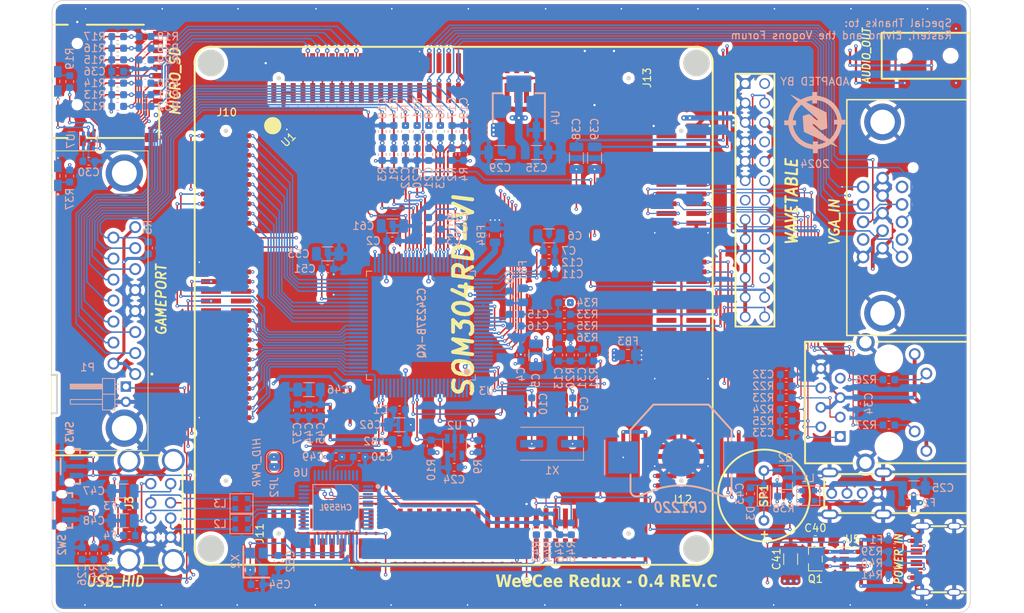
<source format=kicad_pcb>
(kicad_pcb (version 20241229) (generator "pcbnew") (generator_version "9.0")
  (title_block (title "WeeCee Redux") (date "2025-05-27") (rev "0.4 REV.C") (company "snipeexpress"))
  (layers (0 "F.Cu" signal) (4 "In1.Cu" signal) (6 "In2.Cu" signal) (2 "B.Cu" signal) (13 "F.Paste" user) (15 "B.Paste" user) (5 "F.SilkS" user "F.Silkscreen") (7 "B.SilkS" user "B.Silkscreen") (1 "F.Mask" user) (3 "B.Mask" user) (25 "Edge.Cuts" user))
  (net 0 "")
  (net 1 "GND")
  (net 2 "Net-(U3-REFFLT)")
  (net 3 "+5VA")
  (net 4 "Net-(U3-XTALI)")
  (net 5 "Net-(U3-XTALO)")
  (net 6 "Net-(U3-RFILT)")
  (net 7 "Net-(U3-LFILT)")
  (net 8 "Net-(U3-LLINE)")
  (net 9 "Net-(C15-Pad2)")
  (net 10 "Net-(U3-RLINE)")
  (net 11 "Net-(C16-Pad2)")
  (net 12 "Net-(U3-ROUT)")
  (net 13 "Net-(U3-LOUT)")
  (net 14 "Net-(U3-MIN)")
  (net 15 "Net-(C38-Pad2)")
  (net 16 "Net-(C39-Pad2)")
  (net 17 "/MIDOUT")
  (net 18 "/JACY")
  (net 19 "/JACX")
  (net 20 "/JBCX")
  (net 21 "/JBCY")
  (net 23 "/DRQ1")
  (net 24 "/JBB2")
  (net 27 "/RSTDRV")
  (net 28 "/JAB1")
  (net 29 "/AEN")
  (net 31 "/JBB1")
  (net 33 "/JAB2")
  (net 35 "/IOCHRDY")
  (net 36 "/VBATT")
  (net 37 "+5VFILT")
  (net 38 "VCC")
  (net 39 "Net-(C32-Pad1)")
  (net 40 "Net-(C33-Pad1)")
  (net 41 "+3.3V")
  (net 42 "/VBUS")
  (net 43 "Net-(F1-Pad2)")
  (net 44 "Net-(J1-Pad3)")
  (net 45 "Net-(J1-Pad2)")
  (net 46 "/KBCLK")
  (net 47 "/MSCLK")
  (net 48 "/MSDATA")
  (net 49 "/KBDATA")
  (net 50 "/DDCDAT")
  (net 52 "/HSYNC")
  (net 53 "/BOUT")
  (net 54 "/DDCCLK")
  (net 55 "/ROUT")
  (net 56 "/GOUT")
  (net 58 "/VSYNC")
  (net 59 "Net-(J5-CLK)")
  (net 60 "Net-(J5-DAT0)")
  (net 61 "Net-(J5-DAT3{slash}CD)")
  (net 62 "Net-(J5-DAT1)")
  (net 63 "Net-(J5-DAT2)")
  (net 64 "Net-(J5-CMD)")
  (net 66 "/LANRX-")
  (net 67 "Net-(J7-D4)")
  (net 68 "/LANTX+")
  (net 69 "/LANRX+")
  (net 70 "/LANTX-")
  (net 71 "Net-(J8-CC2)")
  (net 75 "Net-(J8-CC1)")
  (net 79 "/USBD0+")
  (net 80 "/USBD0-")
  (net 81 "Net-(Q1-G)")
  (net 82 "/CS_SDA")
  (net 83 "/CS_SCL")
  (net 84 "/IDED0")
  (net 85 "/SPEAKER")
  (net 86 "/IDED1")
  (net 87 "/IDED2")
  (net 88 "/IDED3")
  (net 89 "/IDED4")
  (net 90 "/IDED5")
  (net 101 "Net-(J3-D2-)")
  (net 266 "Net-(J7-D2)")
  (net 301 "/IRQ5")
  (net 303 "/IRQ7")
  (net 310 "Net-(C25-Pad1)")
  (net 311 "/MIDIN")
  (net 312 "Net-(J2-Pad3)")
  (net 313 "Net-(J2-Pad13)")
  (net 314 "Net-(J2-Pad11)")
  (net 315 "Net-(J2-Pad6)")
  (net 316 "/PWR_SW")
  (net 318 "/RESET")
  (net 319 "/~{LINKACT}")
  (net 320 "/HID_VCC")
  (net 321 "Net-(J3-D2+)")
  (net 322 "Net-(J3-D1-)")
  (net 323 "Net-(J3-D1+)")
  (net 324 "Net-(U6-P5.5)")
  (net 325 "/~{DUPLEX}")
  (net 326 "Net-(U3-LMIC)")
  (net 327 "AGND")
  (net 328 "Net-(C13-Pad2)")
  (net 329 "Net-(J3-VBUS1)")
  (net 330 "Net-(J3-VBUS2)")
  (net 331 "Net-(U6-XI{slash}P4.6)")
  (net 332 "Net-(U6-XO{slash}P4.7)")
  (net 333 "Net-(U6-P5.4)")
  (net 334 "Net-(U6-P5.0{slash}DM)")
  (net 335 "/CS_WT_IN_R")
  (net 336 "/~{WT_RESET}")
  (net 340 "/CS_WT_IN_L")
  (net 345 "Net-(U6-P5.1{slash}DP)")
  (net 347 "/A1")
  (net 348 "/A10")
  (net 350 "/A2")
  (net 352 "/D1")
  (net 354 "/~{DACK1}")
  (net 355 "/A14")
  (net 357 "/A7")
  (net 358 "/A6")
  (net 359 "/A12")
  (net 360 "/D4")
  (net 361 "/D6")
  (net 362 "/D5")
  (net 364 "/A11")
  (net 366 "/A13")
  (net 367 "/A4")
  (net 368 "/A15")
  (net 369 "/D0")
  (net 370 "/A3")
  (net 371 "/A5")
  (net 372 "/~{IOW}")
  (net 373 "/D2")
  (net 374 "/~{IOR}")
  (net 375 "/D3")
  (net 378 "/A8")
  (net 379 "/A9")
  (net 380 "/D7")
  (net 381 "/A0")
  (net 383 "SGND")
  (net 426 "Net-(D3-A)")
  (net 427 "Net-(Q2-B)")
  (net 428 "Net-(R19-Pad2)")
  (net 429 "Net-(D2-Pad1)")
  (net 431 "Net-(R42-Pad2)")
  (net 432 "Net-(D1-Pad2)")
  (net 433 "Net-(U6-VDD33)")
  (net 434 "Net-(U6-P3.4)")
  (net 436 "/USBD2-")
  (net 437 "/USBD2+")
  (footprint "SnipE Footprints:U_TSOT-23-6" (layer "F.Cu") (at 200.32 131.8)
    (property "Reference" "U5")
    (property "Value" "U_MAX16054" (hide yes))
  )
  (footprint "SnipE Footprints:USB-A_2P_STACKED" (layer "F.Cu") (at 109.9 125.45 -90)
    (property "Reference" "J3")
    (property "Value" "USB_HID")
  )
  (footprint "SnipE Footprints:57478454" (layer "F.Cu") (at 106.572 107.631 -90)
    (property "Reference" "J2" (hide yes))
    (property "Value" "GAMEPORT")
  )
  (footprint "SnipE Footprints:SOM304RD-VI" (layer "F.Cu") (at 149.4786 97.4136 -90)
    (property "Reference" "U1")
    (property "Value" "SOM304RD-VI")
    (fp_circle (center -30.42996 33.02) (end -28.67996 33.02) (fill yes) (layer "Edge.Cuts"))
    (fp_circle (center 33.02 33.02) (end 34.77 33.02) (fill yes) (layer "Edge.Cuts"))
    (fp_circle (center -21.55515 31.0516) (end -21.25515 31.0516) (fill yes) (layer "Edge.Cuts"))
    (fp_circle (center 24.16485 31.0516) (end 24.46485 31.0516) (fill yes) (layer "Edge.Cuts"))
    (fp_circle (center -28.45511 24.15515) (end -28.15511 24.15515) (fill yes) (layer "Edge.Cuts"))
    (fp_circle (center 31.04489 24.15515) (end 31.34489 24.15515) (fill yes) (layer "Edge.Cuts"))
    (fp_circle (center -28.45511 -21.56485) (end -28.15511 -21.56485) (fill yes) (layer "Edge.Cuts"))
    (fp_circle (center 31.04489 -21.56485) (end 31.34489 -21.56485) (fill yes) (layer "Edge.Cuts"))
    (fp_circle (center -21.56511 -28.45486) (end -21.26511 -28.45486) (fill yes) (layer "Edge.Cuts"))
    (fp_circle (center 24.15489 -28.45486) (end 24.45489 -28.45486) (fill yes) (layer "Edge.Cuts"))
    (fp_circle (center -30.42996 -30.42996) (end -28.67996 -30.42996) (fill yes) (layer "Edge.Cuts"))
    (fp_circle (center 33.02 -30.42996) (end 34.77 -30.42996) (fill yes) (layer "Edge.Cuts"))
  )
  (footprint "SnipE Footprints:J_AUDIO35_C95463" (layer "F.Cu") (at 210.62 66.04 -90)
    (property "Reference" "J6" (hide yes))
    (property "Value" "AUDIO_OUT")
  )
  (footprint "SnipE Footprints:SP" (layer "F.Cu") (at 188.73 123.5 90)
    (property "Reference" "SP1")
    (property "Value" "SPEAKER" (hide yes))
  )
  (footprint "SnipE Footprints:C_1206_3216Metric" (layer "F.Cu") (at 192.22 131.8 90)
    (property "Reference" "C41")
    (property "Value" "47uF" (hide yes))
  )
  (footprint "SnipE Footprints:C_0603_1608Metric" (layer "F.Cu") (at 195.45 129.25)
    (property "Reference" "C40")
    (property "Value" "100nF" (hide yes))
  )
  (footprint "SnipE Footprints:MicroSD_TF01A_overhang" (layer "F.Cu") (at 102.3 69.38 -90)
    (property "Reference" "J5" (hide yes))
    (property "Value" "MICRO_SD")
  )
  (footprint "SnipE Footprints:Q_PFET_ENH_SOT-23-3" (layer "F.Cu") (at 195.45 131.8)
    (property "Reference" "Q1")
    (property "Value" "Q_PMOS_GDS" (hide yes))
  )
  (footprint "SnipE Footprints:J_CONN_02X13" (layer "F.Cu") (at 187.55 81.1 -90)
    (property "Reference" "J9" (hide yes))
    (property "Value" "WAVETABLE")
  )
  (footprint "SnipE Footprints:NIC_single_port_TH" (layer "F.Cu") (at 205.05 111.98 -90)
    (property "Reference" "J7" (hide yes))
    (property "Value" "Wuerth Elektronik 7499010211A" (hide yes))
  )
  (footprint "SnipE Footprints:634015263032" (layer "F.Cu") (at 201.69 83.172 90)
    (property "Reference" "J4" (hide yes))
    (property "Value" "VGA_IN")
  )
  (footprint "SnipE Footprints:USB-A_1P_VERTICAL" (layer "F.Cu") (at 196.657 126.5475 90)
    (property "Reference" "J1" (hide yes))
    (property "Value" "48204-0001" (hide yes))
  )
  (footprint "SnipE Footprints:USB-C_31-M-12" (layer "F.Cu") (at 208.84 131.825 90)
    (property "Reference" "J8" (hide yes))
    (property "Value" "POWER_IN")
  )
  (footprint "SnipE Footprints:R_0603_1608Metric" (layer "B.Cu") (at 107.85 63.53 180)
    (property "Reference" "R18")
    (property "Value" "33" (hide yes))
  )
  (footprint "SnipE Footprints:L_EMI_FILTER_MCM2012B900GBE" (layer "B.Cu") (at 120.46 127.22 180)
    (property "Reference" "L2")
    (property "Value" "L_EMI_FILTER" (hide yes))
  )
  (footprint "SnipE Footprints:C_0603_1608Metric" (layer "B.Cu") (at 161.9 105.14 -90)
    (property "Reference" "C13")
    (property "Value" "100nF" (hide yes))
  )
  (footprint "SnipE Footprints:C_1206_3216Metric" (layer "B.Cu") (at 129.275 109.665 180)
    (property "Reference" "C46")
    (property "Value" "47uF" (hide yes))
  )
  (footprint "SnipE Footprints:C_1206_3216Metric" (layer "B.Cu") (at 158.93 105.16 -90)
    (property "Reference" "C5")
    (property "Value" "47uF" (hide yes))
  )
  (footprint "SnipE Footprints:R_0603_1608Metric" (layer "B.Cu") (at 98.01 81.75 -90)
    (property "Reference" "R37")
    (property "Value" "150" (hide yes))
  )
  (footprint "SnipE Footprints:U_SOT-363_SC-70-6" (layer "B.Cu") (at 100.45 77.18 90)
    (property "Reference" "U7")
    (property "Value" "74LVC2G07" (hide yes))
  )
  (footprint "SnipE Footprints:C_1206_3216Metric" (layer "B.Cu") (at 160.65 89.57)
    (property "Reference" "C6")
    (property "Value" "1uF" (hide yes))
  )
  (footprint "SnipE Footprints:C_0603_1608Metric" (layer "B.Cu") (at 200.82 111.49 -90)
    (property "Reference" "C34")
    (property "Value" "100nF" (hide yes))
  )
  (footprint "SnipE Footprints:C_0603_1608Metric" (layer "B.Cu") (at 141.11 112.3 180)
    (property "Reference" "C1")
    (property "Value" "100nF" (hide yes))
  )
  (footprint "SnipE Footprints:C_0603_1608Metric" (layer "B.Cu") (at 100.5 79.825)
    (property "Reference" "C30")
    (property "Value" "100nF" (hide yes))
  )
  (footprint "SnipE Footprints:R_0603_1608Metric" (layer "B.Cu") (at 107.8475 71.13 180)
    (property "Reference" "R31")
    (property "Value" "33" (hide yes))
  )
  (footprint "SnipE Footprints:C_0603_1608Metric" (layer "B.Cu") (at 156.97 105.16 90)
    (property "Reference" "C4")
    (property "Value" "100nF" (hide yes))
  )
  (footprint "Connector_PinHeader_2.00mm:PinHeader_1x02_P2.00mm_Horizontal" (layer "B.Cu") (at 105.35 109.26 180)
    (property "Reference" "P1")
    (property "Value" "PWR_SW" (hide yes))
  )
  (footprint "SnipE Footprints:R_0603_1608Metric" (layer "B.Cu") (at 205.8 132.33 180)
    (property "Reference" "R40")
    (property "Value" "5.1k" (hide yes))
  )
  (footprint "SnipE Footprints:LED_LTST-S220KSKT" (layer "B.Cu") (at 96.465 81.73 90)
    (property "Reference" "D2" (hide yes))
    (property "Value" "PWR_LED" (hide yes))
  )
  (footprint "SnipE Footprints:C_0603_1608Metric" (layer "B.Cu") (at 148.25 119.8125 180)
    (property "Reference" "C24")
    (property "Value" "100nF" (hide yes))
  )
  (footprint "SnipE Footprints:R_0805_2012Metric" (layer "B.Cu") (at 157.22 97.3375 -90)
    (property "Reference" "FB1")
    (property "Value" "600Ω@100MHz" (hide yes))
  )
  (footprint "SnipE Footprints:U_TQFP-100_14x14mm_P0.5mm_HandSoldering" (layer "B.Cu") (at 143.9 101.2875 90)
    (property "Reference" "U3")
    (property "Value" "CS4237B-KQ")
  )
  (footprint "SnipE Footprints:C_0603_1608Metric" (layer "B.Cu") (at 129.285 112.365 90)
    (property "Reference" "C44")
    (property "Value" "100nF" (hide yes))
  )
  (footprint "SnipE Footprints:snipe_96x96px" (layer "B.Cu") (at 195.38 74.77 180)
    (property "Reference" "2024")
    (property "Value" "2024" (hide yes))
  )
  (footprint "SnipE Footprints:C_0603_1608Metric" (layer "B.Cu") (at 160.65 93.05 180)
    (property "Reference" "C12")
    (property "Value" "1nF" (hide yes))
  )
  (footprint "SnipE Footprints:C_0603_1608Metric" (layer "B.Cu") (at 191.645 115.28)
    (property "Reference" "C33")
    (property "Value" "100nF" (hide yes))
  )
  (footprint "SnipE Footprints:R_0603_1608Metric" (layer "B.Cu") (at 191.645 113.76)
    (property "Reference" "R25")
    (property "Value" "49.9" (hide yes))
  )
  (footprint "SnipE Footprints:C_0603_1608Metric" (layer "B.Cu") (at 145.685 87.17)
    (property "Reference" "C28")
    (property "Value" "1nF" (hide yes))
  )
  (footprint "SnipE Footprints:X_SMD3225" (layer "B.Cu") (at 122.45 132.12 90)
    (property "Reference" "X2")
    (property "Value" "12MHz" (hide yes))
  )
  (footprint "SnipE Footprints:R_0603_1608Metric" (layer "B.Cu") (at 205.8 130.81 180)
    (property "Reference" "R39")
    (property "Value" "5.1k" (hide yes))
  )
  (footprint "SnipE Footprints:Fuse_0603_1608Metric_no_outline" (layer "B.Cu") (at 105.7875 124.85)
    (property "Reference" "F3")
    (property "Value" "F" (hide yes))
  )
  (footprint "SnipE Footprints:R_0603_1608Metric" (layer "B.Cu") (at 138.85 78.94 -90)
    (property "Reference" "R3")
    (property "Value" "4.7k" (hide yes))
  )
  (footprint "SnipE Footprints:C_0603_1608Metric" (layer "B.Cu") (at 135.835 118.45 180)
    (property "Reference" "C50")
    (property "Value" "3.3uF" (hide yes))
  )
  (footprint "SnipE Footprints:R_0603_1608Metric" (layer "B.Cu") (at 140.37 78.94 -90)
    (property "Reference" "R1")
    (property "Value" "4.7k" (hide yes))
  )
  (footprint "SnipE Footprints:R_0603_1608Metric" (layer "B.Cu") (at 205.05 108.36)
    (property "Reference" "R26")
    (property "Value" "1k" (hide yes))
  )
  (footprint "SnipE Footprints:C_0603_1608Metric" (layer "B.Cu") (at 145.685 90.23)
    (property "Reference" "C3")
    (property "Value" "100nF" (hide yes))
  )
  (footprint "SnipE Footprints:C_0603_1608Metric" (layer "B.Cu") (at 99.62 131.07 -90)
    (property "Reference" "C26")
    (property "Value" "100nF" (hide yes))
  )
  (footprint "SnipE Footprints:R_0603_1608Metric" (layer "B.Cu") (at 104.275 69.61)
    (property "Reference" "R14")
    (property "Value" "47k" (hide yes))
  )
  (footprint "SnipE Footprints:C_1206_3216Metric" (layer "B.Cu") (at 208.33 122.5)
    (property "Reference" "C25")
    (property "Value" "100uF" (hide yes))
  )
  (footprint "SnipE Footprints:Q_PFET_ENH_SOT-23-3" (layer "B.Cu") (at 191.55 121.16 180)
    (property "Reference" "Q2")
    (property "Value" "NPN" (hide yes))
  )
  (footprint "SnipE Footprints:R_0603_1608Metric" (layer "B.Cu") (at 107.85 69.61 180)
    (property "Reference" "R30")
    (property "Value" "33" (hide yes))
  )
  (footprint "SnipE Footprints:C_0603_1608Metric" (layer "B.Cu") (at 140.18 90.23)
    (property "Reference" "C2")
    (property "Value" "100nF" (hide yes))
  )
  (footprint "SnipE Footprints:C_1206_3216Metric" (layer "B.Cu") (at 154.25 78.68 180)
    (property "Reference" "C29")
    (property "Value" "10uF" (hide yes))
  )
  (footprint "SnipE Footprints:C_0603_1608Metric" (layer "B.Cu") (at 156.23 99.82)
    (property "Reference" "C15")
    (property "Value" "10uF" (hide yes))
  )
  (footprint "SnipE Footprints:C_1206_3216Metric" (layer "B.Cu") (at 141.11 114.255023)
    (property "Reference" "C62")
    (property "Value" "1uF" (hide yes))
  )
  (footprint "SnipE Footprints:U_QFP-48-0.5mm" (layer "B.Cu") (at 132.79 125.065 180)
    (property "Reference" "U6")
    (property "Value" "CH559L")
  )
  (footprint "SnipE Footprints:R_0603_1608Metric" (layer "B.Cu") (at 160.51 127.845 90)
    (property "Reference" "R44")
    (property "Value" "4.7k" (hide yes))
  )
  (footprint "SnipE Footprints:C_0603_1608Metric" (layer "B.Cu") (at 186.97 123.265 -90)
    (property "Reference" "C43")
    (property "Value" "10nF" (hide yes))
  )
  (footprint "SnipE Footprints:R_0603_1608Metric" (layer "B.Cu") (at 191.645 112.24)
    (property "Reference" "R24")
    (property "Value" "49.9" (hide yes))
  )
  (footprint "SnipE Footprints:R_0603_1608Metric" (layer "B.Cu") (at 107.8525 65.05 180)
    (property "Reference" "R28")
    (property "Value" "33" (hide yes))
  )
  (footprint "SnipE Footprints:R_0603_1608Metric" (layer "B.Cu") (at 205.8 133.85 180)
    (property "Reference" "R41")
    (property "Value" "47k" (hide yes))
  )
  (footprint "SnipE Footprints:C_1206_3216Metric" (layer "B.Cu") (at 164.22 79.41 90)
    (property "Reference" "C38")
    (property "Value" "10uF" (hide yes))
  )
  (footprint "SnipE Footprints:C_0603_1608Metric" (layer "B.Cu") (at 127.76 112.365 90)
    (property "Reference" "C37")
    (property "Value" "100nF" (hide yes))
  )
  (footprint "SnipE Footprints:R_0603_1608Metric" (layer "B.Cu") (at 147.97 78.94 -90)
    (property "Reference" "R2")
    (property "Value" "4.7k" (hide yes))
  )
  (footprint "SnipE Footprints:R_0603_1608Metric" (layer "B.Cu") (at 102.66 131.07 90)
    (property "Reference" "R42")
    (property "Value" "10k" (hide yes))
  )
  (footprint "SnipE Footprints:R_0603_1608Metric" (layer "B.Cu") (at 98.01 69.415 -90)
    (property "Reference" "R19")
    (property "Value" "75" (hide yes))
  )
  (footprint "SnipE Footprints:Fuse_0603_1608Metric_no_outline" (layer "B.Cu") (at 205.8 129.29)
    (property "Reference" "F1")
    (property "Value" "F" (hide yes))
  )
  (footprint "SnipE Footprints:R_0603_1608Metric" (layer "B.Cu") (at 108.3 91.15 -90)
    (property "Reference" "R5")
    (property "Value" "4.7k" (hide yes))
  )
  (footprint "SnipE Footprints:R_0603_1608Metric" (layer "B.Cu") (at 162.655 102.86)
    (property "Reference" "R36")
    (property "Value" "6.8k" (hide yes))
  )
  (footprint "SnipE Footprints:C_1206_3216Metric" (layer "B.Cu") (at 104.97 126.79 180)
    (property "Reference" "C48")
    (property "Value" "100uF" (hide yes))
  )
  (footprint "SnipE Footprints:C_0603_1608Metric" (layer "B.Cu") (at 155.47 97.535 -90)
    (property "Reference" "C8")
    (property "Value" "100nF" (hide yes))
  )
  (footprint "SnipE Footprints:C_0603_1608Metric" (layer "B.Cu") (at 122.465 135.13)
    (property "Reference" "C54")
    (property "Value" "33pF" (hide yes))
  )
  (footprint "SnipE Footprints:R_0603_1608Metric" (layer "B.Cu") (at 145.25 117.0125 -90)
    (property "Reference" "R10")
    (property "Value" "4.7k" (hide yes))
  )
  (footprint "SnipE Footprints:R_0603_1608Metric" (layer "B.Cu") (at 162.03 127.845 -90)
    (property "Reference" "R46")
    (property "Value" "4.7k" (hide yes))
  )
  (footprint "SnipE Footprints:R_0603_1608Metric" (layer "B.Cu") (at 191.645 109.2)
    (property "Reference" "R22")
    (property "Value" "49.9" (hide yes))
  )
  (footprint "SnipE Footprints:C_0603_1608Metric" (layer "B.Cu") (at 143.41 78.94 -90)
    (property "Reference" "C20")
    (property "Value" "5.6nF" (hide yes))
  )
  (footprint "SnipE Footprints:C_0603_1608Metric" (layer "B.Cu") (at 125.26 132.11 -90)
    (property "Reference" "C52")
    (property "Value" "33pF" (hide yes))
  )
  (footprint "SnipE Footprints:C_0603_1608Metric" (layer "B.Cu") (at 130.81 112.365 90)
    (property "Reference" "C45")
    (property "Value" "100nF" (hide yes))
  )
  (footprint "SnipE Footprints:C_1206_3216Metric" (layer "B.Cu") (at 159.02 78.68)
    (property "Reference" "C35")
    (property "Value" "47uF" (hide yes))
  )
  (footprint "SnipE Footprints:C_0603_1608Metric" (layer "B.Cu") (at 132.815 118.45 180)
    (property "Reference" "C49")
    (property "Value" "100nF" (hide yes))
  )
  (footprint "Jumper:SolderJumper-2_P1.3mm_Open_RoundedPad1.0x1.5mm" (layer "B.Cu") (at 124.75 119.12 -90)
    (property "Reference" "JP2")
    (property "Value" "HID_PWR")
  )
  (footprint "SnipE Footprints:C_0603_1608Metric" (layer "B.Cu") (at 160.65 91.52)
    (property "Reference" "C7")
    (property "Value" "100nF" (hide yes))
  )
  (footprint "SnipE Footprints:R_0805_2012Metric" (layer "B.Cu") (at 141.09 116.42)
    (property "Reference" "FB2")
    (property "Value" "600Ω@100MHz" (hide yes))
  )
  (footprint "SnipE Footprints:C_0603_1608Metric" (layer "B.Cu") (at 145.685 88.7 180)
    (property "Reference" "C27")
    (property "Value" "1nF" (hide yes))
  )
  (footprint "SnipE Footprints:R_0603_1608Metric" (layer "B.Cu") (at 166.48 105.14 90)
    (property "Reference" "R21")
    (property "Value" "47k" (hide yes))
  )
  (footprint "SnipE Footprints:C_0603_1608Metric" (layer "B.Cu") (at 141.89 78.94 -90)
    (property "Reference" "C22")
    (property "Value" "5.6nF" (hide yes))
  )
  (footprint "SnipE Footprints:R_0603_1608Metric" (layer "B.Cu") (at 162.655 98.3)
    (property "Reference" "R34")
    (property "Value" "6.8k" (hide yes))
  )
  (footprint "SnipE Footprints:Fuse_0603_1608Metric_no_outline" (layer "B.Cu") (at 105.7875 128.73)
    (property "Reference" "F4")
    (property "Value" "F" (hide yes))
  )
  (footprint "SnipE Footprints:R_0603_1608Metric" (layer "B.Cu") (at 104.275 63.53)
    (property "Reference" "R17")
    (property "Value" "47k" (hide yes))
  )
  (footprint "SnipE Footprints:R_0603_1608Metric" (layer "B.Cu") (at 163.43 105.14 90)
    (property "Reference" "R20")
    (property "Value" "4.7k" (hide yes))
  )
  (footprint "SnipE Footprints:C_0603_1608Metric" (layer "B.Cu") (at 191.645 107.68)
    (property "Reference" "C32")
    (property "Value" "100nF" (hide yes))
  )
  (footprint "SnipE Footprints:R_0805_2012Metric" (layer "B.Cu") (at 153.58 89.51 -90)
    (property "Reference" "FB4")
    (property "Value" "100Ω@100MHz" (hide yes))
  )
  (footprint "SnipE Footprints:R_0603_1608Metric" (layer "B.Cu") (at 162.655 99.82 180)
    (property "Reference" "R33")
    (property "Value" "6.8k" (hide yes))
  )
  (footprint "SnipE Footprints:C_0603_1608Metric" (layer "B.Cu") (at 147.97 75.925 90)
    (property "Reference" "C17")
    (property "Value" "1nF" (hide yes))
  )
  (footprint "SnipE Footprints:C_0603_1608Metric" (layer "B.Cu") (at 149.49 75.925 90)
    (property "Reference" "C19")
    (property "Value" "1nF" (hide yes))
  )
  (footprint "SnipE Footprints:C_0603_1608Metric" (layer "B.Cu") (at 158.38 111.525 90)
    (property "Reference" "C10")
    (property "Value" "22pF" (hide yes))
  )
  (footprint "SnipE Footprints:C_0603_1608Metric" (layer "B.Cu") (at 138.85 75.925 90)
    (property "Reference" "C18")
    (property "Value" "1nF" (hide yes))
  )
  (footprint "SnipE Footprints:R_0603_1608Metric" (layer "B.Cu") (at 104.275 66.57)
    (property "Reference" "R15")
    (property "Value" "47k" (hide yes))
  )
  (footprint "SnipE Footprints:R_0603_1608Metric" (layer "B.Cu") (at 107.8475 72.65 180)
    (property "Reference" "R32")
    (property "Value" "33" (hide yes))
  )
  (footprint "SnipE Footprints:R_0603_1608Metric" (layer "B.Cu") (at 104.275 71.13)
    (property "Reference" "R13")
    (property "Value" "47k" (hide yes))
  )
  (footprint "SnipE Footprints:C_0603_1608Metric" (layer "B.Cu") (at 146.45 78.94 -90)
    (property "Reference" "C23")
    (property "Value" "5.6nF" (hide yes))
  )
  (footprint "SnipE Footprints:C_0603_1608Metric" (layer "B.Cu") (at 104.275 68.09 180)
    (property "Reference" "C36")
    (property "Value" "100nF" (hide yes))
  )
  (footprint "SnipE Footprints:R_0603_1608Metric" (layer "B.Cu") (at 191.645 110.72)
    (property "Reference" "R23")
    (property "Value" "49.9" (hide yes))
  )
  (footprint "SnipE Footprints:R_0603_1608Metric" (layer "B.Cu") (at 143.41 75.925 -90)
    (property "Reference" "R11")
    (property "Value" "2.2k" (hide yes))
  )
  (footprint "SnipE Footprints:R_0603_1608Metric" (layer "B.Cu") (at 158.99 127.845 90)
    (property "Reference" "R43")
    (property "Value" "4.7k" (hide yes))
  )
  (footprint "SnipE Footprints:L_EMI_FILTER_MCM2012B900GBE" (layer "B.Cu") (at 120.46 124.54 180)
    (property "Reference" "L3")
    (property "Value" "L_EMI_FILTER" (hide yes))
  )
  (footprint "SnipE Footprints:C_1206_3216Metric" (layer "B.Cu") (at 131.72 91.92)
    (property "Reference" "C53")
    (property "Value" "1nF" (hide yes))
  )
  (footprint "SnipE Footprints:U_SOT-223-3" (layer "B.Cu") (at 156.7 72.84 90)
    (property "Reference" "U4")
    (property "Value" "AMS1117-3.3" (hide yes))
  )
  (footprint "SnipE Footprints:R_0603_1608Metric" (layer "B.Cu") (at 191.29 123.58 180)
    (property "Reference" "R38")
    (property "Value" "1k" (hide yes))
  )
  (footprint "SnipE Footprints:C_1206_3216Metric" (layer "B.Cu") (at 104.965 122.91 180)
    (property "Reference" "C47")
    (property "Value" "100uF" (hide yes))
  )
  (footprint "SnipE Footprints:R_0603_1608Metric" (layer "B.Cu") (at 104.275 65.05)
    (property "Reference" "R16")
    (property "Value" "47k" (hide yes))
  )
  (footprint "SnipE Footprints:D_SOD-323F" (layer "B.Cu") (at 188.72 123.26 90)
    (property "Reference" "D3")
    (property "Value" "1N4148" (hide yes))
  )
  (footprint "SnipE Footprints:LED_LTST-S220KSKT" (layer "B.Cu") (at 96.465 69.38 90)
    (property "Reference" "D1" (hide yes))
    (property "Value" "SD_ACT" (hide yes))
  )
  (footprint "SnipE Footprints:C_1206_3216Metric" (layer "B.Cu") (at 140.18 88.274977 180)
    (property "Reference" "C61")
    (property "Value" "1uF" (hide yes))
  )
  (footprint "SnipE Footprints:SW_C2859426" (layer "B.Cu") (at 97 125.45 90)
    (property "Reference" "SW2")
    (property "Value" "RESET" (hide yes))
  )
  (footprint "SnipE Footprints:C_0603_1608Metric" (layer "B.Cu") (at 164.96 105.14 90)
    (property "Reference" "C31")
    (property "Value" "2.7nF" (hide yes))
  )
  (footprint "SnipE Footprints:SW_C2859426" (layer "B.Cu") (at 98.0175 119.69 90)
    (property "Reference" "SW3")
    (property "Value" "HID_PRG" (hide yes))
  )
  (footprint "SnipE Footprints:Fuse_0603_1608Metric_no_outline" (layer "B.Cu") (at 207.505 124.44 180)
    (property "Reference" "F2")
    (property "Value" "F" (hide yes))
  )
  (footprint "SnipE Footprints:R_0603_1608Metric" (layer "B.Cu") (at 149.49 78.94 -90)
    (property "Reference" "R4")
    (property "Value" "4.7k" (hide yes))
  )
  (footprint "SnipE Footprints:R_0805_2012Metric" (layer "B.Cu") (at 170.97 105.15 180)
    (property "Reference" "FB3")
    (property "Value" "100Ω@100MHz" (hide yes))
  )
  (footprint "SnipE Footprints:R_0603_1608Metric" (layer "B.Cu") (at 107.85 66.57 180)
    (property "Reference" "R29")
    (property "Value" "33" (hide yes))
  )
  (footprint "SnipE Footprints:C_0603_1608Metric" (layer "B.Cu") (at 163.74 111.525 90)
    (property "Reference" "C9")
    (property "Value" "22pF" (hide yes))
  )
  (footprint "SnipE Footprints:C_0603_1608Metric" (layer "B.Cu") (at 160.655 94.57 180)
    (property "Reference" "C11")
    (property "Value" "1nF" (hide yes))
  )
  (footprint "SnipE Footprints:C_0603_1608Metric" (layer "B.Cu") (at 156.23 101.35)
    (property "Reference" "C16")
    (property "Value" "10uF" (hide yes))
  )
  (footprint "SnipE Footprints:L_EMI_FILTER_MCM2012B900GBE" (layer "B.Cu") (at 194.52 123.52 180)
    (property "Reference" "L1")
    (property "Value" "L_EMI_FILTER" (hide yes))
  )
  (footprint "SnipE Footprints:R_0603_1608Metric" (layer "B.Cu") (at 163.55 127.845 -90)
    (property "Reference" "R45")
    (property "Value" "4.7k" (hide yes))
  )
  (footprint "SnipE Footprints:R_0603_1608Metric" (layer "B.Cu") (at 104.275 72.65)
    (property "Reference" "R12")
    (property "Value" "47k" (hide yes))
  )
  (footprint "SnipE Footprints:C_0603_1608Metric" (layer "B.Cu") (at 140.37 75.925 90)
    (property "Reference" "C14")
    (property "Value" "1nF" (hide yes))
  )
  (footprint "SnipE Footprints:R_0603_1608Metric" (layer "B.Cu") (at 101.14 131.07 90)
    (property "Reference" "R47")
    (property "Value" "470" (hide yes))
  )
  (footprint "SnipE Footprints:X_Crystal_SMD_HC49S-MINI" (layer "B.Cu") (at 161.05 116.73 180)
    (property "Reference" "X1")
    (property "Value" "16.9344MHz" (hide yes))
  )
  (footprint "SnipE Footprints:R_0603_1608Metric" (layer "B.Cu") (at 162.655 101.34 180)
    (property "Reference" "R35")
    (property "Value" "6.8k" (hide yes))
  )
  (footprint "SnipE Footprints:C_0603_1608Metric" (layer "B.Cu") (at 144.93 78.94 -90)
    (property "Reference" "C21")
    (property "Value" "5.6nF" (hide yes))
  )
  (footprint "SnipE Footprints:R_0603_1608Metric" (layer "B.Cu") (at 146.45 75.925 -90)
    (property "Reference" "R6")
    (property "Value" "2.2k" (hide yes))
  )
  (footprint "SnipE Footprints:C_0603_1608Metric" (layer "B.Cu") (at 131.72 93.870094)
    (property "Reference" "C51")
    (property "Value" "100nF" (hide yes))
  )
  (footprint "SnipE Footprints:R_0603_1608Metric" (layer "B.Cu") (at 205.05 114.29)
    (property "Reference" "R27")
    (property "Value" "1k" (hide yes))
  )
  (footprint "SnipE Footprints:BATT-1220-03" (layer "B.Cu") (at 177.89 118.52)
    (property "Reference" "BT1" (hide yes))
    (property "Value" "CR1220")
  )
  (footprint "SnipE Footprints:R_0603_1608Metric" (layer "B.Cu") (at 144.93 75.925 -90)
    (property "Reference" "R8")
    (property "Value" "2.2k" (hide yes))
  )
  (footprint "SnipE Footprints:C_1206_3216Metric" (layer "B.Cu") (at 166.6 79.41 90)
    (property "Reference" "C39")
    (property "Value" "10uF" (hide yes))
  )
  (footprint "SnipE Footprints:R_0603_1608Metric" (layer "B.Cu") (at 151.35 117.05 -90)
    (property "Reference" "R9")
    (property "Value" "4.7k" (hide yes))
  )
  (footprint "SnipE Footprints:U_SOT-23-5" (layer "B.Cu") (at 148.3 117.15 -90)
    (property "Reference" "U2")
    (property "Value" "U_K24C08" (hide yes))
  )
  (footprint "SnipE Footprints:R_0603_1608Metric" (layer "B.Cu") (at 141.89 75.925 -90)
    (property "Reference" "R7")
    (property "Value" "2.2k" (hide yes))
  )
  (gr_circle (center 149.9 107.3) (end 150.260555 107.3) (stroke (width 0.1)) (fill yes) (layer "B.SilkS"))
  (gr_line (start 96.35 112.76) (end 95.65 112.76) (stroke (width 0.254)) (layer "Edge.Cuts"))
  (gr_line (start 96.35 107.74) (end 96.35 112.76) (stroke (width 0.254)) (layer "Edge.Cuts"))
  (gr_line (start 95.65 107.74) (end 96.35 107.74) (stroke (width 0.254)) (layer "Edge.Cuts"))
  (gr_line (start 97.20066 138.79934) (end 214.19934 138.79934) (stroke (width 0.1)) (layer "Edge.Cuts"))
  (gr_arc (start 215.69934 137.29934) (mid 215.26 138.36) (end 214.19934 138.79934) (stroke (width 0.1)) (layer "Edge.Cuts"))
  (gr_line (start 215.69934 60.30066) (end 215.7 137.3) (stroke (width 0.1)) (layer "Edge.Cuts"))
  (gr_arc (start 95.7 60.3) (mid 96.13934 59.23934) (end 97.2 58.8) (stroke (width 0.1)) (layer "Edge.Cuts"))
  (gr_line (start 97.2 58.8) (end 214.19934 58.80066) (stroke (width 0.1)) (layer "Edge.Cuts"))
  (gr_line (start 95.70066 137.2993) (end 95.65 112.76) (stroke (width 0.05)) (layer "Edge.Cuts"))
  (gr_arc (start 97.20066 138.79934) (mid 96.14 138.36) (end 95.70066 137.29934) (stroke (width 0.1)) (layer "Edge.Cuts"))
  (gr_line (start 95.65 107.74) (end 95.7 60.3) (stroke (width 0.1)) (layer "Edge.Cuts"))
  (gr_arc (start 214.19934 58.80066) (mid 215.26 59.24) (end 215.69934 60.30066) (stroke (width 0.1)) (layer "Edge.Cuts"))
  (gr_text "WeeCee Redux - 0.4 REV.C" (at 153.64 135.72 0) (layer "F.SilkS") (effects (font (size 1.6 1.4) (thickness 0.3) (bold yes) (italic yes)) (justify left bottom)))
  (gr_text "J11" (at 123.42 129.88 90) (layer "F.SilkS") (effects (font (size 1 1)) (justify left bottom)))
  (gr_text "J10" (at 117.1 74.02 0) (layer "F.SilkS") (effects (font (size 1 1)) (justify left bottom)))
  (gr_text "J13" (at 174.04 70.35 90) (layer "F.SilkS") (effects (font (size 1 1)) (justify left bottom)))
  (gr_text "J12" (at 176.56 124.58 0) (layer "F.SilkS") (effects (font (size 1 1)) (justify left bottom)))
  (gr_text "ADAPTED BY" (at 195.38 69.99 0) (layer "B.SilkS") (effects (font (size 1 1)) (justify bottom mirror)))
  (gr_text "Special Thanks to:\nRasteri, Eivind and the Vogons Forum" (at 213.39 63.96 0) (layer "B.SilkS") (effects (font (size 1 1)) (justify left bottom mirror)))
  (segment (start 99.01 77.15) (end 99 77.14) (width 0.2) (layer "F.Cu") (net 1))
  (segment (start 205.52 89.852) (end 204.16 91.212) (width 0.2) (layer "F.Cu") (net 1))
  (segment (start 174.4636 89.1836) (end 174.46 89.18) (width 0.5) (layer "F.Cu") (net 1))
  (segment (start 143.7286 65.4914) (end 143.73 65.49) (width 0.2) (layer "F.Cu") (net 1))
  (segment (start 157.7086 126.5036) (end 157.7086 124.61) (width 0.5) (layer "F.Cu") (net 1))
  (segment (start 114.9564 93.0036) (end 114.95 93.01) (width 0.2) (layer "F.Cu") (net 1))
  (segment (start 181.4036 95.5336) (end 181.41 95.54) (width 0.2) (layer "F.Cu") (net 1))
  (segment (start 116.48189 93.0036) (end 114.9564 93.0036) (width 0.5) (layer "F.Cu") (net 1))
  (segment (start 174.3236 75.2136) (end 174.32 75.21) (width 0.2) (layer "F.Cu") (net 1))
  (segment (start 132.5 97.2625) (end 132.5 94.6) (width 0.2) (layer "F.Cu") (net 1))
  (segment (start 174.38 95.54) (end 174.3864 95.5336) (width 0.5) (layer "F.Cu") (net 1))
  (segment (start 174.3864 95.5336) (end 175.9886 95.5336) (width 0.5) (layer "F.Cu") (net 1))
  (segment (start 181.4064 89.1836) (end 181.41 89.18) (width 0.5) (layer "F.Cu") (net 1))
  (segment (start 181.6536 75.2136) (end 179.8886 75.2136) (width 0.6) (layer "F.Cu") (net 1))
  (segment (start 150.0786 70.9036) (end 150.0786 69.57005) (width 0.5) (layer "F.Cu") (net 1))
  (segment (start 205.52 87.992) (end 205.52 89.852) (width 0.2) (layer "F.Cu") (net 1))
  (segment (start 209.46 127.49) (end 209 127.95) (width 0.5) (layer "F.Cu") (net 1))
  (segment (start 169.1286 65.41) (end 169.1286 67.0036) (width 0.5) (layer "F.Cu") (net 1))
  (segment (start 179.8886 89.1836) (end 179.8886 87.9136) (width 0.5) (layer "F.Cu") (net 1))
  (segment (start 134.85 132.97) (end 134.8486 132.9686) (width 0.5) (layer "F.Cu") (net 1))
  (segment (start 208.68 135.935) (end 208.82 136.075) (width 0.5) (layer "F.Cu") (net 1))
  (segment (start 165.3186 65.41) (end 165.3186 67.0036) (width 0.5) (layer "F.Cu") (net 1))
  (segment (start 134.8486 126.5036) (end 134.8486 130.4036) (width 0.5) (layer "F.Cu") (net 1))
  (segment (start 114.9536 113.3236) (end 114.95 113.32) (width 0.2) (layer "F.Cu") (net 1))
  (segment (start 175.9886 89.1836) (end 174.4636 89.1836) (width 0.5) (layer "F.Cu") (net 1))
  (segment (start 209 127.95) (end 209 128.295) (width 0.5) (layer "F.Cu") (net 1))
  (segment (start 181.41 119.6636) (end 179.8886 119.6636) (width 0.5) (layer "F.Cu") (net 1))
  (segment (start 148.8086 68.30005) (end 148.8086 67.0036) (width 0.5) (layer "F.Cu") (net 1))
  (segment (start 179.8886 108.2336) (end 181.41 108.2336) (width 0.5) (layer "F.Cu") (net 1))
  (segment (start 124.6786 67.0036) (end 123.625 67.0036) (width 0.5) (layer "F.Cu") (net 1))
  (segment (start 179.8886 82.8336) (end 181.41 82.8336) (width 0.5) (layer "F.Cu") (net 1))
  (segment (start 175.9886 108.2336) (end 174.4636 108.2336) (width 0.5) (layer "F.Cu") (net 1))
  (segment (start 204.16 86.632) (end 205.52 87.992) (width 0.2) (layer "F.Cu") (net 1))
  (segment (start 143.7286 67.0036) (end 143.7286 65.4914) (width 0.5) (layer "F.Cu") (net 1))
  (segment (start 150.0786 70.9036) (end 150.0786 72.4186) (width 0.5) (layer "F.Cu") (net 1))
  (segment (start 174.4636 119.6636) (end 174.46 119.66) (width 0.2) (layer "F.Cu") (net 1))
  (segment (start 116.48189 113.3236) (end 114.9536 113.3236) (width 0.5) (layer "F.Cu") (net 1))
  (segment (start 174.4636 84.1036) (end 174.46 84.1) (width 0.2) (layer "F.Cu") (net 1))
  (segment (start 126.38 75.66) (end 126.38 74.8728) (width 0.5) (layer "F.Cu") (net 1))
  (segment (start 156.4386 131.92) (end 156.4386 130.4036) (width 0.5) (layer "F.Cu") (net 1))
  (segment (start 166.5886 70.9036) (end 166.5886 72.48) (width 0.5) (layer "F.Cu") (net 1))
  (segment (start 126.38 74.8728) (end 125.9486 74.4414) (width 0.5) (layer "F.Cu") (net 1))
  (segment (start 175.9886 84.1036) (end 174.4636 84.1036) (width 0.5) (layer "F.Cu") (net 1))
  (segment (start 134.83 128.0514) (end 134.83 126.485) (width 0.4) (layer "F.Cu") (net 1))
  (segment (start 134.8486 132.9686) (end 134.8486 130.4036) (width 0.5) (layer "F.Cu") (net 1))
  (segment (start 175.9886 89.1836) (end 179.8886 89.1836) (width 0.5) (layer "F.Cu") (net 1))
  (segment (start 175.9886 75.2136) (end 174.3236 75.2136) (width 0.6) (layer "F.Cu") (net 1))
  (segment (start 125.9486 74.4414) (end 125.9486 70.9036) (width 0.5) (layer "F.Cu") (net 1))
  (segment (start 100.825 77.15) (end 99.01 77.15) (width 0.2) (layer "F.Cu") (net 1))
  (segment (start 150.0786 69.57005) (end 148.8086 68.30005) (width 0.5) (layer "F.Cu") (net 1))
  (segment (start 174.4636 108.2336) (end 174.46 108.23) (width 0.2) (layer "F.Cu") (net 1))
  (segment (start 179.8886 89.1836) (end 181.4064 89.1836) (width 0.5) (layer "F.Cu") (net 1))
  (segment (start 179.8886 95.5336) (end 181.4036 95.5336) (width 0.5) (layer "F.Cu") (net 1))
  (segment (start 134.8486 128.07) (end 134.83 128.0514) (width 0.4) (layer "F.Cu") (net 1))
  (segment (start 208.68 135.015) (end 208.68 135.935) (width 0.5) (layer "F.Cu") (net 1))
  (segment (start 150.0786 72.4186) (end 150.08 72.42) (width 0.2) (layer "F.Cu") (net 1))
  (segment (start 127.2186 70.9036) (end 125.9486 70.9036) (width 0.5) (layer "F.Cu") (net 1))
  (segment (start 175.9886 119.6636) (end 174.4636 119.6636) (width 0.5) (layer "F.Cu") (net 1))
  (via (at 99 61.62) (size 0.6) (drill 0.3) (layers "F.Cu" "B.Cu") (net 1))
  (via (at 143.73 65.49) (size 0.45) (drill 0.2) (layers "F.Cu" "B.Cu") (net 1))
  (via (at 156.4386 131.92) (size 0.45) (drill 0.2) (layers "F.Cu" "B.Cu") (net 1))
  (via (at 106 67.96) (size 0.6) (drill 0.3) (layers "F.Cu" "B.Cu") (net 1))
  (via (at 181.41 89.18) (size 0.45) (drill 0.2) (layers "F.Cu" "B.Cu") (net 1))
  (via (at 181.41 119.6636) (size 0.45) (drill 0.2) (layers "F.Cu" "B.Cu") (net 1))
  (via (at 172.735 105.155003) (size 0.45) (drill 0.2) (layers "F.Cu" "B.Cu") (net 1))
  (via (at 134.85 132.97) (size 0.6) (drill 0.3) (layers "F.Cu" "B.Cu") (net 1))
  (via (at 180 137.8) (size 0.45) (drill 0.2) (layers "F.Cu" "B.Cu") (net 1))
  (via (at 123.625 67.0036) (size 0.6) (drill 0.3) (layers "F.Cu" "B.Cu") (net 1))
  (via (at 210 137.8) (size 0.45) (drill 0.2) (layers "F.Cu" "B.Cu") (net 1))
  (via (at 153.58 87.505) (size 0.45) (drill 0.2) (layers "F.Cu" "B.Cu") (net 1))
  (via (at 130.1 137.8) (size 0.45) (drill 0.2) (layers "F.Cu" "B.Cu") (net 1))
  (via (at 174.32 75.21) (size 0.6) (drill 0.3) (layers "F.Cu" "B.Cu") (net 1))
  (via (at 172.735 104.58) (size 0.45) (drill 0.2) (layers "F.Cu" "B.Cu") (net 1))
  (via (at 119.9 137.8) (size 0.45) (drill 0.2) (layers "F.Cu" "B.Cu") (net 1))
  (via (at 160.1 137.8) (size 0.45) (drill 0.2) (layers "F.Cu" "B.Cu") (net 1))
  (via (at 181.41 82.8336) (size 0.45) (drill 0.2) (layers "F.Cu" "B.Cu") (net 1))
  (via (at 200 137.8) (size 0.45) (drill 0.2) (layers "F.Cu" "B.Cu") (net 1))
  (via (at 132.5 94.6) (size 0.45) (drill 0.2) (layers "F.Cu" "B.Cu") (net 1))
  (via (at 110 137.8) (size 0.45) (drill 0.2) (layers "F.Cu" "B.Cu") (net 1))
  (via (at 165.3186 65.41) (size 0.6) (drill 0.3) (layers "F.Cu" "B.Cu") (net 1))
  (via (at 120 59.9) (size 0.45) (drill 0.2) (layers "F.Cu" "B.Cu") (net 1))
  (via (at 190 137.8) (size 0.45) (drill 0.2) (layers "F.Cu" "B.Cu") (net 1))
  (via (at 150 137.8) (size 0.45) (drill 0.2) (layers "F.Cu" "B.Cu") (net 1))
  (via (at 130.2 59.9) (size 0.45) (drill 0.2) (layers "F.Cu" "B.Cu") (net 1))
  (via (at 100 137.8) (size 0.45) (drill 0.2) (layers "F.Cu" "B.Cu") (net 1))
  (via (at 190.1 59.9) (size 0.45) (drill 0.2) (layers "F.Cu" "B.Cu") (net 1))
  (via (at 180.1 59.9) (size 0.45) (drill 0.2) (layers "F.Cu" "B.Cu") (net 1))
  (via (at 126.38 75.66) (size 0.45) (drill 0.2) (layers "F.Cu" "B.Cu") (net 1))
  (via (at 96.475 79.4) (size 0.45) (drill 0.2) (layers "F.Cu" "B.Cu") (net 1))
  (via (at 100.825 77.15) (size 0.45) (drill 0.2) (layers "F.Cu" "B.Cu") (net 1))
  (via (at 160.2 59.9) (size 0.45) (drill 0.2) (layers "F.Cu" "B.Cu") (net 1))
  (via (at 150.1 59.9) (size 0.45) (drill 0.2) (layers "F.Cu" "B.Cu") (net 1))
  (via (at 132.5 97.2625) (size 0.45) (drill 0.2) (layers "F.Cu" "B.Cu") (net 1))
  (via (at 181.6536 75.2136) (size 0.6) (drill 0.3) (layers "F.Cu" "B.Cu") (net 1))
  (via (at 153.004997 87.505) (size 0.45) (drill 0.2) (layers "F.Cu" "B.Cu") (net 1))
  (via (at 174.46 108.23) (size 0.45) (drill 0.2) (layers "F.Cu" "B.Cu") (net 1))
  (via (at 181.41 108.2336) (size 0.45) (drill 0.2) (layers "F.Cu" "B.Cu") (net 1))
  (via (at 169.1286 65.41) (size 0.6) (drill 0.3) (layers "F.Cu" "B.Cu") (net 1))
  (via (at 170.1 59.9) (size 0.45) (drill 0.2) (layers "F.Cu" "B.Cu") (net 1))
  (via (at 154.155003 87.505) (size 0.45) (drill 0.2) (layers "F.Cu" "B.Cu") (net 1))
  (via (at 140 137.8) (size 0.45) (drill 0.2) (layers "F.Cu" "B.Cu") (net 1))
  (via (at 200.1 59.9) (size 0.45) (drill 0.2) (layers "F.Cu" "B.Cu") (net 1))
  (via (at 157.7086 124.61) (size 0.6) (drill 0.3) (layers "F.Cu" "B.Cu") (net 1))
  (via (at 140.1 59.9) (size 0.45) (drill 0.2) (layers "F.Cu" "B.Cu") (net 1))
  (via (at 114.95 93.01) (size 0.45) (drill 0.2) (layers "F.Cu" "B.Cu") (net 1))
  (via (at 210.1 59.9) (size 0.45) (drill 0.2) (layers "F.Cu" "B.Cu") (net 1))
  (via (at 174.46 89.18) (size 0.45) (drill 0.2) (layers "F.Cu" "B.Cu") (net 1))
  (via (at 174.46 84.1) (size 0.45) (drill 0.2) (layers "F.Cu" "B.Cu") (net 1))
  (via (at 136.61 118.45) (size 0.45) (drill 0.2) (layers "F.Cu" "B.Cu") (net 1))
  (via (at 114.95 113.32) (size 0.45) (drill 0.2) (layers "F.Cu" "B.Cu") (net 1))
  (via (at 134.8486 128.07) (size 0.6) (drill 0.3) (layers "F.Cu" "B.Cu") (net 1))
  (via (at 100.1 59.9) (size 0.45) (drill 0.2) (layers "F.Cu" "B.Cu") (net 1))
  (via (at 174.46 119.66) (size 0.45) (drill 0.2) (layers "F.Cu" "B.Cu") (net 1))
  (via (at 156.96 105.065) (size 0.45) (drill 0.2) (layers "F.Cu" "B.Cu") (net 1))
  (via (at 150.08 72.42) (size 0.45) (drill 0.2) (layers "F.Cu" "B.Cu") (net 1))
  (via (at 110.1 59.9) (size 0.45) (drill 0.2) (layers "F.Cu" "B.Cu") (net 1))
  (via (at 174.38 95.54) (size 0.45) (drill 0.2) (layers "F.Cu" "B.Cu") (net 1))
  (via (at 181.41 95.54) (size 0.45) (drill 0.2) (layers "F.Cu" "B.Cu") (net 1))
  (via (at 166.5886 72.48) (size 0.6) (drill 0.3) (layers "F.Cu" "B.Cu") (net 1))
  (via (at 170 137.8) (size 0.45) (drill 0.2) (layers "F.Cu" "B.Cu") (net 1))
  (via (at 172.735 105.730006) (size 0.45) (drill 0.2) (layers "F.Cu" "B.Cu") (net 1))
  (via (at 133.59 118.45) (size 0.45) (drill 0.2) (layers "F.Cu" "B.Cu") (net 1))
  (segment (start 148.3 117.785) (end 147.835 118.25) (width 0.2) (layer "B.Cu") (net 1))
  (segment (start 132.5 94.6) (end 132.5 93.875094) (width 0.2) (layer "B.Cu") (net 1))
  (segment (start 100.45 79.65) (end 100.45 78.13) (width 0.2) (layer "B.Cu") (net 1))
  (segment (start 171.96 105.145003) (end 172.725 105.145003) (width 0.2) (layer "B.Cu") (net 1))
  (segment (start 140.955 88.974977) (end 141.655 88.274977) (width 0.25) (layer "B.Cu") (net 1))
  (segment (start 153.004997 87.505) (end 154.155003 87.505) (width 0.6) (layer "B.Cu") (net 1))
  (segment (start 133.04 128.22) (end 133.04 129.265) (width 0.2) (layer "B.Cu") (net 1))
  (segment (start 132.525 97.2875) (end 135.7375 97.2875) (width 0.2) (layer "B.Cu") (net 1))
  (segment (start 147.475 119.8125) (end 147.3775 119.715) (width 0.2) (layer "B.Cu") (net 1))
  (segment (start 176.75 119.66) (end 177.89 118.52) (width 0.5) (layer "B.Cu") (net 1))
  (segment (start 96.465 79.41) (end 96.475 79.4) (width 0.2) (layer "B.Cu") (net 1))
  (segment (start 147.835 118.25) (end 147.35 118.25) (width 0.2) (layer "B.Cu") (net 1))
  (segment (start 147.3775 119.715) (end 147.3775 118.2775) (width 0.2) (layer "B.Cu") (net 1))
  (segment (start 172.545003 105.730006) (end 171.96 105.145003) (width 0.6) (layer "B.Cu") (net 1))
  (segment (start 153.004997 87.505) (end 153.004997 87.854997) (width 0.6) (layer "B.Cu") (net 1))
  (segment (start 154.155003 87.505) (end 154.155003 87.854997) (width 0.6) (layer "B.Cu") (net 1))
  (segment (start 100.625 79.825) (end 100.45 79.65) (width 0.2) (layer "B.Cu") (net 1))
  (segment (start 153.58 88.43) (end 153.58 87.505) (width 0.6) (layer "B.Cu") (net 1))
  (segment (start 192.65 121.16) (end 196.3055 121.16) (width 0.2) (layer "B.Cu") (net 1))
  (segment (start 196.3055 121.16) (end 197.298 120.1675) (width 0.2) (layer "B.Cu") (net 1))
  (segment (start 105.05 68.09) (end 105.18 67.96) (width 0.2) (layer "B.Cu") (net 1))
  (segment (start 123.24 135.13) (end 123.24 133.28) (width 0.2) (layer "B.Cu") (net 1))
  (segment (start 100.45 77.525) (end 100.825 77.15) (width 0.2) (layer "B.Cu") (net 1))
  (segment (start 134.8486 128.07) (end 133.19 128.07) (width 0.2) (layer "B.Cu") (net 1))
  (segment (start 123.3 132.72) (end 121.6 131.02) (width 0.2) (layer "B.Cu") (net 1))
  (segment (start 172.735 105.730006) (end 172.545003 105.730006) (width 0.6) (layer "B.Cu") (net 1))
  (segment (start 96.465 80.48) (end 96.465 79.41) (width 0.2) (layer "B.Cu") (net 1))
  (segment (start 172.525003 104.58) (end 171.96 105.145003) (width 0.6) (layer "B.Cu") (net 1))
  (segment (start 153.004997 87.854997) (end 153.58 88.43) (width 0.6) (layer "B.Cu") (net 1))
  (segment (start 100.45 78.13) (end 100.45 77.525) (width 0.2) (layer "B.Cu") (net 1))
  (segment (start 132.5 93.875094) (end 132.495 93.870094) (width 0.2) (layer "B.Cu") (net 1))
  (segment (start 148.3 116.05) (end 148.3 117.785) (width 0.2) (layer "B.Cu") (net 1))
  (segment (start 140.955 90.23) (end 140.955 88.974977) (width 0.25) (layer "B.Cu") (net 1))
  (segment (start 172.735 104.58) (end 172.735 105.730006) (width 0.6) (layer "B.Cu") (net 1))
  (segment (start 154.155003 87.854997) (end 153.58 88.43) (width 0.6) (layer "B.Cu") (net 1))
  (segment (start 132.495 92.62) (end 133.195 91.92) (width 0.25) (layer "B.Cu") (net 1))
  (segment (start 123.3 133.22) (end 123.3 132.72) (width 0.2) (layer "B.Cu") (net 1))
  (segment (start 123.24 133.28) (end 123.3 133.22) (width 0.2) (layer "B.Cu") (net 1))
  (segment (start 140.335 112.3) (end 140.335 113.555023) (width 0.5) (layer "B.Cu") (net 1))
  (segment (start 156.97 104.385) (end 156.97 105.055) (width 0.25) (layer "B.Cu") (net 1))
  (segment (start 179.0336 119.6636) (end 177.89 118.52) (width 0.5) (layer "B.Cu") (net 1))
  (segment (start 133.19 128.07) (end 133.04 128.22) (width 0.2) (layer "B.Cu") (net 1))
  (segment (start 172.735 104.58) (end 172.525003 104.58) (width 0.6) (layer "B.Cu") (net 1))
  (segment (start 172.725 105.145003) (end 172.735 105.155003) (width 0.2) (layer "B.Cu") (net 1))
  (segment (start 174.46 119.66) (end 176.75 119.66) (width 0.5) (layer "B.Cu") (net 1))
  (segment (start 105.18 67.96) (end 106 67.96) (width 0.2) (layer "B.Cu") (net 1))
  (segment (start 181.41 119.6636) (end 179.0336 119.6636) (width 0.5) (layer "B.Cu") (net 1))
  (segment (start 140.335 113.555023) (end 139.635 114.255023) (width 0.5) (layer "B.Cu") (net 1))
  (segment (start 132.495 93.870094) (end 132.495 92.62) (width 0.25) (layer "B.Cu") (net 1))
  (segment (start 132.5 97.2625) (end 132.525 97.2875) (width 0.2) (layer "B.Cu") (net 1))
  (segment (start 101.275 79.825) (end 100.625 79.825) (width 0.2) (layer "B.Cu") (net 1))
  (segment (start 159.04 91.52) (end 159.04 95.045) (width 0.2) (layer "F.Cu") (net 2))
  (via (at 159.04 95.045) (size 0.45) (drill 0.2) (layers "F.Cu" "B.Cu") (net 2))
  (via (at 159.04 91.52) (size 0.45) (drill 0.2) (layers "F.Cu" "B.Cu") (net 2))
  (segment (start 159.875 90.27) (end 159.175 89.57) (width 0.5) (layer "B.Cu") (net 2))
  (segment (start 154.211718 96.7875) (end 152.0625 96.7875) (width 0.2) (layer "B.Cu") (net 2))
  (segment (start 158.915 94.92) (end 156.079218 94.92) (width 0.2) (layer "B.Cu") (net 2))
  (segment (start 159.04 95.045) (end 158.915 94.92) (width 0.2) (layer "B.Cu") (net 2))
  (segment (start 156.079218 94.92) (end 154.211718 96.7875) (width 0.2) (layer "B.Cu") (net 2))
  (segment (start 159.875 91.52) (end 159.04 91.52) (width 0.2) (layer "B.Cu") (net 2))
  (segment (start 159.875 91.52) (end 159.875 90.27) (width 0.5) (layer "B.Cu") (net 2))
  (segment (start 154.9475 97.7875) (end 152.0625 97.7875) (width 0.25) (layer "B.Cu") (net 3))
  (segment (start 155.525 98.365) (end 155.47 98.31) (width 0.2) (layer "B.Cu") (net 3))
  (segment (start 157.22 98.25) (end 157.105 98.365) (width 0.3) (layer "B.Cu") (net 3))
  (segment (start 155.47 98.31) (end 154.9475 97.7875) (width 0.25) (layer "B.Cu") (net 3))
  (segment (start 157.105 98.365) (end 155.525 98.365) (width 0.3) (layer "B.Cu") (net 3))
  (segment (start 153.53 109.77) (end 153.53 107.2875) (width 0.2) (layer "F.Cu") (net 4))
  (segment (start 158.38 109.8) (end 158.38 116.73) (width 0.2) (layer "F.Cu") (net 4))
  (via (at 158.38 109.8) (size 0.45) (drill 0.2) (layers "F.Cu" "B.Cu") (net 4))
  (via (at 153.53 107.2875) (size 0.45) (drill 0.2) (layers "F.Cu" "B.Cu") (net 4))
  (via (at 153.53 109.77) (size 0.45) (drill 0.2) (layers "F.Cu" "B.Cu") (net 4))
  (via (at 158.38 116.73) (size 0.45) (drill 0.2) (layers "F.Cu" "B.Cu") (net 4))
  (segment (start 158.38 109.8) (end 158.35 109.77) (width 0.2) (layer "B.Cu") (net 4))
  (segment (start 158.78 116.33) (end 158.38 116.73) (width 0.2) (layer "B.Cu") (net 4))
  (segment (start 158.38 109.8) (end 158.38 110.75) (width 0.2) (layer "B.Cu") (net 4))
  (segment (start 158.35 109.77) (end 153.53 109.77) (width 0.2) (layer "B.Cu") (net 4))
  (segment (start 153.53 107.2875) (end 152.0625 107.2875) (width 0.2) (layer "B.Cu") (net 4))
  (segment (start 154.005 109.295) (end 154.005 106.7925) (width 0.2) (layer "F.Cu") (net 5))
  (segment (start 154.005 106.7925) (end 154 106.7875) (width 0.2) (layer "F.Cu") (net 5))
  (segment (start 163.72 109.87) (end 163.72 116.73) (width 0.2) (layer "F.Cu") (net 5))
  (via (at 154 106.7875) (size 0.45) (drill 0.2) (layers "F.Cu" "B.Cu") (net 5))
  (via (at 163.72 109.87) (size 0.45) (drill 0.2) (layers "F.Cu" "B.Cu") (net 5))
  (via (at 163.72 116.73) (size 0.45) (drill 0.2) (layers "F.Cu" "B.Cu") (net 5))
  (via (at 154.005 109.295) (size 0.45) (drill 0.2) (layers "F.Cu" "B.Cu") (net 5))
  (segment (start 154 106.7875) (end 152.0625 106.7875) (width 0.25) (layer "B.Cu") (net 5))
  (segment (start 163.72 109.87) (end 163.72 110.73) (width 0.2) (layer "B.Cu") (net 5))
  (segment (start 163.14 109.29) (end 154.01 109.29) (width 0.2) (layer "B.Cu") (net 5))
  (segment (start 163.72 109.87) (end 163.14 109.29) (width 0.2) (layer "B.Cu") (net 5))
  (segment (start 154.01 109.29) (end 154.005 109.295) (width 0.2) (layer "B.Cu") (net 5))
  (segment (start 163.72 110.73) (end 163.74 110.75) (width 0.2) (layer "B.Cu") (net 5))
  (segment (start 154.664436 94.63005) (end 154.664436 94.630052) (width 0.2) (layer "B.Cu") (net 6))
  (segment (start 154.664436 94.630052) (end 154.006988 95.2875) (width 0.2) (layer "B.Cu") (net 6))
  (segment (start 158.705 94.22) (end 155.074486 94.22) (width 0.2) (layer "B.Cu") (net 6))
  (segment (start 159.875 93.05) (end 158.705 94.22) (width 0.2) (layer "B.Cu") (net 6))
  (segment (start 155.074486 94.22) (end 154.664436 94.63005) (width 0.2) (layer "B.Cu") (net 6))
  (segment (start 154.006988 95.2875) (end 152.0625 95.2875) (width 0.2) (layer "B.Cu") (net 6))
  (segment (start 155.292731 94.57) (end 159.88 94.57) (width 0.2) (layer "B.Cu") (net 7))
  (segment (start 152.0625 95.7875) (end 154.075231 95.7875) (width 0.2) (layer "B.Cu") (net 7))
  (segment (start 154.075231 95.7875) (end 155.292731 94.57) (width 0.2) (layer "B.Cu") (net 7))
  (segment (start 152.0625 100.7875) (end 154.8925 100.7875) (width 0.25) (layer "B.Cu") (net 8))
  (segment (start 154.8925 100.7875) (end 155.455 101.35) (width 0.25) (layer "B.Cu") (net 8))
  (segment (start 161.83 99.82) (end 157.005 99.82) (width 0.25) (layer "B.Cu") (net 9))
  (segment (start 161.83 98.3) (end 161.83 99.82) (width 0.25) (layer "B.Cu") (net 9))
  (segment (start 152.0625 100.2875) (end 154.9875 100.2875) (width 0.25) (layer "B.Cu") (net 10))
  (segment (start 154.9875 100.2875) (end 155.455 99.82) (width 0.25) (layer "B.Cu") (net 10))
  (segment (start 161.83 101.34) (end 161.81 101.34) (width 0.25) (layer "B.Cu") (net 11))
  (segment (start 161.81 101.34) (end 161.8 101.35) (width 0.25) (layer "B.Cu") (net 11))
  (segment (start 161.8 101.35) (end 157.005 101.35) (width 0.25) (layer "B.Cu") (net 11))
  (segment (start 161.83 102.86) (end 161.83 101.34) (width 0.25) (layer "B.Cu") (net 11))
  (segment (start 164.21 86.07) (end 164.22 86.06) (width 0.2) (layer "F.Cu") (net 12))
  (segment (start 164.22 86.06) (end 164.22 80.885) (width 0.2) (layer "F.Cu") (net 12))
  (segment (start 148.4 86.08) (end 148.39 86.07) (width 0.2) (layer "F.Cu") (net 12))
  (segment (start 148.4 91.65) (end 148.4 86.08) (width 0.2) (layer "F.Cu") (net 12))
  (via (at 164.21 86.07) (size 0.45) (drill 0.2) (layers "F.Cu" "B.Cu") (net 12))
  (via (at 164.22 80.885) (size 0.45) (drill 0.2) (layers "F.Cu" "B.Cu") (net 12))
  (via (at 148.4 91.65) (size 0.45) (drill 0.2) (layers "F.Cu" "B.Cu") (net 12))
  (via (at 148.39 86.07) (size 0.45) (drill 0.2) (layers "F.Cu" "B.Cu") (net 12))
  (segment (start 148.39 86.07) (end 146.01 86.07) (width 0.2) (layer "B.Cu") (net 12))
  (segment (start 148.4 93.125) (end 148.4 91.65) (width 0.2) (layer "B.Cu") (net 12))
  (segment (start 146.01 86.07) (end 144.91 87.17) (width 0.2) (layer "B.Cu") (net 12))
  (segment (start 166.59 89.5) (end 166.6 89.49) (width 0.2) (layer "F.Cu") (net 13))
  (segment (start 148.897664 89.452336) (end 148.9 89.45) (width 0.2) (layer "F.Cu") (net 13))
  (segment (start 148.897664 91.314839) (end 148.897664 89.452336) (width 0.2) (layer "F.Cu") (net 13))
  (segment (start 166.6 89.49) (end 166.6 80.885) (width 0.2) (layer "F.Cu") (net 13))
  (via (at 166.6 80.885) (size 0.45) (drill 0.2) (layers "F.Cu" "B.Cu") (net 13))
  (via (at 166.59 89.5) (size 0.45) (drill 0.2) (layers "F.Cu" "B.Cu") (net 13))
  (via (at 148.9 89.45) (size 0.45) (drill 0.2) (layers "F.Cu" "B.Cu") (net 13))
  (via (at 148.897664 91.314839) (size 0.45) (drill 0.2) (layers "F.Cu" "B.Cu") (net 13))
  (segment (start 148.9 89.45) (end 148.15 88.7) (width 0.2) (layer "B.Cu") (net 13))
  (segment (start 148.15 88.7) (end 146.46 88.7) (width 0.2) (layer "B.Cu") (net 13))
  (segment (start 148.9 93.125) (end 148.9 91.317175) (width 0.2) (layer "B.Cu") (net 13))
  (segment (start 148.9 91.317175) (end 148.897664 91.314839) (width 0.2) (layer "B.Cu") (net 13))
  (segment (start 160.47 104.36) (end 160.47 102.85) (width 0.2) (layer "F.Cu") (net 14))
  (via (at 160.47 104.36) (size 0.45) (drill 0.2) (layers "F.Cu" "B.Cu") (net 14))
  (via (at 160.47 102.85) (size 0.45) (drill 0.2) (layers "F.Cu" "B.Cu") (net 14))
  (via (at 154.63 101.2875) (size 0.45) (drill 0.2) (layers "F.Cu" "B.Cu") (net 14))
  (segment (start 154.63 101.2875) (end 152.0625 101.2875) (width 0.2) (layer "B.Cu") (net 14))
  (segment (start 161.9 104.365) (end 160.475 104.365) (width 0.3) (layer "B.Cu") (net 14))
  (segment (start 160.475 104.365) (end 160.47 104.36) (width 0.3) (layer "B.Cu") (net 14))
  (segment (start 154.63 101.2875) (end 154.6225 101.28) (width 0.2) (layer "B.Cu") (net 14))
  (segment (start 210.62 62.49) (end 210.62 69.59) (width 0.3) (layer "F.Cu") (net 15))
  (segment (start 183.4 65.355) (end 183.4 77.035) (width 0.3) (layer "F.Cu") (net 15))
  (segment (start 199.98 67.27) (end 199.98 65.34) (width 0.3) (layer "F.Cu") (net 15))
  (segment (start 183.385 65.34) (end 183.4 65.355) (width 0.3) (layer "F.Cu") (net 15))
  (segment (start 183.4 77.035) (end 183.385 77.05) (width 0.3) (layer "F.Cu") (net 15))
  (via (at 183.385 77.05) (size 0.45) (drill 0.2) (layers "F.Cu" "B.Cu") (net 15))
  (via (at 199.98 65.34) (size 0.45) (drill 0.2) (layers "F.Cu" "B.Cu") (net 15))
  (via (at 183.385 65.34) (size 0.45) (drill 0.2) (layers "F.Cu" "B.Cu") (net 15))
  (via (at 199.98 67.27) (size 0.45) (drill 0.2) (layers "F.Cu" "B.Cu") (net 15))
  (via (at 210.62 67.3) (size 0.45) (drill 0.2) (layers "F.Cu" "B.Cu") (net 15))
  (segment (start 183.385 77.05) (end 164.39 77.05) (width 0.3) (layer "B.Cu") (net 15))
  (segment (start 200.02 67.31) (end 199.98 67.27) (width 0.3) (layer "B.Cu") (net 15))
  (segment (start 210.61 67.31) (end 200.02 67.31) (width 0.3) (layer "B.Cu") (net 15))
  (segment (start 164.22 77.22) (end 164.22 77.935) (width 0.3) (layer "B.Cu") (net 15))
  (segment (start 164.39 77.05) (end 164.22 77.22) (width 0.3) (layer "B.Cu") (net 15))
  (segment (start 210.62 67.3) (end 210.61 67.31) (width 0.3) (layer "B.Cu") (net 15))
  (segment (start 207.12 69.59) (end 205.92 68.39) (width 0.3) (layer "F.Cu") (net 16))
  (segment (start 183.91 77.88) (end 183.91 64.775) (width 0.3) (layer "F.Cu") (net 16))
  (segment (start 183.92 77.89) (end 183.91 77.88) (width 0.3) (layer "F.Cu") (net 16))
  (segment (start 200.75 69.59) (end 200.75 64.775) (width 0.3) (layer "F.Cu") (net 16))
  (segment (start 200.76 69.6) (end 200.75 69.59) (width 0.3) (layer "F.Cu") (net 16))
  (segment (start 205.92 63.69) (end 207.12 62.49) (width 0.3) (layer "F.Cu") (net 16))
  (segment (start 205.92 68.39) (end 205.92 63.69) (width 0.3) (layer "F.Cu") (net 16))
  (via (at 183.91 64.775) (size 0.45) (drill 0.2) (layers "F.Cu" "B.Cu") (net 16))
  (via (at 200.75 64.775) (size 0.45) (drill 0.2) (layers "F.Cu" "B.Cu") (net 16))
  (via (at 207.12 69.59) (size 0.45) (drill 0.2) (layers "F.Cu" "B.Cu") (net 16))
  (via (at 200.76 69.6) (size 0.45) (drill 0.2) (layers "F.Cu" "B.Cu") (net 16))
  (via (at 183.92 77.89) (size 0.45) (drill 0.2) (layers "F.Cu" "B.Cu") (net 16))
  (segment (start 200.76 69.6) (end 200.77 69.59) (width 0.3) (layer "B.Cu") (net 16))
  (segment (start 183.875 77.935) (end 166.6 77.935) (width 0.3) (layer "B.Cu") (net 16))
  (segment (start 183.92 77.89) (end 183.875 77.935) (width 0.3) (layer "B.Cu") (net 16))
  (segment (start 200.77 69.59) (end 207.12 69.59) (width 0.3) (layer "B.Cu") (net 16))
  (segment (start 187.245 71.225) (end 187.23 71.21) (width 0.2) (layer "F.Cu") (net 17))
  (segment (start 144.158753 81.18) (end 144.158753 83.91) (width 0.2) (layer "F.Cu") (net 17))
  (segment (start 166.1 82.28) (end 166.08 82.26) (width 0.2) (layer "F.Cu") (net 17))
  (segment (start 142.4 83.94) (end 142.4 91.323735) (width 0.2) (layer "F.Cu") (net 17))
  (segment (start 166.1 96.15) (end 166.1 82.28) (width 0.2) (layer "F.Cu") (net 17))
  (segment (start 142.43 83.91) (end 142.4 83.94) (width 0.2) (layer "F.Cu") (net 17))
  (segment (start 144.158753 75.99) (end 144.158753 81.18) (width 0.2) (layer "F.Cu") (net 17))
  (segment (start 187.245 96.0865) (end 187.245 71.225) (width 0.2) (layer "F.Cu") (net 17))
  (via (at 144.158753 75.99) (size 0.45) (drill 0.2) (layers "F.Cu" "B.Cu") (net 17))
  (via (at 142.4 91.323735) (size 0.45) (drill 0.2) (layers "F.Cu" "B.Cu") (net 17))
  (via (at 187.23 71.21) (size 0.45) (drill 0.2) (layers "F.Cu" "B.Cu") (net 17))
  (via (at 142.43 83.91) (size 0.45) (drill 0.2) (layers "F.Cu" "B.Cu") (net 17))
  (via (at 144.158753 83.91) (size 0.45) (drill 0.2) (layers "F.Cu" "B.Cu") (net 17))
  (via (at 166.08 82.26) (size 0.45) (drill 0.2) (layers "F.Cu" "B.Cu") (net 17))
  (via (at 166.1 96.15) (size 0.45) (drill 0.2) (layers "F.Cu" "B.Cu") (net 17))
  (via (at 187.245 96.0865) (size 0.45) (drill 0.2) (layers "F.Cu" "B.Cu") (net 17))
  (via (at 144.158753 81.18) (size 0.45) (drill 0.2) (layers "F.Cu" "B.Cu") (net 17))
  (segment (start 151.17 81.18) (end 144.158753 81.18) (width 0.2) (layer "B.Cu") (net 17))
  (segment (start 187.1715 96.16) (end 166.11 96.16) (width 0.2) (layer "B.Cu") (net 17))
  (segment (start 188.81 71.21) (end 188.82 71.22) (width 0.2) (layer "B.Cu") (net 17))
  (segment (start 144.158753 73.368753) (end 142.17 71.38) (width 0.2) (layer "B.Cu") (net 17))
  (segment (start 188.82 71.22) (end 188.82 72.21) (width 0.2) (layer "B.Cu") (net 17))
  (segment (start 166.11 96.16) (end 166.1 96.15) (width 0.2) (layer "B.Cu") (net 17))
  (segment (start 144.158753 75.99) (end 144.158753 73.368753) (width 0.2) (layer "B.Cu") (net 17))
  (segment (start 144.158753 83.91) (end 142.43 83.91) (width 0.2) (layer "B.Cu") (net 17))
  (segment (start 187.23 71.21) (end 188.81 71.21) (width 0.2) (layer "B.Cu") (net 17))
  (segment (start 109.82 83.719899) (end 107.979899 85.56) (width 0.2) (layer "B.Cu") (net 17))
  (segment (start 152.24 82.25) (end 151.17 81.18) (width 0.2) (layer "B.Cu") (net 17))
  (segment (start 187.245 96.0865) (end 187.1715 96.16) (width 0.2) (layer "B.Cu") (net 17))
  (segment (start 142.4 91.323735) (end 142.4 93.125) (width 0.2) (layer "B.Cu") (net 17))
  (segment (start 101.954921 85.56) (end 100.25 87.264921) (width 0.2) (layer "B.Cu") (net 17))
  (segment (start 166.08 82.26) (end 166.07 82.25) (width 0.2) (layer "B.Cu") (net 17))
  (segment (start 100.25 95.59) (end 102.69 98.03) (width 0.2) (layer "B.Cu") (net 17))
  (segment (start 107.979899 85.56) (end 101.954921 85.56) (width 0.2) (layer "B.Cu") (net 17))
  (segment (start 142.17 71.38) (end 114.669896 71.38) (width 0.2) (layer "B.Cu") (net 17))
  (segment (start 166.07 82.25) (end 152.24 82.25) (width 0.2) (layer "B.Cu") (net 17))
  (segment (start 100.25 87.264921) (end 100.25 95.59) (width 0.2) (layer "B.Cu") (net 17))
  (segment (start 102.69 98.03) (end 103.727 98.03) (width 0.2) (layer "B.Cu") (net 17))
  (segment (start 109.82 76.229896) (end 109.82 83.719899) (width 0.2) (layer "B.Cu") (net 17))
  (segment (start 114.669896 71.38) (end 109.82 76.229896) (width 0.2) (layer "B.Cu") (net 17))
  (segment (start 188.82 72.21) (end 188.612157 72.002157) (width 0.2) (layer "B.Cu") (net 17))
  (segment (start 143.91 84.95) (end 143.9 84.94) (width 0.25) (layer "F.Cu") (net 18))
  (segment (start 143.91 85.81073) (end 143.91 84.95) (width 0.25) (layer "F.Cu") (net 18))
  (segment (start 141.92 84.94) (end 141.92 77.465) (width 0.25) (layer "F.Cu") (net 18))
  (segment (start 143.9 91.682263) (end 143.905365 91.676898) (width 0.25) (layer "F.Cu") (net 18))
  (segment (start 143.905365 91.676898) (end 143.905365 85.815365) (width 0.25) (layer "F.Cu") (net 18))
  (segment (start 141.92 77.465) (end 141.89 77.435) (width 0.25) (layer "F.Cu") (net 18))
  (segment (start 143.905365 85.815365) (end 143.91 85.81073) (width 0.25) (layer "F.Cu") (net 18))
  (via (at 141.92 84.94) (size 0.45) (drill 0.2) (layers "F.Cu" "B.Cu") (net 18))
  (via (at 141.89 77.435) (size 0.6) (drill 0.3) (layers "F.Cu" "B.Cu") (net 18))
  (via (at 143.9 84.94) (size 0.45) (drill 0.2) (layers "F.Cu" "B.Cu") (net 18))
  (via (at 143.9 91.682263) (size 0.45) (drill 0.2) (layers "F.Cu" "B.Cu") (net 18))
  (segment (start 141.89 76.75) (end 141.89 77.435) (width 0.2) (layer "B.Cu") (net 18))
  (segment (start 143.9 84.94) (end 141.92 84.94) (width 0.25) (layer "B.Cu") (net 18))
  (segment (start 143.9 93.125) (end 143.9 91.682263) (width 0.25) (layer "B.Cu") (net 18))
  (segment (start 141.89 77.435) (end 141.89 78.165) (width 0.2) (layer "B.Cu") (net 18))
  (segment (start 146.408136 91.340938) (end 146.408136 77.476864) (width 0.25) (layer "F.Cu") (net 19))
  (segment (start 146.408136 77.476864) (end 146.45 77.435) (width 0.25) (layer "F.Cu") (net 19))
  (via (at 146.45 77.435) (size 0.6) (drill 0.3) (layers "F.Cu" "B.Cu") (net 19))
  (via (at 146.408136 91.340938) (size 0.45) (drill 0.2) (layers "F.Cu" "B.Cu") (net 19))
  (segment (start 146.4 91.349074) (end 146.4 93.125) (width 0.25) (layer "B.Cu") (net 19))
  (segment (start 146.408136 91.340938) (end 146.4 91.349074) (width 0.25) (layer "B.Cu") (net 19))
  (segment (start 146.45 76.75) (end 146.45 77.425) (width 0.2) (layer "B.Cu") (net 19))
  (segment (start 146.45 77.425) (end 146.45 78.165) (width 0.2) (layer "B.Cu") (net 19))
  (segment (start 145.9 91.66) (end 145.9 78.405) (width 0.25) (layer "F.Cu") (net 20))
  (segment (start 145.9 78.405) (end 144.93 77.435) (width 0.25) (layer "F.Cu") (net 20))
  (via (at 145.9 91.66) (size 0.45) (drill 0.2) (layers "F.Cu" "B.Cu") (net 20))
  (via (at 144.93 77.435) (size 0.6) (drill 0.3) (layers "F.Cu" "B.Cu") (net 20))
  (segment (start 144.93 76.75) (end 144.93 77.425) (width 0.2) (layer "B.Cu") (net 20))
  (segment (start 145.9 93.125) (end 145.9 91.66) (width 0.25) (layer "B.Cu") (net 20))
  (segment (start 144.93 77.425) (end 144.93 78.165) (width 0.2) (layer "B.Cu") (net 20))
  (segment (start 144.44 91.3258) (end 144.44 84.44) (width 0.25) (layer "F.Cu") (net 21))
  (segment (start 143.41 84.41) (end 143.41 77.435) (width 0.25) (layer "F.Cu") (net 21))
  (segment (start 144.405991 91.359809) (end 144.44 91.3258) (width 0.25) (layer "F.Cu") (net 21))
  (via (at 143.41 77.435) (size 0.6) (drill 0.3) (layers "F.Cu" "B.Cu") (net 21))
  (via (at 144.44 84.44) (size 0.45) (drill 0.2) (layers "F.Cu" "B.Cu") (net 21))
  (via (at 144.405991 91.359809) (size 0.45) (drill 0.2) (layers "F.Cu" "B.Cu") (net 21))
  (via (at 143.41 84.41) (size 0.45) (drill 0.2) (layers "F.Cu" "B.Cu") (net 21))
  (segment (start 144.405991 91.359809) (end 144.4 91.3658) (width 0.25) (layer "B.Cu") (net 21))
  (segment (start 144.44 84.44) (end 143.44 84.44) (width 0.25) (layer "B.Cu") (net 21))
  (segment (start 143.41 76.75) (end 143.41 77.435) (width 0.2) (layer "B.Cu") (net 21))
  (segment (start 143.44 84.44) (end 143.41 84.41) (width 0.25) (layer "B.Cu") (net 21))
  (segment (start 144.4 91.3658) (end 144.4 93.125) (width 0.25) (layer "B.Cu") (net 21))
  (segment (start 143.41 77.435) (end 143.41 78.165) (width 0.2) (layer "B.Cu") (net 21))
  (segment (start 127.605 91.04) (end 127.6036 91.0386) (width 0.2) (layer "F.Cu") (net 23))
  (segment (start 118.5386 91.0386) (end 117.9636 90.4636) (width 0.2) (layer "F.Cu") (net 23))
  (segment (start 117.9636 90.4636) (end 116.48189 90.4636) (width 0.2) (layer "F.Cu") (net 23))
  (segment (start 127.6036 91.0386) (end 118.5386 91.0386) (width 0.2) (layer "F.Cu") (net 23))
  (via (at 127.605 91.04) (size 0.45) (drill 0.2) (layers "F.Cu" "B.Cu") (net 23))
  (via (at 137.9 91.65) (size 0.45) (drill 0.2) (layers "F.Cu" "B.Cu") (net 23))
  (segment (start 137.9 93.125) (end 137.9 91.65) (width 0.2) (layer "B.Cu") (net 23))
  (segment (start 140.37 73.31) (end 140.37 77.435) (width 0.25) (layer "F.Cu") (net 24))
  (segment (start 140.35 73.29) (end 140.37 73.31) (width 0.2) (layer "F.Cu") (net 24))
  (segment (start 143.41 85.46) (end 143.41 91.331931) (width 0.25) (layer "F.Cu") (net 24))
  (segment (start 140.39 77.455) (end 140.37 77.435) (width 0.25) (layer "F.Cu") (net 24))
  (segment (start 143.41 91.331931) (end 143.405365 91.336566) (width 0.25) (layer "F.Cu") (net 24))
  (segment (start 140.4 85.44) (end 140.39 85.43) (width 0.25) (layer "F.Cu") (net 24))
  (segment (start 140.39 85.43) (end 140.39 77.455) (width 0.25) (layer "F.Cu") (net 24))
  (via (at 140.35 73.41) (size 0.45) (drill 0.2) (layers "F.Cu" "B.Cu") (net 24))
  (via (at 143.41 85.46) (size 0.45) (drill 0.2) (layers "F.Cu" "B.Cu") (net 24))
  (via (at 143.405365 91.336566) (size 0.45) (drill 0.2) (layers "F.Cu" "B.Cu") (net 24))
  (via (at 140.37 77.435) (size 0.6) (drill 0.3) (layers "F.Cu" "B.Cu") (net 24))
  (via (at 140.4 85.44) (size 0.45) (drill 0.2) (layers "F.Cu" "B.Cu") (net 24))
  (segment (start 101.3 87.699844) (end 101.3 91.15) (width 0.2) (layer "B.Cu") (net 24))
  (segment (start 140.4 85.44) (end 143.39 85.44) (width 0.25) (layer "B.Cu") (net 24))
  (segment (start 110.87 84.154824) (end 108.414824 86.61) (width 0.2) (layer "B.Cu") (net 24))
  (segment (start 115.104818 72.43) (end 110.87 76.664818) (width 0.2) (layer "B.Cu") (net 24))
  (segment (start 140.35 73.41) (end 139.37 72.43) (width 0.2) (layer "B.Cu") (net 24))
  (segment (start 108.414824 86.61) (end 102.389844 86.61) (width 0.2) (layer "B.Cu") (net 24))
  (segment (start 140.37 76.7) (end 140.37 77.435) (width 0.2) (layer "B.Cu") (net 24))
  (segment (start 140.37 77.435) (end 140.37 78.115) (width 0.2) (layer "B.Cu") (net 24))
  (segment (start 143.39 85.44) (end 143.41 85.46) (width 0.25) (layer "B.Cu") (net 24))
  (segment (start 102.389844 86.61) (end 101.3 87.699844) (width 0.2) (layer "B.Cu") (net 24))
  (segment (start 110.87 76.664818) (end 110.87 84.154824) (width 0.2) (layer "B.Cu") (net 24))
  (segment (start 139.37 72.43) (end 115.104818 72.43) (width 0.2) (layer "B.Cu") (net 24))
  (segment (start 143.4 93.125) (end 143.4 91.341931) (width 0.25) (layer "B.Cu") (net 24))
  (segment (start 143.4 91.341931) (end 143.405365 91.336566) (width 0.25) (layer "B.Cu") (net 24))
  (segment (start 101.3 91.15) (end 102.693 92.543) (width 0.2) (layer "B.Cu") (net 24))
  (segment (start 102.693 92.543) (end 103.727 92.543) (width 0.2) (layer "B.Cu") (net 24))
  (segment (start 154.321695 86.446669) (end 154.321695 83.695) (width 0.2) (layer "F.Cu") (net 27))
  (segment (start 155.6 100.989252) (end 155.6 87.724974) (width 0.2) (layer "F.Cu") (net 27))
  (segment (start 154.09 102.3) (end 154.289252 102.3) (width 0.2) (layer "F.Cu") (net 27))
  (segment (start 154.289252 102.3) (end 155.6 100.989252) (width 0.2) (layer "F.Cu") (net 27))
  (segment (start 155.6 87.724974) (end 154.321695 86.446669) (width 0.2) (layer "F.Cu") (net 27))
  (segment (start 113.85 83.47) (end 113.85 76.4936) (width 0.2) (layer "F.Cu") (net 27))
  (segment (start 114.95 76.4936) (end 116.48189 76.4936) (width 0.2) (layer "F.Cu") (net 27))
  (via (at 113.85 76.4936) (size 0.45) (drill 0.2) (layers "F.Cu" "B.Cu") (net 27))
  (via (at 114.95 76.4936) (size 0.45) (drill 0.2) (layers "F.Cu" "B.Cu") (net 27))
  (via (at 113.85 83.47) (size 0.45) (drill 0.2) (layers "F.Cu" "B.Cu") (net 27))
  (via (at 154.321695 83.695) (size 0.45) (drill 0.2) (layers "F.Cu" "B.Cu") (net 27))
  (via (at 154.09 102.3) (size 0.45) (drill 0.2) (layers "F.Cu" "B.Cu") (net 27))
  (segment (start 113.85 76.4936) (end 114.95 76.4936) (width 0.2) (layer "B.Cu") (net 27))
  (segment (start 154.09 102.3) (end 154.0775 102.2875) (width 0.2) (layer "B.Cu") (net 27))
  (segment (start 154.0775 102.2875) (end 152.0625 102.2875) (width 0.2) (layer "B.Cu") (net 27))
  (segment (start 148.915 78.01) (end 149.49 77.435) (width 0.25) (layer "F.Cu") (net 28))
  (segment (start 147.960686 78.01) (end 148.915 78.01) (width 0.25) (layer "F.Cu") (net 28))
  (segment (start 147.43 78.540686) (end 147.960686 78.01) (width 0.25) (layer "F.Cu") (net 28))
  (segment (start 147.43 91.29) (end 147.43 78.540686) (width 0.25) (layer "F.Cu") (net 28))
  (segment (start 149.49 73.45) (end 149.49 77.435) (width 0.2) (layer "F.Cu") (net 28))
  (via (at 147.43 91.29) (size 0.45) (drill 0.2) (layers "F.Cu" "B.Cu") (net 28))
  (via (at 149.49 77.435) (size 0.6) (drill 0.3) (layers "F.Cu" "B.Cu") (net 28))
  (via (at 149.49 73.41) (size 0.45) (drill 0.2) (layers "F.Cu" "B.Cu") (net 28))
  (segment (start 149.49 77.435) (end 149.49 78.115) (width 0.2) (layer "B.Cu") (net 28))
  (segment (start 113.884974 70.185026) (end 108.42 75.65) (width 0.2) (layer "B.Cu") (net 28))
  (segment (start 98.85 101.03) (end 102.708 104.888) (width 0.2) (layer "B.Cu") (net 28))
  (segment (start 147.43 91.29) (end 147.401798 91.318202) (width 0.25) (layer "B.Cu") (net 28))
  (segment (start 149.49 73.45) (end 149.49 73.41) (width 0.2) (layer "B.Cu") (net 28))
  (segment (start 102.708 104.888) (end 106.572 104.888) (width 0.2) (layer "B.Cu") (net 28))
  (segment (start 107.400001 84.16) (end 101.375022 84.16) (width 0.2) (layer "B.Cu") (net 28))
  (segment (start 108.42 75.65) (end 108.42 83.140001) (width 0.2) (layer "B.Cu") (net 28))
  (segment (start 147.401798 93.123202) (end 147.4 93.125) (width 0.25) (layer "B.Cu") (net 28))
  (segment (start 146.06 69.98) (end 114.089999 69.98) (width 0.2) (layer "B.Cu") (net 28))
  (segment (start 108.42 83.140001) (end 107.400001 84.16) (width 0.2) (layer "B.Cu") (net 28))
  (segment (start 98.85 86.685022) (end 98.85 101.03) (width 0.2) (layer "B.Cu") (net 28))
  (segment (start 101.375022 84.16) (end 98.85 86.685022) (width 0.2) (layer "B.Cu") (net 28))
  (segment (start 147.401798 91.318202) (end 147.401798 93.123202) (width 0.25) (layer "B.Cu") (net 28))
  (segment (start 149.49 73.41) (end 146.06 69.98) (width 0.2) (layer "B.Cu") (net 28))
  (segment (start 114.089999 69.98) (end 113.884974 70.185026) (width 0.2) (layer "B.Cu") (net 28))
  (segment (start 149.49 76.7) (end 149.49 77.435) (width 0.2) (layer "B.Cu") (net 28))
  (segment (start 120.38189 87.9236) (end 121.9036 87.9236) (width 0.2) (layer "F.Cu") (net 29))
  (segment (start 121.9036 87.9236) (end 121.91 87.93) (width 0.2) (layer "F.Cu") (net 29))
  (via (at 121.91 87.93) (size 0.45) (drill 0.2) (layers "F.Cu" "B.Cu") (net 29))
  (segment (start 124.61 98.22) (end 123.96 97.57) (width 0.2) (layer "B.Cu") (net 29))
  (segment (start 135.7375 100.7875) (end 127.177499 100.7875) (width 0.2) (layer "B.Cu") (net 29))
  (segment (start 123.96 89.98) (end 121.91 87.93) (width 0.2) (layer "B.Cu") (net 29))
  (segment (start 123.96 97.57) (end 123.96 89.98) (width 0.2) (layer "B.Cu") (net 29))
  (segment (start 127.177499 100.7875) (end 124.61 98.22) (width 0.2) (layer "B.Cu") (net 29))
  (segment (start 146.908136 78.496864) (end 147.97 77.435) (width 0.25) (layer "F.Cu") (net 31))
  (segment (start 147.97 73.439645) (end 147.97 77.435) (width 0.2) (layer "F.Cu") (net 31))
  (segment (start 146.901798 91.681967) (end 146.908136 91.675629) (width 0.25) (layer "F.Cu") (net 31))
  (segment (start 146.908136 91.675629) (end 146.908136 78.496864) (width 0.25) (layer "F.Cu") (net 31))
  (segment (start 147.940355 73.41) (end 147.97 73.439645) (width 0.2) (layer "F.Cu") (net 31))
  (via (at 147.940355 73.41) (size 0.45) (drill 0.2) (layers "F.Cu" "B.Cu") (net 31))
  (via (at 147.97 77.435) (size 0.6) (drill 0.3) (layers "F.Cu" "B.Cu") (net 31))
  (via (at 146.901798 91.681967) (size 0.45) (drill 0.2) (layers "F.Cu" "B.Cu") (net 31))
  (segment (start 144.860355 70.33) (end 147.940355 73.41) (width 0.2) (layer "B.Cu") (net 31))
  (segment (start 101.519997 84.51) (end 107.544975 84.51) (width 0.2) (layer "B.Cu") (net 31))
  (segment (start 147.940355 73.41) (end 147.940355 73.418138) (width 0.2) (layer "B.Cu") (net 31))
  (segment (start 114.234974 70.33) (end 144.860355 70.33) (width 0.2) (layer "B.Cu") (net 31))
  (segment (start 146.9 91.683765) (end 146.9 93.125) (width 0.25) (layer "B.Cu") (net 31))
  (segment (start 108.77 83.284975) (end 108.77 75.794974) (width 0.2) (layer "B.Cu") (net 31))
  (segment (start 99.2 86.829997) (end 101.519997 84.51) (width 0.2) (layer "B.Cu") (net 31))
  (segment (start 99.2 100.01) (end 99.2 86.829997) (width 0.2) (layer "B.Cu") (net 31))
  (segment (start 146.901798 91.681967) (end 146.9 91.683765) (width 0.25) (layer "B.Cu") (net 31))
  (segment (start 102.706 103.516) (end 99.2 100.01) (width 0.2) (layer "B.Cu") (net 31))
  (segment (start 108.77 75.794974) (end 114.234974 70.33) (width 0.2) (layer "B.Cu") (net 31))
  (segment (start 147.97 77.425) (end 147.97 78.115) (width 0.2) (layer "B.Cu") (net 31))
  (segment (start 107.544975 84.51) (end 108.77 83.284975) (width 0.2) (layer "B.Cu") (net 31))
  (segment (start 103.727 103.516) (end 102.706 103.516) (width 0.2) (layer "B.Cu") (net 31))
  (segment (start 147.97 76.7) (end 147.97 77.425) (width 0.2) (layer "B.Cu") (net 31))
  (segment (start 142.9 85.95) (end 142.9 91.66) (width 0.25) (layer "F.Cu") (net 33))
  (segment (start 138.84 85.91) (end 138.84 77.445) (width 0.25) (layer "F.Cu") (net 33))
  (segment (start 138.85 73.41) (end 138.85 77.435) (width 0.25) (layer "F.Cu") (net 33))
  (segment (start 138.81 85.94) (end 138.84 85.91) (width 0.25) (layer "F.Cu") (net 33))
  (segment (start 138.84 77.445) (end 138.85 77.435) (width 0.25) (layer "F.Cu") (net 33))
  (segment (start 142.91 85.94) (end 142.9 85.95) (width 0.25) (layer "F.Cu") (net 33))
  (via (at 142.9 91.66) (size 0.45) (drill 0.2) (layers "F.Cu" "B.Cu") (net 33))
  (via (at 138.85 73.41) (size 0.45) (drill 0.2) (layers "F.Cu" "B.Cu") (net 33))
  (via (at 138.85 77.435) (size 0.6) (drill 0.3) (layers "F.Cu" "B.Cu") (net 33))
  (via (at 138.81 85.94) (size 0.45) (drill 0.2) (layers "F.Cu" "B.Cu") (net 33))
  (via (at 142.91 85.94) (size 0.45) (drill 0.2) (layers "F.Cu" "B.Cu") (net 33))
  (segment (start 108.559799 86.96) (end 102.534818 86.96) (width 0.2) (layer "B.Cu") (net 33))
  (segment (start 138.85 73.41) (end 138.22 72.78) (width 0.2) (layer "B.Cu") (net 33))
  (segment (start 106.6542 91.2858) (end 106.6542 91.6436) (width 0.2) (layer "B.Cu") (net 33))
  (segment (start 111.22 84.299799) (end 108.559799 86.96) (width 0.2) (layer "B.Cu") (net 33))
  (segment (start 138.85 77.435) (end 138.85 78.115) (width 0.2) (layer "B.Cu") (net 33))
  (segment (start 101.65 90.14) (end 102.682 91.172) (width 0.2) (layer "B.Cu") (net 33))
  (segment (start 138.85 76.7) (end 138.85 77.435) (width 0.2) (layer "B.Cu") (net 33))
  (segment (start 101.65 87.844818) (end 101.65 90.14) (width 0.2) (layer "B.Cu") (net 33))
  (segment (start 102.682 91.172) (end 106.572 91.172) (width 0.2) (layer "B.Cu") (net 33))
  (segment (start 138.22 72.78) (end 115.249792 72.78) (width 0.2) (layer "B.Cu") (net 33))
  (segment (start 138.81 85.94) (end 142.91 85.94) (width 0.25) (layer "B.Cu") (net 33))
  (segment (start 102.534818 86.96) (end 101.65 87.844818) (width 0.2) (layer "B.Cu") (net 33))
  (segment (start 142.9 93.125) (end 142.9 91.66) (width 0.25) (layer "B.Cu") (net 33))
  (segment (start 111.22 76.809792) (end 111.22 84.299799) (width 0.2) (layer "B.Cu") (net 33))
  (segment (start 115.249792 72.78) (end 111.22 76.809792) (width 0.2) (layer "B.Cu") (net 33))
  (segment (start 121.9036 86.6536) (end 121.91 86.66) (width 0.2) (layer "F.Cu") (net 35))
  (segment (start 120.38189 86.6536) (end 121.9036 86.6536) (width 0.2) (layer "F.Cu") (net 35))
  (via (at 121.91 86.66) (size 0.45) (drill 0.2) (layers "F.Cu" "B.Cu") (net 35))
  (segment (start 127.172474 100.2875) (end 124.31 97.425026) (width 0.2) (layer "B.Cu") (net 35))
  (segment (start 124.31 89.06) (end 121.91 86.66) (width 0.2) (layer "B.Cu") (net 35))
  (segment (start 124.31 97.425026) (end 124.31 89.06) (width 0.2) (layer "B.Cu") (net 35))
  (segment (start 135.7375 100.2875) (end 127.172474 100.2875) (width 0.2) (layer "B.Cu") (net 35))
  (segment (start 173.25 115.2) (end 173.24 115.19) (width 0.5) (layer "F.Cu") (net 36))
  (segment (start 185.44 115.2) (end 185.43 115.19) (width 0.5) (layer "F.Cu") (net 36))
  (segment (start 161.5186 130.4036) (end 161.5186 132.33) (width 0.5) (layer "F.Cu") (net 36))
  (segment (start 173.25 132.3) (end 173.25 115.2) (width 0.5) (layer "F.Cu") (net 36))
  (segment (start 185.44 118.52) (end 185.44 115.2) (width 0.5) (layer "F.Cu") (net 36))
  (segment (start 170.34 115.19) (end 170.34 118.52) (width 0.5) (layer "F.Cu") (net 36))
  (via (at 185.44 118.52) (size 0.45) (drill 0.2) (layers "F.Cu" "B.Cu") (net 36))
  (via (at 185.43 115.19) (size 0.45) (drill 0.2) (layers "F.Cu" "B.Cu") (net 36))
  (via (at 173.24 115.19) (size 0.45) (drill 0.2) (layers "F.Cu" "B.Cu") (net 36))
  (via (at 173.25 132.3) (size 0.45) (drill 0.2) (layers "F.Cu" "B.Cu") (net 36))
  (via (at 170.34 118.52) (size 0.45) (drill 0.2) (layers "F.Cu" "B.Cu") (net 36))
  (via (at 170.34 115.19) (size 0.45) (drill 0.2) (layers "F.Cu" "B.Cu") (net 36))
  (via (at 161.5186 132.33) (size 0.45) (drill 0.2) (layers "F.Cu" "B.Cu") (net 36))
  (segment (start 170.34 115.19) (end 173.24 115.19) (width 0.5) (layer "B.Cu") (net 36))
  (segment (start 173.22 132.33) (end 173.25 132.3) (width 0.5) (layer "B.Cu") (net 36))
  (segment (start 161.5186 132.33) (end 173.22 132.33) (width 0.5) (layer "B.Cu") (net 36))
  (segment (start 103.727 106.6484) (end 103.727 106.259) (width 0.4) (layer "F.Cu") (net 37))
  (segment (start 134.66 114.24) (end 134.64 114.26) (width 0.4) (layer "F.Cu") (net 37))
  (segment (start 105.09 92.98) (end 105.09 89.911) (width 0.4) (layer "F.Cu") (net 37))
  (segment (start 105.09 104.896) (end 105.09 92.98) (width 0.4) (layer "F.Cu") (net 37))
  (segment (start 103.727 106.259) (end 105.09 104.896) (width 0.4) (layer "F.Cu") (net 37))
  (segment (start 103.8092 106.7306) (end 103.727 106.6484) (width 0.4) (layer "F.Cu") (net 37))
  (segment (start 134.66 109.34) (end 134.66 114.24) (width 0.4) (layer "F.Cu") (net 37))
  (segment (start 105.09 89.911) (end 106.572 88.429) (width 0.4) (layer "F.Cu") (net 37))
  (via (at 139.4 95.475) (size 0.6) (drill 0.3) (layers "F.Cu" "B.Cu") (net 37))
  (via (at 105.09 92.98) (size 0.45) (drill 0.2) (layers "F.Cu" "B.Cu") (net 37))
  (via (at 149.68 106.66) (size 0.6) (drill 0.3) (layers "F.Cu" "B.Cu") (net 37))
  (via (at 142.585 114.255023) (size 0.45) (drill 0.2) (layers "F.Cu" "B.Cu") (net 37))
  (via (at 134.64 114.26) (size 0.45) (drill 0.2) (layers "F.Cu" "B.Cu") (net 37))
  (via (at 141.9 107.175) (size 0.6) (drill 0.3) (layers "F.Cu" "B.Cu") (net 37))
  (via (at 124.63 108.869999) (size 0.45) (drill 0.2) (layers "F.Cu" "B.Cu") (net 37))
  (via (at 134.66 109.34) (size 0.45) (drill 0.2) (layers "F.Cu" "B.Cu") (net 37))
  (via (at 156.23 106.2875) (size 0.45) (drill 0.2) (layers "F.Cu" "B.Cu") (net 37))
  (via (at 137.99 79.77) (size 0.45) (drill 0.2) (layers "F.Cu" "B.Cu") (net 37))
  (via (at 144.9 95.5) (size 0.6) (drill 0.3) (layers "F.Cu" "B.Cu") (net 37))
  (via (at 150.33 79.76) (size 0.45) (drill 0.2) (layers "F.Cu" "B.Cu") (net 37))
  (segment (start 105.55 92.52) (end 105.09 92.98) (width 0.4) (layer "B.Cu") (net 37))
  (segment (start 149.68 106.66) (end 150.0525 106.2875) (width 0.2) (layer "B.Cu") (net 37))
  (segment (start 141.935 116.2) (end 141.935 114.09) (width 0.5) (layer "B.Cu") (net 37))
  (segment (start 144.9 95.5) (end 144.9 93.125) (width 0.2) (layer "B.Cu") (net 37))
  (segment (start 144.91 90.23) (end 144.91 93.115) (width 0.2) (layer "B.Cu") (net 37))
  (segment (start 133.36 109.34) (end 131.97 107.95) (width 0.4) (layer "B.Cu") (net 37))
  (segment (start 149.49 79.765) (end 147.97 79.765) (width 0.25) (layer "B.Cu") (net 37))
  (segment (start 141.935 114.09) (end 141.935 112.35) (width 0.5) (layer "B.Cu") (net 37))
  (segment (start 139.4 95.475) (end 139.4 93.125) (width 0.25) (layer "B.Cu") (net 37))
  (segment (start 141.9 107.175) (end 141.9 109.45) (width 0.25) (layer "B.Cu") (net 37))
  (segment (start 140.37 79.765) (end 137.995 79.765) (width 0.25) (layer "B.Cu") (net 37))
  (segment (start 141.885 112.3) (end 141.885 109.465) (width 0.25) (layer "B.Cu") (net 37))
  (segment (start 141.935 112.35) (end 141.885 112.3) (width 0.2) (layer "B.Cu") (net 37))
  (segment (start 125.549999 107.95) (end 124.63 108.869999) (width 0.4) (layer "B.Cu") (net 37))
  (segment (start 156.6175 106.2875) (end 156.23 106.2875) (width 0.2) (layer "B.Cu") (net 37))
  (segment (start 141.885 109.465) (end 141.9 109.45) (width 0.25) (layer "B.Cu") (net 37))
  (segment (start 107.705 92.52) (end 105.55 92.52) (width 0.4) (layer "B.Cu") (net 37))
  (segment (start 131.97 107.95) (end 125.549999 107.95) (width 0.4) (layer "B.Cu") (net 37))
  (segment (start 106.6542 108.1026) (end 106.6542 107.7132) (width 0.4) (layer "B.Cu") (net 37))
  (segment (start 108.3 91.925) (end 107.705 92.52) (width 0.4) (layer "B.Cu") (net 37))
  (segment (start 150.325 79.765) (end 150.33 79.76) (width 0.25) (layer "B.Cu") (net 37))
  (segment (start 156.97 105.935) (end 156.6175 106.2875) (width 0.2) (layer "B.Cu") (net 37))
  (segment (start 150.0525 106.2875) (end 152.0625 106.2875) (width 0.2) (layer "B.Cu") (net 37))
  (segment (start 139.4 93.125) (end 139.4 90.235) (width 0.25) (layer "B.Cu") (net 37))
  (segment (start 139.4 90.235) (end 139.405 90.23) (width 0.25) (layer "B.Cu") (net 37))
  (segment (start 106.6542 107.7132) (end 105.2 106.259) (width 0.4) (layer "B.Cu") (net 37))
  (segment (start 144.91 93.115) (end 144.9 93.125) (width 0.2) (layer "B.Cu") (net 37))
  (segment (start 137.995 79.765) (end 137.99 79.77) (width 0.25) (layer "B.Cu") (net 37))
  (segment (start 139.405 88.974977) (end 139.405 90.23) (width 0.25) (layer "B.Cu") (net 37))
  (segment (start 105.2 106.259) (end 103.727 106.259) (width 0.4) (layer "B.Cu") (net 37))
  (segment (start 138.705 88.274977) (end 139.405 88.974977) (width 0.25) (layer "B.Cu") (net 37))
  (segment (start 134.66 109.34) (end 133.36 109.34) (width 0.4) (layer "B.Cu") (net 37))
  (segment (start 149.49 79.765) (end 150.325 79.765) (width 0.25) (layer "B.Cu") (net 37))
  (segment (start 188.82 74.75) (end 189.96 75.89) (width 0.5) (layer "F.Cu") (net 38))
  (segment (start 174.46 122.203555) (end 175.983675 122.203555) (width 0.5) (layer "F.Cu") (net 38))
  (segment (start 204.098 88.9) (end 204.14 88.942) (width 0.2) (layer "F.Cu") (net 38))
  (segment (start 192.22 134.69) (end 193 134.69) (width 1) (layer "F.Cu") (net 38))
  (segment (start 192.22 131.98) (end 192.4 131.8) (width 1) (layer "F.Cu") (net 38))
  (segment (start 202.95 90.177) (end 204.23 88.897) (width 0.5) (layer "F.Cu") (net 38))
  (segment (start 191.42 134.075) (end 192.22 133.275) (width 1) (layer "F.Cu") (net 38))
  (segment (start 192.22 133.275) (end 192.22 134.69) (width 1) (layer "F.Cu") (net 38))
  (segment (start 192.22 133.275) (end 192.22 131.98) (width 1) (layer "F.Cu") (net 38))
  (segment (start 130.94 97.78) (end 130.95 97.77) (width 0.2) (layer "F.Cu") (net 38))
  (segment (start 132.06 116.2) (end 132.06 111.6) (width 0.4) (layer "F.Cu") (net 38))
  (segment (start 189.96 78.69) (end 188.82 79.83) (width 0.5) (layer "F.Cu") (net 38))
  (segment (start 192.4 131.8) (end 194.35 131.8) (width 1) (layer "F.Cu") (net 38))
  (segment (start 204.23 88.897) (end 204.23 88.661009) (width 0.2) (layer "F.Cu") (net 38))
  (segment (start 130.95 97.77) (end 130.95 94.64) (width 0.2) (layer "F.Cu") (net 38))
  (segment (start 191.42 134.69) (end 191.42 134.075) (width 1) (layer "F.Cu") (net 38))
  (segment (start 189.96 75.89) (end 189.96 78.69) (width 0.5) (layer "F.Cu") (net 38))
  (segment (start 193 134.055) (end 192.22 133.275) (width 1) (layer "F.Cu") (net 38))
  (segment (start 193 134.69) (end 193 134.055) (width 1) (layer "F.Cu") (net 38))
  (segment (start 202.95 93.88) (end 202.95 90.177) (width 0.5) (layer "F.Cu") (net 38))
  (segment (start 192.2 134.69) (end 191.42 134.69) (width 1) (layer "F.Cu") (net 38))
  (segment (start 175.9886 120.9336) (end 174.46 120.9336) (width 0.5) (layer "F.Cu") (net 38))
  (via (at 150.55 117.9125) (size 0.6) (drill 0.3) (layers "F.Cu" "B.Cu") (net 38))
  (via (at 132.06 116.2) (size 0.45) (drill 0.2) (layers "F.Cu" "B.Cu") (net 38))
  (via (at 208.29 123.4) (size 0.6) (drill 0.3) (layers "F.Cu" "B.Cu") (net 38))
  (via (at 158.22 96.43) (size 0.6) (drill 0.3) (layers "F.Cu" "B.Cu") (net 38))
  (via (at 153.4 75.74) (size 0.6) (drill 0.3) (layers "F.Cu" "B.Cu") (net 38))
  (via (at 124.75 119.77) (size 0.45) (drill 0.2) (layers "F.Cu" "B.Cu") (net 38))
  (via (at 103.37 131.89) (size 0.45) (drill 0.2) (layers "F.Cu" "B.Cu") (net 38))
  (via (at 209.19 124.44) (size 0.6) (drill 0.3) (layers "F.Cu" "B.Cu") (net 38))
  (via (at 202.95 93.88) (size 0.45) (drill 0.2) (layers "F.Cu" "B.Cu") (net 38))
  (via (at 130.94 97.78) (size 0.45) (drill 0.2) (layers "F.Cu" "B.Cu") (net 38))
  (via (at 149.71 119.81) (size 0.45) (drill 0.2) (layers "F.Cu" "B.Cu") (net 38))
  (via (at 191.42 134.69) (size 0.6) (drill 0.3) (layers "F.Cu" "B.Cu") (net 38))
  (via (at 192.22 134.69) (size 0.6) (drill 0.3) (layers "F.Cu" "B.Cu") (net 38))
  (via (at 174.46 120.9336) (size 0.45) (drill 0.2) (layers "F.Cu" "B.Cu") (net 38))
  (via (at 174.46 122.203555) (size 0.45) (drill 0.2) (layers "F.Cu" "B.Cu") (net 38))
  (via (at 193 134.69) (size 0.6) (drill 0.3) (layers "F.Cu" "B.Cu") (net 38))
  (via (at 153.4 75.164997) (size 0.6) (drill 0.3) (layers "F.Cu" "B.Cu") (net 38))
  (via (at 132.06 111.6) (size 0.45) (drill 0.2) (layers "F.Cu" "B.Cu") (net 38))
  (via (at 146.025 117.8875) (size 0.6) (drill 0.3) (layers "F.Cu" "B.Cu") (net 38))
  (via (at 130.95 94.64) (size 0.45) (drill 0.2) (layers "F.Cu" "B.Cu") (net 38))
  (via (at 153.4 76.315003) (size 0.6) (drill 0.3) (layers "F.Cu" "B.Cu") (net 38))
  (via (at 98.01 80.3) (size 0.45) (drill 0.2) (layers "F.Cu" "B.Cu") (net 38))
  (via (at 208.29 125.44) (size 0.6) (drill 0.3) (layers "F.Cu" "B.Cu") (net 38))
  (segment (start 208.2925 124.44) (end 209.19 124.44) (width 0.7) (layer "B.Cu") (net 38))
  (segment (start 157.225 96.43) (end 157.22 96.425) (width 0.6) (layer "B.Cu") (net 38))
  (segment (start 158.22 96.43) (end 157.225 96.43) (width 0.6) (layer "B.Cu") (net 38))
  (segment (start 188.72 124.36) (end 188.72 126.7412) (width 0.2) (layer "B.Cu") (net 38))
  (segment (start 154.4 78.62) (end 154.4 75.74) (width 0.9) (layer "B.Cu") (net 38))
  (segment (start 154.4 75.74) (end 153.4 75.74) (width 0.7) (layer "B.Cu") (net 38))
  (segment (start 208.2825 125.4325) (end 208.29 125.44) (width 0.7) (layer "B.Cu") (net 38))
  (segment (start 149.025 119.8125) (end 149.7075 119.8125) (width 0.2) (layer "B.Cu") (net 38))
  (segment (start 150.55 117.9125) (end 151.35 117.9125) (width 0.5) (layer "B.Cu") (net 38))
  (segment (start 153.4 76.315003) (end 153.824997 76.315003) (width 0.7) (layer "B.Cu") (net 38))
  (segment (start 153.4 75.164997) (end 153.4 76.315003) (width 0.7) (layer "B.Cu") (net 38))
  (segment (start 154.46 78.68) (end 154.4 78.62) (width 0.9) (layer "B.Cu") (net 38))
  (segment (start 130.95 94.64) (end 130.95 93.875094) (width 0.2) (layer "B.Cu") (net 38))
  (segment (start 149.25 119.5875) (end 149.25 118.25) (width 0.2) (layer "B.Cu") (net 38))
  (segment (start 130.945 92.62) (end 130.245 91.92) (width 0.25) (layer "B.Cu") (net 38))
  (segment (start 140.285 116.2) (end 132.01 116.2) (width 0.4) (layer "B.Cu") (net 38))
  (segment (start 149.025 119.8125) (end 149.25 119.5875) (width 0.2) (layer "B.Cu") (net 38))
  (segment (start 135.7375 97.7875) (end 130.9475 97.7875) (width 0.2) (layer "B.Cu") (net 38))
  (segment (start 103.37 131.89) (end 103.365 131.895) (width 0.2) (layer "B.Cu") (net 38))
  (segment (start 98.01 80.3) (end 98.01 80.925) (width 0.2) (layer "B.Cu") (net 38))
  (segment (start 130.82 111.6) (end 130.81 111.59) (width 0.2) (layer "B.Cu") (net 38))
  (segment (start 130.81 109.725) (end 130.75 109.665) (width 0.2) (layer "B.Cu") (net 38))
  (segment (start 149.7075 119.8125) (end 149.71 119.81) (width 0.2) (layer "B.Cu") (net 38))
  (segment (start 132.01 116.2) (end 132.06 116.2) (width 0.2) (layer "B.Cu") (net 38))
  (segment (start 153.4 75.164997) (end 153.824997 75.164997) (width 0.7) (layer "B.Cu") (net 38))
  (segment (start 146.0125 117.875) (end 146.025 117.8875) (width 0.5) (layer "B.Cu") (net 38))
  (segment (start 155.725 78.68) (end 154.46 78.68) (width 0.9) (layer "B.Cu") (net 38))
  (segment (start 153.824997 76.315003) (end 154.4 75.74) (width 0.7) (layer "B.Cu") (net 38))
  (segment (start 103.365 131.895) (end 102.66 131.895) (width 0.2) (layer "B.Cu") (net 38))
  (segment (start 130.9475 97.7875) (end 130.94 97.78) (width 0.2) (layer "B.Cu") (net 38))
  (segment (start 153.824997 75.164997) (end 154.4 75.74) (width 0.7) (layer "B.Cu") (net 38))
  (segment (start 130.81 111.59) (end 130.81 109.725) (width 0.4) (layer "B.Cu") (net 38))
  (segment (start 130.945 93.870094) (end 130.945 92.62) (width 0.25) (layer "B.Cu") (net 38))
  (segment (start 130.95 93.875094) (end 130.945 93.870094) (width 0.2) (layer "B.Cu") (net 38))
  (segment (start 208.29 123.4) (end 208.2825 123.4075) (width 0.7) (layer "B.Cu") (net 38))
  (segment (start 188.72 126.7412) (end 188.73 126.7512) (width 0.2) (layer "B.Cu") (net 38))
  (segment (start 208.2825 123.4075) (end 208.2825 125.4325) (width 0.7) (layer "B.Cu") (net 38))
  (segment (start 132.05 111.59) (end 132.06 111.6) (width 0.25) (layer "B.Cu") (net 38))
  (segment (start 127.76 111.59) (end 132.05 111.59) (width 0.4) (layer "B.Cu") (net 38))
  (segment (start 145.25 117.875) (end 146.0125 117.875) (width 0.5) (layer "B.Cu") (net 38))
  (segment (start 130.185 91.86) (end 130.245 91.92) (width 0.2) (layer "B.Cu") (net 38))
  (segment (start 190.87 107.68) (end 190.87 110.67) (width 0.2) (layer "B.Cu") (net 39))
  (segment (start 190.87 110.67) (end 190.82 110.72) (width 0.2) (layer "B.Cu") (net 39))
  (segment (start 190.87 109.15) (end 190.82 109.2) (width 0.2) (layer "B.Cu") (net 39))
  (segment (start 190.82 112.24) (end 190.82 115.23) (width 0.2) (layer "B.Cu") (net 40))
  (segment (start 190.82 115.23) (end 190.87 115.28) (width 0.2) (layer "B.Cu") (net 40))
  (segment (start 109.51 68.64) (end 109.53 68.66) (width 0.7) (layer "F.Cu") (net 41))
  (segment (start 197.43 105.62) (end 197.43 109.44) (width 0.25) (layer "F.Cu") (net 41))
  (segment (start 209.95 112.24) (end 209.95 117.67) (width 0.5) (layer "F.Cu") (net 41))
  (segment (start 96.47 75.39) (end 96.47 71.71) (width 0.2) (layer "F.Cu") (net 41))
  (segment (start 108.69 68.64) (end 109.51 68.64) (width 0.7) (layer "F.Cu") (net 41))
  (segment (start 208.42 110.71) (end 208.42 105.03) (width 0.5) (layer "F.Cu") (net 41))
  (segment (start 208.42 110.71) (end 209.95 112.24) (width 0.5) (layer "F.Cu") (net 41))
  (segment (start 208.42 105.03) (end 208.43 105.02) (width 0.5) (layer "F.Cu") (net 41))
  (segment (start 197.43 109.44) (end 198.7 110.71) (width 0.25) (layer "F.Cu") (net 41))
  (segment (start 109.53 68.66) (end 109.55 68.64) (width 0.25) (layer "F.Cu") (net 41))
  (segment (start 195.82 88.93) (end 195.82 104.01) (width 0.25) (layer "F.Cu") (net 41))
  (segment (start 195.82 104.01) (end 197.43 105.62) (width 0.25) (layer "F.Cu") (net 41))
  (segment (start 184.733234 88.905) (end 184.733234 74.466766) (width 0.7) (layer "F.Cu") (net 41))
  (segment (start 108.67 68.66) (end 108.69 68.64) (width 0.7) (layer "F.Cu") (net 41))
  (via (at 156.7 74.16) (size 0.6) (drill 0.3) (layers "F.Cu" "B.Cu") (net 41))
  (via (at 108.67 68.66) (size 0.6) (drill 0.3) (layers "F.Cu" "B.Cu") (net 41))
  (via (at 208.42 110.71) (size 0.45) (drill 0.2) (layers "F.Cu" "B.Cu") (net 41))
  (via (at 96.47 75.39) (size 0.45) (drill 0.2) (layers "F.Cu" "B.Cu") (net 41))
  (via (at 109.287248 73.772752) (size 0.6) (drill 0.3) (layers "F.Cu" "B.Cu") (net 41))
  (via (at 103.45 73.35) (size 0.45) (drill 0.2) (layers "F.Cu" "B.Cu") (net 41))
  (via (at 155.84 74.16) (size 0.6) (drill 0.3) (layers "F.Cu" "B.Cu") (net 41))
  (via (at 184.733234 88.905) (size 0.6) (drill 0.3) (layers "F.Cu" "B.Cu") (net 41))
  (via (at 178.25 74.16) (size 0.6) (drill 0.3) (layers "F.Cu" "B.Cu") (net 41))
  (via (at 96.47 71.71) (size 0.45) (drill 0.2) (layers "F.Cu" "B.Cu") (net 41))
  (via (at 184.733234 75.13) (size 0.6) (drill 0.3) (layers "F.Cu" "B.Cu") (net 41))
  (via (at 184.74 74.46) (size 0.6) (drill 0.3) (layers "F.Cu" "B.Cu") (net 41))
  (via (at 179.05 74.16) (size 0.6) (drill 0.3) (layers "F.Cu" "B.Cu") (net 41))
  (via (at 157.54 74.16) (size 0.6) (drill 0.3) (layers "F.Cu" "B.Cu") (net 41))
  (via (at 100.45 75.39) (size 0.45) (drill 0.2) (layers "F.Cu" "B.Cu") (net 41))
  (via (at 195.82 88.93) (size 0.45) (drill 0.2) (layers "F.Cu" "B.Cu") (net 41))
  (segment (start 100.45 76.74) (end 99.8 77.39) (width 0.2) (layer "B.Cu") (net 41))
  (segment (start 184.733234 75.13) (end 184.733234 74.448234) (width 0.7) (layer "B.Cu") (net 41))
  (segment (start 156.7 74.16) (end 155.84 74.16) (width 0.7) (layer "B.Cu") (net 41))
  (segment (start 184.755 88.905) (end 184.775056 88.884944) (width 0.5) (layer "B.Cu") (net 41))
  (segment (start 156.7 74.16) (end 156.7 69.69) (width 1) (layer "B.Cu") (net 41))
  (segment (start 184.795112 88.905) (end 195.795 88.905) (width 0.4) (layer "B.Cu") (net 41))
  (segment (start 184.775056 88.884944) (end 184.795112 88.905) (width 0.4) (layer "B.Cu") (net 41))
  (segment (start 99.8 79.75) (end 99.725 79.825) (width 0.2) (layer "B.Cu") (net 41))
  (segment (start 195.795 88.905) (end 195.82 88.93) (width 0.4) (layer "B.Cu") (net 41))
  (segment (start 197.43 111.98) (end 196.16 111.98) (width 0.5) (layer "B.Cu") (net 41))
  (segment (start 99.8 78.13) (end 99.8 79.75) (width 0.2) (layer "B.Cu") (net 41))
  (segment (start 99.8 77.39) (end 99.8 78.13) (width 0.2) (layer "B.Cu") (net 41))
  (segment (start 156.7 74.16) (end 157.54 74.16) (width 0.7) (layer "B.Cu") (net 41))
  (segment (start 184.733234 88.905) (end 184.755 88.905) (width 0.5) (layer "B.Cu") (net 41))
  (segment (start 184.445 74.16) (end 179.05 74.16) (width 0.7) (layer "B.Cu") (net 41))
  (segment (start 156.7 76.92) (end 157.545 77.765) (width 1) (layer "B.Cu") (net 41))
  (segment (start 103.45 68.84) (end 103.45 72.65) (width 0.3) (layer "B.Cu") (net 41))
  (segment (start 100.45 76.23) (end 100.45 76.74) (width 0.2) (layer "B.Cu") (net 41))
  (segment (start 103.45 72.65) (end 103.45 73.35) (width 0.3) (layer "B.Cu") (net 41))
  (segment (start 103.451 68.841) (end 103.45 68.84) (width 0.25) (layer "B.Cu") (net 41))
  (segment (start 105.488756 68.841) (end 103.451 68.841) (width 0.25) (layer "B.Cu") (net 41))
  (segment (start 157.545 77.765) (end 157.545 78.68) (width 1) (layer "B.Cu") (net 41))
  (segment (start 96.465 71.705) (end 96.47 71.71) (width 0.2) (layer "B.Cu") (net 41))
  (segment (start 105.669756 68.66) (end 105.488756 68.841) (width 0.25) (layer "B.Cu") (net 41))
  (segment (start 184.733234 74.448234) (end 184.445 74.16) (width 0.7) (layer "B.Cu") (net 41))
  (segment (start 156.7 75.74) (end 156.7 76.92) (width 1) (layer "B.Cu") (net 41))
  (segment (start 103.45 63.53) (end 103.45 68.84) (width 0.3) (layer "B.Cu") (net 41))
  (segment (start 156.7 74.16) (end 156.7 75.74) (width 1) (layer "B.Cu") (net 41))
  (segment (start 96.465 70.63) (end 96.465 71.705) (width 0.2) (layer "B.Cu") (net 41))
  (segment (start 108.67 68.66) (end 105.669756 68.66) (width 0.25) (layer "B.Cu") (net 41))
  (segment (start 100.45 75.39) (end 100.45 76.23) (width 0.2) (layer "B.Cu") (net 41))
  (segment (start 179.05 74.16) (end 178.25 74.16) (width 0.7) (layer "B.Cu") (net 41))
  (segment (start 208.42 110.71) (end 198.7 110.71) (width 0.5) (layer "B.Cu") (net 41))
  (segment (start 96.47 75.39) (end 100.45 75.39) (width 0.2) (layer "B.Cu") (net 41))
  (segment (start 198.7 110.71) (end 197.43 111.98) (width 0.5) (layer "B.Cu") (net 41))
  (segment (start 196.55 130.85) (end 197.37 130.85) (width 0.5) (layer "F.Cu") (net 42))
  (segment (start 200.57 130.85) (end 201.42 130.85) (width 0.5) (layer "F.Cu") (net 42))
  (segment (start 196.225 130.525) (end 196.225 129.25) (width 0.5) (layer "F.Cu") (net 42))
  (segment (start 201.42 129.29) (end 201.42 130.85) (width 0.5) (layer "F.Cu") (net 42))
  (segment (start 196.55 130.85) (end 196.225 130.525) (width 0.5) (layer "F.Cu") (net 42))
  (segment (start 196.555 130.845) (end 196.55 130.85) (width 0.2) (layer "F.Cu") (net 42))
  (via (at 197.37 130.85) (size 0.45) (drill 0.2) (layers "F.Cu" "B.Cu") (net 42))
  (via (at 201.42 129.29) (size 0.45) (drill 0.2) (layers "F.Cu" "B.Cu") (net 42))
  (via (at 205.02 128.58) (size 0.45) (drill 0.2) (layers "F.Cu" "B.Cu") (net 42))
  (via (at 200.57 130.85) (size 0.45) (drill 0.2) (layers "F.Cu" "B.Cu") (net 42))
  (via (at 204.96 134.56) (size 0.45) (drill 0.2) (layers "F.Cu" "B.Cu") (net 42))
  (segment (start 205.02 128.58) (end 205.015 128.585) (width 0.5) (layer "B.Cu") (net 42))
  (segment (start 201.42 129.29) (end 205.015 129.29) (width 0.5) (layer "B.Cu") (net 42))
  (segment (start 197.37 130.85) (end 200.57 130.85) (width 0.5) (layer "B.Cu") (net 42))
  (segment (start 205.015 128.585) (end 205.015 129.29) (width 0.5) (layer "B.Cu") (net 42))
  (segment (start 204.96 134.56) (end 204.96 133.865) (width 0.5) (layer "B.Cu") (net 42))
  (segment (start 204.96 133.865) (end 204.975 133.85) (width 0.5) (layer "B.Cu") (net 42))
  (segment (start 207.67 129.415) (end 208.68 129.415) (width 0.5) (layer "F.Cu") (net 43))
  (segment (start 207.69 134.215) (end 208.68 134.215) (width 0.5) (layer "F.Cu") (net 43))
  (via (at 207.69 129.415) (size 0.45) (drill 0.2) (layers "F.Cu" "B.Cu") (net 43))
  (via (at 207.69 134.215) (size 0.45) (drill 0.2) (layers "F.Cu" "B.Cu") (net 43))
  (segment (start 207.69 134.27) (end 207.69 134.215) (width 0.2) (layer "B.Cu") (net 43))
  (segment (start 207.69 129.415) (end 207.67 129.415) (width 0.2) (layer "B.Cu") (net 43))
  (segment (start 206.715 129.415) (end 207.69 129.415) (width 0.2) (layer "B.Cu") (net 43))
  (segment (start 206.59 129.29) (end 206.715 129.415) (width 0.2) (layer "B.Cu") (net 43))
  (segment (start 195.32 124.17) (end 195.3335 124.1835) (width 0.2) (layer "B.Cu") (net 44))
  (segment (start 201.568 124.1835) (end 201.568 122.9025) (width 0.2) (layer "B.Cu") (net 44))
  (segment (start 195.3335 124.1835) (end 201.568 124.1835) (width 0.2) (layer "B.Cu") (net 44))
  (segment (start 201.950075 122.9025) (end 201.962575 122.89) (width 0.2) (layer "B.Cu") (net 44))
  (segment (start 199.58 123.2205) (end 199.58 122.32) (width 0.2) (layer "F.Cu") (net 45))
  (segment (start 199.58 122.32) (end 199.5225 122.2625) (width 0.2) (layer "F.Cu") (net 45))
  (segment (start 196.02 122.35) (end 196.02 122.88) (width 0.2) (layer "F.Cu") (net 45))
  (segment (start 196.1075 122.2625) (end 196.02 122.35) (width 0.2) (layer "F.Cu") (net 45))
  (segment (start 199.578 123.2225) (end 199.58 123.2205) (width 0.2) (layer "F.Cu") (net 45))
  (segment (start 199.5225 122.2625) (end 196.1075 122.2625) (width 0.2) (layer "F.Cu") (net 45))
  (via (at 196.02 122.88) (size 0.45) (drill 0.2) (layers "F.Cu" "B.Cu") (net 45))
  (segment (start 195.32 122.87) (end 195.31 122.86) (width 0.2) (layer "B.Cu") (net 45))
  (segment (start 196.02 122.88) (end 196.01 122.87) (width 0.2) (layer "B.Cu") (net 45))
  (segment (start 196.01 122.87) (end 195.32 122.87) (width 0.2) (layer "B.Cu") (net 45))
  (segment (start 158.97 124.495) (end 158.97 124.02) (width 0.127) (layer "F.Cu") (net 46))
  (segment (start 158.9786 124.5036) (end 158.9786 126.5036) (width 0.127) (layer "F.Cu") (net 46))
  (segment (start 131.344524 123.774524) (end 131.344524 123.304524) (width 0.127) (layer "F.Cu") (net 46))
  (segment (start 158.97 124.495) (end 158.9786 124.5036) (width 0.127) (layer "F.Cu") (net 46))
  (segment (start 158.97 124.02) (end 158.830735 123.880735) (width 0.127) (layer "F.Cu") (net 46))
  (segment (start 158.830735 123.880735) (end 131.450735 123.880735) (width 0.127) (layer "F.Cu") (net 46))
  (segment (start 131.450735 123.880735) (end 131.344524 123.774524) (width 0.127) (layer "F.Cu") (net 46))
  (via (at 158.97 124.495) (size 0.45) (drill 0.2) (layers "F.Cu" "B.Cu") (net 46))
  (via (at 131.344524 123.304524) (size 0.6) (drill 0.3) (layers "F.Cu" "B.Cu") (net 46))
  (segment (start 131.344524 123.304524) (end 131.344524 122.884524) (width 0.127) (layer "B.Cu") (net 46))
  (segment (start 158.97 124.495) (end 163.455 124.495) (width 0.2) (layer "B.Cu") (net 46))
  (segment (start 163.455 124.495) (end 163.55 124.59) (width 0.2) (layer "B.Cu") (net 46))
  (segment (start 131.275 122.815) (end 128.59 122.815) (width 0.127) (layer "B.Cu") (net 46))
  (segment (start 131.344524 122.884524) (end 131.275 122.815) (width 0.127) (layer "B.Cu") (net 46))
  (segment (start 163.55 124.59) (end 163.55 127.02) (width 0.2) (layer "B.Cu") (net 46))
  (segment (start 158.9786 131.92) (end 158.9786 130.4036) (width 0.2) (layer "F.Cu") (net 47))
  (via (at 158.9786 131.92) (size 0.45) (drill 0.2) (layers "F.Cu" "B.Cu") (net 47))
  (segment (start 135.49 129.315) (end 135.54 129.265) (width 0.2) (layer "B.Cu") (net 47))
  (segment (start 158.9786 131.92) (end 158.4986 132.4) (width 0.2) (layer "B.Cu") (net 47))
  (segment (start 158.9786 131.92) (end 158.99 131.9086) (width 0.2) (layer "B.Cu") (net 47))
  (segment (start 158.99 131.9086) (end 158.99 128.67) (width 0.2) (layer "B.Cu") (net 47))
  (segment (start 158.4986 132.4) (end 135.994974 132.4) (width 0.2) (layer "B.Cu") (net 47))
  (segment (start 135.49 131.895026) (end 135.49 129.315) (width 0.2) (layer "B.Cu") (net 47))
  (segment (start 135.994974 132.4) (end 135.49 131.895026) (width 0.2) (layer "B.Cu") (net 47))
  (segment (start 160.2486 131.92) (end 160.2486 130.4036) (width 0.2) (layer "F.Cu") (net 48))
  (via (at 160.2486 131.92) (size 0.45) (drill 0.2) (layers "F.Cu" "B.Cu") (net 48))
  (segment (start 160.2486 131.92) (end 160.2486 128.67) (width 0.2) (layer "B.Cu") (net 48))
  (segment (start 135.09 131.99) (end 135.09 129.315) (width 0.2) (layer "B.Cu") (net 48))
  (segment (start 135.85 132.75) (end 135.09 131.99) (width 0.2) (layer "B.Cu") (net 48))
  (segment (start 159.4186 132.75) (end 135.85 132.75) (width 0.2) (layer "B.Cu") (net 48))
  (segment (start 160.2486 128.67) (end 160.51 128.67) (width 0.2) (layer "B.Cu") (net 48))
  (segment (start 160.2486 131.92) (end 159.4186 132.75) (width 0.2) (layer "B.Cu") (net 48))
  (segment (start 132.169265 123.280735) (end 132.492265 123.603735) (width 0.127) (layer "F.Cu") (net 49))
  (segment (start 132.492265 123.603735) (end 159.913735 123.603735) (width 0.127) (layer "F.Cu") (net 49))
  (segment (start 159.913735 123.603735) (end 160.2486 123.9386) (width 0.127) (layer "F.Cu") (net 49))
  (segment (start 160.2486 123.9386) (end 160.2486 126.5036) (width 0.127) (layer "F.Cu") (net 49))
  (via (at 160.2486 125) (size 0.45) (drill 0.2) (layers "F.Cu" "B.Cu") (net 49))
  (via (at 132.169265 123.280735) (size 0.6) (drill 0.3) (layers "F.Cu" "B.Cu") (net 49))
  (segment (start 160.2486 125) (end 161.94 125) (width 0.2) (layer "B.Cu") (net 49))
  (segment (start 130.04 122.44) (end 130.04 120.865) (width 0.127) (layer "B.Cu") (net 49))
  (segment (start 132.078 122.538) (end 130.138 122.538) (width 0.127) (layer "B.Cu") (net 49))
  (segment (start 130.138 122.538) (end 130.04 122.44) (width 0.127) (layer "B.Cu") (net 49))
  (segment (start 161.94 125) (end 162.03 125.09) (width 0.2) (layer "B.Cu") (net 49))
  (segment (start 162.03 125.09) (end 162.03 127.02) (width 0.2) (layer "B.Cu") (net 49))
  (segment (start 132.169265 123.280735) (end 132.169265 122.629265) (width 0.127) (layer "B.Cu") (net 49))
  (segment (start 132.169265 122.629265) (end 132.078 122.538) (width 0.127) (layer "B.Cu") (net 49))
  (segment (start 147.5386 69.3) (end 147.5386 70.9036) (width 0.2) (layer "F.Cu") (net 50))
  (via (at 147.5386 69.3) (size 0.6) (drill 0.3) (layers "F.Cu" "B.Cu") (net 50))
  (segment (start 148.17 68.19) (end 148.17 64.71) (width 0.2) (layer "B.Cu") (net 50))
  (segment (start 198.48 86.6) (end 202.71672 86.6) (width 0.2) (layer "B.Cu") (net 50))
  (segment (start 202.71672 86.6) (end 203.85472 85.462) (width 0.2) (layer "B.Cu") (net 50))
  (segment (start 195.12513 63.8) (end 196.16 64.83487) (width 0.2) (layer "B.Cu") (net 50))
  (segment (start 196.16 64.83487) (end 196.16 84.28) (width 0.2) (layer "B.Cu") (net 50))
  (segment (start 149.08 63.8) (end 195.12513 63.8) (width 0.2) (layer "B.Cu") (net 50))
  (segment (start 148.17 64.71) (end 149.08 63.8) (width 0.2) (layer "B.Cu") (net 50))
  (segment (start 196.16 84.28) (end 198.48 86.6) (width 0.2) (layer "B.Cu") (net 50))
  (segment (start 147.5386 68.8214) (end 148.17 68.19) (width 0.2) (layer "B.Cu") (net 50))
  (segment (start 203.85472 85.462) (end 206.77 85.462) (width 0.2) (layer "B.Cu") (net 50))
  (segment (start 147.5386 69.3) (end 147.5386 68.8214) (width 0.2) (layer "B.Cu") (net 50))
  (segment (start 145 69.3) (end 145 70.9022) (width 0.2) (layer "F.Cu") (net 52))
  (via (at 145 69.3) (size 0.6) (drill 0.3) (layers "F.Cu" "B.Cu") (net 52))
  (segment (start 145 69.3) (end 145 68.83) (width 0.2) (layer "B.Cu") (net 52))
  (segment (start 145.64 64.7) (end 147.94 62.4) (width 0.2) (layer "B.Cu") (net 52))
  (segment (start 147.94 62.4) (end 195.705026 62.4) (width 0.2) (layer "B.Cu") (net 52))
  (segment (start 198.47 80.65) (end 206.39 80.65) (width 0.2) (layer "B.Cu") (net 52))
  (segment (start 195.705026 62.4) (end 197.56 64.254974) (width 0.2) (layer "B.Cu") (net 52))
  (segment (start 197.56 79.74) (end 198.47 80.65) (width 0.2) (layer "B.Cu") (net 52))
  (segment (start 207.96 86.562) (end 206.77 87.752) (width 0.2) (layer "B.Cu") (net 52))
  (segment (start 206.39 80.65) (end 207.96 82.22) (width 0.2) (layer "B.Cu") (net 52))
  (segment (start 145.64 68.19) (end 145.64 64.7) (width 0.2) (layer "B.Cu") (net 52))
  (segment (start 207.96 82.22) (end 207.96 86.562) (width 0.2) (layer "B.Cu") (net 52))
  (segment (start 197.56 64.254974) (end 197.56 79.74) (width 0.2) (layer "B.Cu") (net 52))
  (segment (start 145 68.83) (end 145.64 68.19) (width 0.2) (layer "B.Cu") (net 52))
  (segment (start 202.95 87.44) (end 202.638 87.752) (width 0.2) (layer "F.Cu") (net 53))
  (segment (start 144.9986 65.4) (end 144.9986 67.0036) (width 0.2) (layer "F.Cu") (net 53))
  (segment (start 202.95 79.62) (end 202.95 87.44) (width 0.2) (layer "F.Cu") (net 53))
  (segment (start 202.638 87.752) (end 201.69 87.752) (width 0.2) (layer "F.Cu") (net 53))
  (via (at 202.95 79.62) (size 0.45) (drill 0.2) (layers "F.Cu" "B.Cu") (net 53))
  (via (at 144.9986 65.4) (size 0.6) (drill 0.3) (layers "F.Cu" "B.Cu") (net 53))
  (segment (start 197.91 64.11) (end 197.91 79.06) (width 0.2) (layer "B.Cu") (net 53))
  (segment (start 144.9986 65.4) (end 144.9986 64.7114) (width 0.2) (layer "B.Cu") (net 53))
  (segment (start 147.66 62.05) (end 195.85 62.05) (width 0.2) (layer "B.Cu") (net 53))
  (segment (start 195.85 62.05) (end 197.91 64.11) (width 0.2) (layer "B.Cu") (net 53))
  (segment (start 144.9986 64.7114) (end 147.66 62.05) (width 0.2) (layer "B.Cu") (net 53))
  (segment (start 198.47 79.62) (end 202.95 79.62) (width 0.2) (layer "B.Cu") (net 53))
  (segment (start 197.91 79.06) (end 198.47 79.62) (width 0.2) (layer "B.Cu") (net 53))
  (segment (start 148.8086 69.29) (end 148.8086 70.9036) (width 0.2) (layer "F.Cu") (net 54))
  (via (at 148.8086 69.29) (size 0.6) (drill 0.3) (layers "F.Cu" "B.Cu") (net 54))
  (segment (start 205.17 90) (end 205.57 90.4) (width 0.2) (layer "B.Cu") (net 54))
  (segment (start 148.8086 69.29) (end 148.8086 64.7114) (width 0.2) (layer "B.Cu") (net 54))
  (segment (start 195.81 86.24) (end 198.49 88.92) (width 0.2) (layer "B.Cu") (net 54))
  (segment (start 202.5 88.92) (end 203.58 90) (width 0.2) (layer "B.Cu") (net 54))
  (segment (start 194.980156 64.15) (end 195.81 64.979844) (width 0.2) (layer "B.Cu") (net 54))
  (segment (start 205.57 91.132) (end 206.77 92.332) (width 0.2) (layer "B.Cu") (net 54))
  (segment (start 195.81 64.979844) (end 195.81 86.24) (width 0.2) (layer "B.Cu") (net 54))
  (segment (start 203.58 90) (end 205.17 90) (width 0.2) (layer "B.Cu") (net 54))
  (segment (start 148.8086 64.7114) (end 149.37 64.15) (width 0.2) (layer "B.Cu") (net 54))
  (segment (start 198.49 88.92) (end 202.5 88.92) (width 0.2) (layer "B.Cu") (net 54))
  (segment (start 205.57 90.4) (end 205.57 91.132) (width 0.2) (layer "B.Cu") (net 54))
  (segment (start 149.37 64.15) (end 194.980156 64.15) (width 0.2) (layer "B.Cu") (net 54))
  (segment (start 146.2686 65.4) (end 146.2686 67.0036) (width 0.2) (layer "F.Cu") (net 55))
  (via (at 146.2686 65.4) (size 0.6) (drill 0.3) (layers "F.Cu" "B.Cu") (net 55))
  (segment (start 198.472 83.172) (end 201.69 83.172) (width 0.2) (layer "B.Cu") (net 55))
  (segment (start 197.21 64.399948) (end 197.21 81.91) (width 0.2) (layer "B.Cu") (net 55))
  (segment (start 146.2686 64.7014) (end 148.22 62.75) (width 0.2) (layer "B.Cu") (net 55))
  (segment (start 148.22 62.75) (end 195.560052 62.75) (width 0.2) (layer "B.Cu") (net 55))
  (segment (start 146.2686 65.4) (end 146.2686 64.7014) (width 0.2) (layer "B.Cu") (net 55))
  (segment (start 197.21 81.91) (end 198.472 83.172) (width 0.2) (layer "B.Cu") (net 55))
  (segment (start 195.560052 62.75) (end 197.21 64.399948) (width 0.2) (layer "B.Cu") (net 55))
  (segment (start 147.5386 65.38) (end 147.5386 67.0036) (width 0.2) (layer "F.Cu") (net 56))
  (via (at 147.5386 65.38) (size 0.6) (drill 0.3) (layers "F.Cu" "B.Cu") (net 56))
  (segment (start 195.270104 63.45) (end 196.51 64.689896) (width 0.2) (layer "B.Cu") (net 56))
  (segment (start 198.487 85.487) (end 201.62 85.487) (width 0.2) (layer "B.Cu") (net 56))
  (segment (start 147.5386 65.38) (end 147.5386 64.6914) (width 0.2) (layer "B.Cu") (net 56))
  (segment (start 196.51 83.51) (end 198.487 85.487) (width 0.2) (layer "B.Cu") (net 56))
  (segment (start 148.78 63.45) (end 195.270104 63.45) (width 0.2) (layer "B.Cu") (net 56))
  (segment (start 196.51 64.689896) (end 196.51 83.51) (width 0.2) (layer "B.Cu") (net 56))
  (segment (start 147.5386 64.6914) (end 148.78 63.45) (width 0.2) (layer "B.Cu") (net 56))
  (segment (start 146.2686 69.3) (end 146.2686 70.9036) (width 0.2) (layer "F.Cu") (net 58))
  (via (at 146.2686 69.3) (size 0.6) (drill 0.3) (layers "F.Cu" "B.Cu") (net 58))
  (via (at 199.89 84.3) (size 0.45) (drill 0.2) (layers "F.Cu" "B.Cu") (net 58))
  (segment (start 146.9 64.69) (end 148.49 63.1) (width 0.2) (layer "B.Cu") (net 58))
  (segment (start 148.49 63.1) (end 195.415078 63.1) (width 0.2) (layer "B.Cu") (net 58))
  (segment (start 195.415078 63.1) (end 196.86 64.544922) (width 0.2) (layer "B.Cu") (net 58))
  (segment (start 146.9 68.185) (end 146.9 64.69) (width 0.2) (layer "B.Cu") (net 58))
  (segment (start 146.2686 69.3) (end 146.2686 68.8164) (width 0.2) (layer "B.Cu") (net 58))
  (segment (start 198.46 84.3) (end 199.89 84.3) (width 0.2) (layer "B.Cu") (net 58))
  (segment (start 196.86 64.544922) (end 196.86 82.7) (width 0.2) (layer "B.Cu") (net 58))
  (segment (start 146.2686 68.8164) (end 146.9 68.185) (width 0.2) (layer "B.Cu") (net 58))
  (segment (start 196.86 82.7) (end 198.46 84.3) (width 0.2) (layer "B.Cu") (net 58))
  (segment (start 107.34 73.477822) (end 107.34 68.86) (width 0.2) (layer "F.Cu") (net 59))
  (segment (start 108.66 67.54) (end 109.55 67.54) (width 0.2) (layer "F.Cu") (net 59))
  (segment (start 101.67 73.594975) (end 102.585025 74.51) (width 0.2) (layer "F.Cu") (net 59))
  (segment (start 102.585025 74.51) (end 106.307822 74.51) (width 0.2) (layer "F.Cu") (net 59))
  (segment (start 106.307822 74.51) (end 107.34 73.477822) (width 0.2) (layer "F.Cu") (net 59))
  (segment (start 107.34 68.86) (end 108.66 67.54) (width 0.2) (layer "F.Cu") (net 59))
  (segment (start 102.73 69.61) (end 101.67 70.67) (width 0.2) (layer "F.Cu") (net 59))
  (segment (start 101.67 70.67) (end 101.67 73.594975) (width 0.2) (layer "F.Cu") (net 59))
  (segment (start 106.07 69.61) (end 102.73 69.61) (width 0.2) (layer "F.Cu") (net 59))
  (via (at 106.07 69.61) (size 0.6) (drill 0.3) (layers "F.Cu" "B.Cu") (net 59))
  (segment (start 105.1 69.61) (end 106.9375 69.61) (width 0.2) (layer "B.Cu") (net 59))
  (segment (start 108.65 65.34) (end 109.55 65.34) (width 0.2) (layer "F.Cu") (net 60))
  (segment (start 102.02 73.45) (end 102.73 74.16) (width 0.2) (layer "F.Cu") (net 60))
  (segment (start 102.73 71.13) (end 102.02 71.84) (width 0.2) (layer "F.Cu") (net 60))
  (segment (start 102.02 71.84) (end 102.02 73.45) (width 0.2) (layer "F.Cu") (net 60))
  (segment (start 102.73 74.16) (end 106.162848 74.16) (width 0.2) (layer "F.Cu") (net 60))
  (segment (start 106.99 67) (end 108.65 65.34) (width 0.2) (layer "F.Cu") (net 60))
  (segment (start 106.99 73.332848) (end 106.99 67) (width 0.2) (layer "F.Cu") (net 60))
  (segment (start 106.162848 74.16) (end 106.99 73.332848) (width 0.2) (layer "F.Cu") (net 60))
  (segment (start 106.07 71.13) (end 102.73 71.13) (width 0.2) (layer "F.Cu") (net 60))
  (via (at 106.07 71.13) (size 0.6) (drill 0.3) (layers "F.Cu" "B.Cu") (net 60))
  (segment (start 106.935 71.13) (end 105.1 71.13) (width 0.2) (layer "B.Cu") (net 60))
  (segment (start 106.07 65.05) (end 102.74 65.05) (width 0.2) (layer "F.Cu") (net 61))
  (segment (start 102.295025 75.21) (end 106.59777 75.21) (width 0.2) (layer "F.Cu") (net 61))
  (segment (start 100.97 66.82) (end 100.97 73.884975) (width 0.2) (layer "F.Cu") (net 61))
  (segment (start 108.04 71.44) (end 108.65 70.83) (width 0.2) (layer "F.Cu") (net 61))
  (segment (start 108.65 70.83) (end 109.78 70.83) (width 0.2) (layer "F.Cu") (net 61))
  (segment (start 102.74 65.05) (end 100.97 66.82) (width 0.2) (layer "F.Cu") (net 61))
  (segment (start 106.59777 75.21) (end 108.04 73.76777) (width 0.2) (layer "F.Cu") (net 61))
  (segment (start 108.04 73.76777) (end 108.04 71.44) (width 0.2) (layer "F.Cu") (net 61))
  (segment (start 100.97 73.884975) (end 102.295025 75.21) (width 0.2) (layer "F.Cu") (net 61))
  (via (at 106.07 65.05) (size 0.6) (drill 0.3) (layers "F.Cu" "B.Cu") (net 61))
  (segment (start 106.94 65.05) (end 105.1 65.05) (width 0.2) (layer "B.Cu") (net 61))
  (segment (start 108.66 64.23) (end 109.81 64.23) (width 0.2) (layer "F.Cu") (net 62))
  (segment (start 106.64 72.08) (end 106.64 66.25) (width 0.2) (layer "F.Cu") (net 62))
  (segment (start 106.64 66.25) (end 108.66 64.23) (width 0.2) (layer "F.Cu") (net 62))
  (segment (start 106.07 72.65) (end 106.64 72.08) (width 0.2) (layer "F.Cu") (net 62))
  (via (at 106.07 72.65) (size 0.6) (drill 0.3) (layers "F.Cu" "B.Cu") (net 62))
  (segment (start 106.935 72.65) (end 106.07 72.65) (width 0.2) (layer "B.Cu") (net 62))
  (segment (start 105.1 72.65) (end 106.07 72.65) (width 0.2) (layer "B.Cu") (net 62))
  (segment (start 108.39 73.912744) (end 108.39 72.2) (width 0.2) (layer "F.Cu") (net 63))
  (segment (start 108.65 71.94) (end 109.55 71.94) (width 0.2) (layer "F.Cu") (net 63))
  (segment (start 108.39 72.2) (end 108.65 71.94) (width 0.2) (layer "F.Cu") (net 63))
  (segment (start 106.07 63.53) (end 102.73 63.53) (width 0.2) (layer "F.Cu") (net 63))
  (segment (start 100.62 74.02995) (end 102.15005 75.56) (width 0.2) (layer "F.Cu") (net 63))
  (segment (start 106.742744 75.56) (end 108.39 73.912744) (width 0.2) (layer "F.Cu") (net 63))
  (segment (start 102.73 63.53) (end 100.62 65.64) (width 0.2) (layer "F.Cu") (net 63))
  (segment (start 100.62 65.64) (end 100.62 74.02995) (width 0.2) (layer "F.Cu") (net 63))
  (segment (start 102.15005 75.56) (end 106.742744 75.56) (width 0.2) (layer "F.Cu") (net 63))
  (via (at 106.07 63.53) (size 0.6) (drill 0.3) (layers "F.Cu" "B.Cu") (net 63))
  (segment (start 106.9375 63.53) (end 106.1 63.53) (width 0.2) (layer "B.Cu") (net 63))
  (segment (start 106.1 63.53) (end 105.1 63.53) (width 0.2) (layer "B.Cu") (net 63))
  (segment (start 107.69 73.622796) (end 107.69 70.7) (width 0.2) (layer "F.Cu") (net 64))
  (segment (start 101.32 73.74) (end 102.44 74.86) (width 0.2) (layer "F.Cu") (net 64))
  (segment (start 107.69 70.7) (end 108.65 69.74) (width 0.2) (layer "F.Cu") (net 64))
  (segment (start 108.65 69.74) (end 109.55 69.74) (width 0.2) (layer "F.Cu") (net 64))
  (segment (start 102.74 66.57) (end 101.32 67.99) (width 0.2) (layer "F.Cu") (net 64))
  (segment (start 101.32 67.99) (end 101.32 73.74) (width 0.2) (layer "F.Cu") (net 64))
  (segment (start 102.44 74.86) (end 106.452796 74.86) (width 0.2) (layer "F.Cu") (net 64))
  (segment (start 106.07 66.57) (end 102.74 66.57) (width 0.2) (layer "F.Cu") (net 64))
  (segment (start 106.452796 74.86) (end 107.69 73.622796) (width 0.2) (layer "F.Cu") (net 64))
  (via (at 106.07 66.57) (size 0.6) (drill 0.3) (layers "F.Cu" "B.Cu") (net 64))
  (segment (start 106.9375 66.57) (end 105.1 66.57) (width 0.2) (layer "B.Cu") (net 64))
  (segment (start 179.8886 85.3736) (end 181.4164 85.3736) (width 0.2) (layer "F.Cu") (net 66))
  (segment (start 181.4164 85.3736) (end 181.42 85.37) (width 0.2) (layer "F.Cu") (net 66))
  (segment (start 193.12 86.61) (end 193.12 109.2) (width 0.15) (layer "F.Cu") (net 66))
  (via (at 193.12 86.61) (size 0.45) (drill 0.2) (layers "F.Cu" "B.Cu") (net 66))
  (via (at 193.12 109.2) (size 0.45) (drill 0.2) (layers "F.Cu" "B.Cu") (net 66))
  (via (at 181.41 85.37) (size 0.45) (drill 0.2) (layers "F.Cu" "B.Cu") (net 66))
  (segment (start 195.92 109.2) (end 196.16 109.44) (width 0.15) (layer "B.Cu") (net 66))
  (segment (start 181.88 85.84) (end 181.41 85.37) (width 0.15) (layer "B.Cu") (net 66))
  (segment (start 190.418528 86.61) (end 189.648528 85.84) (width 0.15) (layer "B.Cu") (net 66))
  (segment (start 189.648528 85.84) (end 181.88 85.84) (width 0.15) (layer "B.Cu") (net 66))
  (segment (start 193.12 86.61) (end 190.418528 86.61) (width 0.15) (layer "B.Cu") (net 66))
  (segment (start 193.12 109.2) (end 195.92 109.2) (width 0.15) (layer "B.Cu") (net 66))
  (segment (start 192.47 109.2) (end 193.12 109.2) (width 0.15) (layer "B.Cu") (net 66))
  (segment (start 205.875 108.36) (end 209.15 108.36) (width 0.2) (layer "B.Cu") (net 67))
  (segment (start 209.15 108.36) (end 209.95 107.56) (width 0.2) (layer "B.Cu") (net 67))
  (segment (start 175.9886 86.6436) (end 177.5064 86.6436) (width 0.15) (layer "F.Cu") (net 68))
  (segment (start 193.98 114.51) (end 194.01 114.48) (width 0.15) (layer "F.Cu") (net 68))
  (segment (start 194.01 112.24) (end 194.02 112.23) (width 0.15) (layer "F.Cu") (net 68))
  (segment (start 177.5064 86.6436) (end 177.51 86.64) (width 0.15) (layer "F.Cu") (net 68))
  (segment (start 173.58 86.64) (end 173.58 83.47) (width 0.15) (layer "F.Cu") (net 68))
  (segment (start 194.01 114.48) (end 194.01 112.24) (width 0.15) (layer "F.Cu") (net 68))
  (segment (start 194.02 112.23) (end 194.02 83.49) (width 0.15) (layer "F.Cu") (net 68))
  (via (at 177.51 86.64) (size 0.45) (drill 0.2) (layers "F.Cu" "B.Cu") (net 68))
  (via (at 194.01 112.24) (size 0.45) (drill 0.2) (layers "F.Cu" "B.Cu") (net 68))
  (via (at 194.02 83.49) (size 0.45) (drill 0.2) (layers "F.Cu" "B.Cu") (net 68))
  (via (at 173.58 83.47) (size 0.45) (drill 0.2) (layers "F.Cu" "B.Cu") (net 68))
  (via (at 193.98 114.51) (size 0.45) (drill 0.2) (layers "F.Cu" "B.Cu") (net 68))
  (via (at 173.58 86.64) (size 0.45) (drill 0.2) (layers "F.Cu" "B.Cu") (net 68))
  (segment (start 173.58 86.64) (end 177.51 86.64) (width 0.15) (layer "B.Cu") (net 68))
  (segment (start 194.02 83.49) (end 194.01 83.48) (width 0.15) (layer "B.Cu") (net 68))
  (segment (start 193.98 114.51) (end 193.99 114.52) (width 0.15) (layer "B.Cu") (net 68))
  (segment (start 193.99 114.52) (end 196.16 114.52) (width 0.15) (layer "B.Cu") (net 68))
  (segment (start 194.01 112.24) (end 192.47 112.24) (width 0.15) (layer "B.Cu") (net 68))
  (segment (start 173.59 83.48) (end 173.58 83.47) (width 0.15) (layer "B.Cu") (net 68))
  (segment (start 194.01 83.48) (end 173.59 83.48) (width 0.15) (layer "B.Cu") (net 68))
  (segment (start 197.36 113.19) (end 197.42 113.25) (width 0.15) (layer "F.Cu") (net 69))
  (segment (start 197.42 113.25) (end 198.7 113.25) (width 0.15) (layer "F.Cu") (net 69))
  (segment (start 193.5 110.72) (end 193.57 110.65) (width 0.15) (layer "F.Cu") (net 69))
  (segment (start 197.36 110.74) (end 197.36 113.19) (width 0.15) (layer "F.Cu") (net 69))
  (segment (start 179.8886 86.6436) (end 181.4164 86.6436) (width 0.2) (layer "F.Cu") (net 69))
  (segment (start 181.4164 86.6436) (end 181.42 86.64) (width 0.2) (layer "F.Cu") (net 69))
  (segment (start 193.57 110.65) (end 193.57 87.51) (width 0.15) (layer "F.Cu") (net 69))
  (via (at 181.41 86.64) (size 0.45) (drill 0.2) (layers "F.Cu" "B.Cu") (net 69))
  (via (at 193.57 87.51) (size 0.45) (drill 0.2) (layers "F.Cu" "B.Cu") (net 69))
  (via (at 193.5 110.72) (size 0.45) (drill 0.2) (layers "F.Cu" "B.Cu") (net 69))
  (via (at 197.36 110.74) (size 0.45) (drill 0.2) (layers "F.Cu" "B.Cu") (net 69))
  (segment (start 192.47 110.72) (end 193.5 110.72) (width 0.15) (layer "B.Cu") (net 69))
  (segment (start 189.4 86.44) (end 181.61 86.44) (width 0.15) (layer "B.Cu") (net 69))
  (segment (start 193.52 110.74) (end 197.36 110.74) (width 0.15) (layer "B.Cu") (net 69))
  (segment (start 190.47 87.51) (end 189.4 86.44) (width 0.15) (layer "B.Cu") (net 69))
  (segment (start 181.61 86.44) (end 181.41 86.64) (width 0.15) (layer "B.Cu") (net 69))
  (segment (start 193.5 110.72) (end 193.52 110.74) (width 0.15) (layer "B.Cu") (net 69))
  (segment (start 193.57 87.51) (end 190.47 87.51) (width 0.15) (layer "B.Cu") (net 69))
  (segment (start 177.5036 85.3736) (end 177.51 85.38) (width 0.15) (layer "F.Cu") (net 70))
  (segment (start 194.48 115.89) (end 194.47 115.88) (width 0.15) (layer "F.Cu") (net 70))
  (segment (start 175.9886 85.3736) (end 177.5036 85.3736) (width 0.15) (layer "F.Cu") (net 70))
  (segment (start 194.47 115.88) (end 194.47 87.06) (width 0.15) (layer "F.Cu") (net 70))
  (via (at 194.48 115.89) (size 0.45) (drill 0.2) (layers "F.Cu" "B.Cu") (net 70))
  (via (at 194.46 113.76) (size 0.45) (drill 0.2) (layers "F.Cu" "B.Cu") (net 70))
  (via (at 194.47 87.06) (size 0.45) (drill 0.2) (layers "F.Cu" "B.Cu") (net 70))
  (via (at 177.51 85.38) (size 0.45) (drill 0.2) (layers "F.Cu" "B.Cu") (net 70))
  (segment (start 194.47 87.06) (end 190.444264 87.06) (width 0.15) (layer "B.Cu") (net 70))
  (segment (start 194.48 115.89) (end 194.488974 115.898974) (width 0.15) (layer "B.Cu") (net 70))
  (segment (start 178.27 86.14) (end 177.51 85.38) (width 0.15) (layer "B.Cu") (net 70))
  (segment (start 194.488974 115.898974) (end 198.591026 115.898974) (width 0.15) (layer "B.Cu") (net 70))
  (segment (start 189.524264 86.14) (end 178.27 86.14) (width 0.15) (layer "B.Cu") (net 70))
  (segment (start 190.444264 87.06) (end 189.524264 86.14) (width 0.15) (layer "B.Cu") (net 70))
  (segment (start 194.46 113.76) (end 192.47 113.76) (width 0.2) (layer "B.Cu") (net 70))
  (segment (start 198.591026 115.898974) (end 198.7 115.79) (width 0.15) (layer "B.Cu") (net 70))
  (segment (start 209.635 130.075) (end 209.64 130.08) (width 0.2) (layer "F.Cu") (net 71))
  (segment (start 208.66 130.075) (end 209.635 130.075) (width 0.2) (layer "F.Cu") (net 71))
  (via (at 209.64 130.08) (size 0.45) (drill 0.2) (layers "F.Cu" "B.Cu") (net 71))
  (segment (start 209.64 130.77) (end 209.6 130.81) (width 0.2) (layer "B.Cu") (net 71))
  (segment (start 209.64 130.08) (end 209.64 130.77) (width 0.2) (layer "B.Cu") (net 71))
  (segment (start 209.6 130.81) (end 206.63 130.81) (width 0.2) (layer "B.Cu") (net 71))
  (segment (start 209.64 133.08) (end 209.635 133.075) (width 0.2) (layer "F.Cu") (net 75))
  (segment (start 208.665 133.08) (end 208.66 133.075) (width 0.2) (layer "F.Cu") (net 75))
  (segment (start 209.64 133.08) (end 208.665 133.08) (width 0.2) (layer "F.Cu") (net 75))
  (via (at 209.64 133.08) (size 0.45) (drill 0.2) (layers "F.Cu" "B.Cu") (net 75))
  (segment (start 209.64 133.08) (end 209.64 132.36) (width 0.2) (layer "B.Cu") (net 75))
  (segment (start 209.61 132.33) (end 206.63 132.33) (width 0.2) (layer "B.Cu") (net 75))
  (segment (start 209.64 132.36) (end 209.61 132.33) (width 0.2) (layer "B.Cu") (net 75))
  (segment (start 181.4136 94.2636) (end 181.42 94.27) (width 0.2) (layer "F.Cu") (net 79))
  (segment (start 179.8886 94.2636) (end 181.4136 94.2636) (width 0.2) (layer "F.Cu") (net 79))
  (segment (start 184.51 123.539193) (end 184.51 94.3) (width 0.2) (layer "F.Cu") (net 79))
  (segment (start 184.52 123.549193) (end 184.51 123.539193) (width 0.2) (layer "F.Cu") (net 79))
  (segment (start 184.52 123.701) (end 184.52 123.549193) (width 0.2) (layer "F.Cu") (net 79))
  (via (at 184.52 123.701) (size 0.45) (drill 0.2) (layers "F.Cu" "B.Cu") (net 79))
  (via (at 193.15 124.17) (size 0.45) (drill 0.2) (layers "F.Cu" "B.Cu") (net 79))
  (via (at 181.41 94.27) (size 0.45) (drill 0.2) (layers "F.Cu" "B.Cu") (net 79))
  (via (at 184.51 94.3) (size 0.45) (drill 0.2) (layers "F.Cu" "B.Cu") (net 79))
  (segment (start 184.51 94.3) (end 181.44 94.3) (width 0.2) (layer "B.Cu") (net 79))
  (segment (start 181.44 94.3) (end 181.41 94.27) (width 0.2) (layer "B.Cu") (net 79))
  (segment (start 193.15 124.17) (end 193.72 124.17) (width 0.2) (layer "B.Cu") (net 79))
  (segment (start 184.035 123.09) (end 184.035 92.99) (width 0.2) (layer "F.Cu") (net 80))
  (segment (start 181.4064 92.9936) (end 181.41 92.99) (width 0.2) (layer "F.Cu") (net 80))
  (segment (start 179.8886 92.9936) (end 181.4064 92.9936) (width 0.2) (layer "F.Cu") (net 80))
  (via (at 184.035 123.09) (size 0.45) (drill 0.2) (layers "F.Cu" "B.Cu") (net 80))
  (via (at 181.41 92.99) (size 0.45) (drill 0.2) (layers "F.Cu" "B.Cu") (net 80))
  (via (at 184.035 92.99) (size 0.45) (drill 0.2) (layers "F.Cu" "B.Cu") (net 80))
  (via (at 193.15 122.87) (size 0.45) (drill 0.2) (layers "F.Cu" "B.Cu") (net 80))
  (segment (start 184.035 92.99) (end 181.41 92.99) (width 0.2) (layer "B.Cu") (net 80))
  (segment (start 193.15 122.87) (end 193.72 122.87) (width 0.2) (layer "B.Cu") (net 80))
  (segment (start 196.55 132.75) (end 197.38 132.75) (width 0.2) (layer "F.Cu") (net 81))
  (segment (start 202.22 132.75) (end 201.42 132.75) (width 0.2) (layer "F.Cu") (net 81))
  (segment (start 201.42 135.31) (end 201.42 132.75) (width 0.5) (layer "F.Cu") (net 81))
  (segment (start 202.235 132.735) (end 202.22 132.75) (width 0.2) (layer "F.Cu") (net 81))
  (via (at 202.235 132.735) (size 0.45) (drill 0.2) (layers "F.Cu" "B.Cu") (net 81))
  (via (at 197.38 132.75) (size 0.45) (drill 0.2) (layers "F.Cu" "B.Cu") (net 81))
  (via (at 201.42 135.31) (size 0.45) (drill 0.2) (layers "F.Cu" "B.Cu") (net 81))
  (segment (start 202.235 132.735) (end 202.22 132.75) (width 0.2) (layer "B.Cu") (net 81))
  (segment (start 206.51 135.31) (end 206.625 135.195) (width 0.5) (layer "B.Cu") (net 81))
  (segment (start 202.22 132.75) (end 197.38 132.75) (width 0.2) (layer "B.Cu") (net 81))
  (segment (start 201.42 135.31) (end 206.51 135.31) (width 0.5) (layer "B.Cu") (net 81))
  (segment (start 206.625 135.195) (end 206.625 133.85) (width 0.5) (layer "B.Cu") (net 81))
  (segment (start 146.4 111.001853) (end 146.4 113.725) (width 0.2) (layer "F.Cu") (net 82))
  (segment (start 150.625 113.725) (end 150.625 116.1875) (width 0.2) (layer "F.Cu") (net 82))
  (via (at 150.625 113.725) (size 0.6) (drill 0.3) (layers "F.Cu" "B.Cu") (net 82))
  (via (at 146.4 111.001853) (size 0.6) (drill 0.3) (layers "F.Cu" "B.Cu") (net 82))
  (via (at 150.625 116.1875) (size 0.6) (drill 0.3) (layers "F.Cu" "B.Cu") (net 82))
  (via (at 146.4 113.725) (size 0.6) (drill 0.3) (layers "F.Cu" "B.Cu") (net 82))
  (segment (start 150.625 116.1875) (end 149.3875 116.1875) (width 0.2) (layer "B.Cu") (net 82))
  (segment (start 151.35 116.1875) (end 150.625 116.1875) (width 0.2) (layer "B.Cu") (net 82))
  (segment (start 146.4 109.45) (end 146.4 111.001853) (width 0.2) (layer "B.Cu") (net 82))
  (segment (start 146.4 113.725) (end 150.625 113.725) (width 0.2) (layer "B.Cu") (net 82))
  (segment (start 143.4 111.001853) (end 143.4 116.15) (width 0.2) (layer "F.Cu") (net 83))
  (via (at 143.4 116.15) (size 0.6) (drill 0.3) (layers "F.Cu" "B.Cu") (net 83))
  (via (at 143.4 111.001853) (size 0.45) (drill 0.2) (layers "F.Cu" "B.Cu") (net 83))
  (segment (start 143.4 116.15) (end 143.4375 116.1875) (width 0.2) (layer "B.Cu") (net 83))
  (segment (start 145.15 116.15) (end 145.975 116.15) (width 0.2) (layer "B.Cu") (net 83))
  (segment (start 143.4375 116.1875) (end 145.25 116.1875) (width 0.2) (layer "B.Cu") (net 83))
  (segment (start 143.4 109.45) (end 143.4 111.001853) (width 0.2) (layer "B.Cu") (net 83))
  (segment (start 145.975 116.15) (end 147.25 116.15) (width 0.2) (layer "B.Cu") (net 83))
  (segment (start 135.473779 65.375613) (end 135.473779 68.786221) (width 0.2) (layer "F.Cu") (net 84))
  (segment (start 135.473779 68.786221) (end 134.8386 69.4214) (width 0.2) (layer "F.Cu") (net 84))
  (segment (start 134.8386 69.4214) (end 134.8386 70.9036) (width 0.2) (layer "F.Cu") (net 84))
  (via (at 135.473779 65.375613) (size 0.6) (drill 0.3) (layers "F.Cu" "B.Cu") (net 84))
  (segment (start 135.473779 64.703779) (end 132.97 62.2) (width 0.2) (layer "B.Cu") (net 84))
  (segment (start 113.392942 62.2) (end 112.162942 63.43) (width 0.2) (layer "B.Cu") (net 84))
  (segment (start 132.97 62.2) (end 113.392942 62.2) (width 0.2) (layer "B.Cu") (net 84))
  (segment (start 112.162942 63.43) (end 108.8625 63.43) (width 0.2) (layer "B.Cu") (net 84))
  (segment (start 135.473779 65.375613) (end 135.473779 64.703779) (width 0.2) (layer "B.Cu") (net 84))
  (segment (start 192.115 124.28) (end 192.12 124.285) (width 0.2) (layer "F.Cu") (net 85))
  (segment (start 192.12 124.285) (end 192.12 127.91) (width 0.2) (layer "F.Cu") (net 85))
  (segment (start 173.875 127.91) (end 173.875 123.75) (width 0.2) (layer "F.Cu") (net 85))
  (segment (start 167.36 105.96) (end 167.36 123.7) (width 0.25) (layer "F.Cu") (net 85))
  (segment (start 161.5186 123.7414) (end 161.5186 126.5036) (width 0.25) (layer "F.Cu") (net 85))
  (via (at 167.36 105.96) (size 0.45) (drill 0.2) (layers "F.Cu" "B.Cu") (net 85))
  (via (at 192.115 124.28) (size 0.45) (drill 0.2) (layers "F.Cu" "B.Cu") (net 85))
  (via (at 173.875 127.91) (size 0.45) (drill 0.2) (layers "F.Cu" "B.Cu") (net 85))
  (via (at 173.875 123.75) (size 0.45) (drill 0.2) (layers "F.Cu" "B.Cu") (net 85))
  (via (at 192.12 127.91) (size 0.45) (drill 0.2) (layers "F.Cu" "B.Cu") (net 85))
  (via (at 167.36 123.7) (size 0.45) (drill 0.2) (layers "F.Cu" "B.Cu") (net 85))
  (via (at 161.5186 123.7414) (size 0.45) (drill 0.2) (layers "F.Cu" "B.Cu") (net 85))
  (segment (start 167.355 105.965) (end 167.36 105.96) (width 0.25) (layer "B.Cu") (net 85))
  (segment (start 173.875 123.75) (end 167.41 123.75) (width 0.2) (layer "B.Cu") (net 85))
  (segment (start 167.36 123.7) (end 167.3186 123.7414) (width 0.25) (layer "B.Cu") (net 85))
  (segment (start 166.48 105.965) (end 167.355 105.965) (width 0.25) (layer "B.Cu") (net 85))
  (segment (start 167.41 123.75) (end 167.36 123.7) (width 0.2) (layer "B.Cu") (net 85))
  (segment (start 192.115 124.28) (end 192.115 123.58) (width 0.2) (layer "B.Cu") (net 85))
  (segment (start 167.3186 123.7414) (end 161.5186 123.7414) (width 0.25) (layer "B.Cu") (net 85))
  (segment (start 192.12 127.91) (end 173.875 127.91) (width 0.2) (layer "B.Cu") (net 85))
  (segment (start 134.203872 68.776128) (end 133.5686 69.4114) (width 0.2) (layer "F.Cu") (net 86))
  (segment (start 134.203872 65.375525) (end 134.203872 68.776128) (width 0.2) (layer "F.Cu") (net 86))
  (segment (start 133.5686 69.4114) (end 133.5686 70.9036) (width 0.2) (layer "F.Cu") (net 86))
  (via (at 134.203872 65.375525) (size 0.6) (drill 0.3) (layers "F.Cu" "B.Cu") (net 86))
  (segment (start 134.203872 64.703872) (end 132.1 62.6) (width 0.2) (layer "B.Cu") (net 86))
  (segment (start 132.1 62.6) (end 113.558628 62.6) (width 0.2) (layer "B.Cu") (net 86))
  (segment (start 113.558628 62.6) (end 111.108628 65.05) (width 0.2) (layer "B.Cu") (net 86))
  (segment (start 134.203872 65.375525) (end 134.203872 64.703872) (width 0.2) (layer "B.Cu") (net 86))
  (segment (start 111.108628 65.05) (end 108.765 65.05) (width 0.2) (layer "B.Cu") (net 86))
  (segment (start 132.933901 65.375497) (end 132.933901 68.776099) (width 0.2) (layer "F.Cu") (net 87))
  (segment (start 132.933901 68.776099) (end 132.2986 69.4114) (width 0.2) (layer "F.Cu") (net 87))
  (segment (start 132.2986 69.4114) (end 132.2986 70.9036) (width 0.2) (layer "F.Cu") (net 87))
  (via (at 132.933901 65.375497) (size 0.6) (drill 0.3) (layers "F.Cu" "B.Cu") (net 87))
  (segment (start 131.23 63) (end 113.724314 63) (width 0.2) (layer "B.Cu") (net 87))
  (segment (start 110.154314 66.57) (end 108.7625 66.57) (width 0.2) (layer "B.Cu") (net 87))
  (segment (start 132.933901 65.375497) (end 132.933901 64.703901) (width 0.2) (layer "B.Cu") (net 87))
  (segment (start 113.724314 63) (end 110.154314 66.57) (width 0.2) (layer "B.Cu") (net 87))
  (segment (start 132.933901 64.703901) (end 131.23 63) (width 0.2) (layer "B.Cu") (net 87))
  (segment (start 131.663998 65.375404) (end 131.663998 68.776002) (width 0.2) (layer "F.Cu") (net 88))
  (segment (start 131.663998 68.776002) (end 131.0286 69.4114) (width 0.2) (layer "F.Cu") (net 88))
  (segment (start 131.0286 69.4114) (end 131.0286 70.9036) (width 0.2) (layer "F.Cu") (net 88))
  (via (at 131.663998 65.375404) (size 0.6) (drill 0.3) (layers "F.Cu" "B.Cu") (net 88))
  (segment (start 110.075 67.215) (end 110.075 69.025) (width 0.2) (layer "B.Cu") (net 88))
  (segment (start 131.663998 64.693998) (end 130.37 63.4) (width 0.2) (layer "B.Cu") (net 88))
  (segment (start 109.49 69.61) (end 108.7625 69.61) (width 0.2) (layer "B.Cu") (net 88))
  (segment (start 131.663998 65.375404) (end 131.663998 64.693998) (width 0.2) (layer "B.Cu") (net 88))
  (segment (start 113.89 63.4) (end 110.075 67.215) (width 0.2) (layer "B.Cu") (net 88))
  (segment (start 130.37 63.4) (end 113.89 63.4) (width 0.2) (layer "B.Cu") (net 88))
  (segment (start 110.075 69.025) (end 109.49 69.61) (width 0.2) (layer "B.Cu") (net 88))
  (segment (start 130.3933 65.375497) (end 130.3933 68.7767) (width 0.2) (layer "F.Cu") (net 89))
  (segment (start 106.887719 75.91) (end 102.19 75.91) (width 0.2) (layer "F.Cu") (net 89))
  (segment (start 101.975 76.125) (end 101.975 78.13) (width 0.2) (layer "F.Cu") (net 89))
  (segment (start 108.197971 74.599748) (end 106.887719 75.91) (width 0.2) (layer "F.Cu") (net 89))
  (segment (start 108.374748 74.599748) (end 108.197971 74.599748) (width 0.2) (layer "F.Cu") (net 89))
  (segment (start 102.19 75.91) (end 101.975 76.125) (width 0.2) (layer "F.Cu") (net 89))
  (segment (start 130.3933 68.7767) (end 129.7586 69.4114) (width 0.2) (layer "F.Cu") (net 89))
  (segment (start 129.7586 69.4114) (end 129.7586 70.9036) (width 0.2) (layer "F.Cu") (net 89))
  (via (at 130.3933 65.375497) (size 0.6) (drill 0.3) (layers "F.Cu" "B.Cu") (net 89))
  (via (at 101.975 78.13) (size 0.45) (drill 0.2) (layers "F.Cu" "B.Cu") (net 89))
  (via (at 108.374748 74.599748) (size 0.45) (drill 0.2) (layers "F.Cu" "B.Cu") (net 89))
  (segment (start 108.374748 74.599748) (end 107.825 74.05) (width 0.2) (layer "B.Cu") (net 89))
  (segment (start 109.545 71.13) (end 108.76 71.13) (width 0.2) (layer "B.Cu") (net 89))
  (segment (start 129.49 63.8) (end 114.055686 63.8) (width 0.2) (layer "B.Cu") (net 89))
  (segment (start 107.92 71.13) (end 108.6725 71.13) (width 0.2) (layer "B.Cu") (net 89))
  (segment (start 101.975 78.13) (end 101.1 78.13) (width 0.2) (layer "B.Cu") (net 89))
  (segment (start 107.825 74.05) (end 107.825 71.225) (width 0.2) (layer "B.Cu") (net 89))
  (segment (start 130.3933 65.375497) (end 130.3933 64.7033) (width 0.2) (layer "B.Cu") (net 89))
  (segment (start 114.055686 63.8) (end 110.475 67.380686) (width 0.2) (layer "B.Cu") (net 89))
  (segment (start 107.825 71.225) (end 107.92 71.13) (width 0.2) (layer "B.Cu") (net 89))
  (segment (start 130.3933 64.7033) (end 129.49 63.8) (width 0.2) (layer "B.Cu") (net 89))
  (segment (start 110.475 67.380686) (end 110.475 70.2) (width 0.2) (layer "B.Cu") (net 89))
  (segment (start 110.475 70.2) (end 109.545 71.13) (width 0.2) (layer "B.Cu") (net 89))
  (segment (start 129.123599 65.375782) (end 129.123599 68.776401) (width 0.2) (layer "F.Cu") (net 90))
  (segment (start 128.4886 69.4114) (end 128.4886 70.9036) (width 0.2) (layer "F.Cu") (net 90))
  (segment (start 129.123599 68.776401) (end 128.4886 69.4114) (width 0.2) (layer "F.Cu") (net 90))
  (via (at 129.123599 65.375782) (size 0.6) (drill 0.3) (layers "F.Cu" "B.Cu") (net 90))
  (segment (start 110.875 71.3) (end 109.525 72.65) (width 0.2) (layer "B.Cu") (net 90))
  (segment (start 109.525 72.65) (end 108.76 72.65) (width 0.2) (layer "B.Cu") (net 90))
  (segment (start 129.123599 65.375782) (end 129.123599 64.723599) (width 0.2) (layer "B.Cu") (net 90))
  (segment (start 114.221372 64.2) (end 110.875 67.546372) (width 0.2) (layer "B.Cu") (net 90))
  (segment (start 110.875 67.546372) (end 110.875 71.3) (width 0.2) (layer "B.Cu") (net 90))
  (segment (start 128.6 64.2) (end 114.221372 64.2) (width 0.2) (layer "B.Cu") (net 90))
  (segment (start 129.123599 64.723599) (end 128.6 64.2) (width 0.2) (layer "B.Cu") (net 90))
  (segment (start 108.67 123.44) (end 108.6 123.51) (width 0.2) (layer "B.Cu") (net 101))
  (segment (start 112.38 123.44) (end 108.67 123.44) (width 0.2) (layer "B.Cu") (net 101))
  (segment (start 112.83 123.89) (end 112.38 123.44) (width 0.2) (layer "B.Cu") (net 101))
  (segment (start 108.6 123.51) (end 108.6 124.45) (width 0.2) (layer "B.Cu") (net 101))
  (segment (start 119.66 123.89) (end 112.83 123.89) (width 0.2) (layer "B.Cu") (net 101))
  (segment (start 205.875 114.29) (end 207.59 114.29) (width 0.2) (layer "B.Cu") (net 266))
  (segment (start 207.59 114.29) (end 208.43 115.13) (width 0.2) (layer "B.Cu") (net 266))
  (segment (start 138.4 116.94) (end 138.4 111.392958) (width 0.2) (layer "F.Cu") (net 301))
  (segment (start 113.485 98.07) (end 113.485 117.04) (width 0.2) (layer "F.Cu") (net 301))
  (via (at 128.93 117.05) (size 0.45) (drill 0.2) (layers "F.Cu" "B.Cu") (net 301))
  (via (at 138.4 116.94) (size 0.45) (drill 0.2) (layers "F.Cu" "B.Cu") (net 301))
  (via (at 138.407006 111.385952) (size 0.45) (drill 0.2) (layers "F.Cu" "B.Cu") (net 301))
  (via (at 116.48189 98.0836) (size 0.45) (drill 0.2) (layers "F.Cu" "B.Cu") (net 301))
  (via (at 113.485 98.07) (size 0.45) (drill 0.2) (layers "F.Cu" "B.Cu") (net 301))
  (via (at 113.485 117.04) (size 0.45) (drill 0.2) (layers "F.Cu" "B.Cu") (net 301))
  (segment (start 113.57 117.04) (end 113.485 117.04) (width 0.2) (layer "B.Cu") (net 301))
  (segment (start 138.4 109.45) (end 138.4 111.378946) (width 0.2) (layer "B.Cu") (net 301))
  (segment (start 138.4 116.94) (end 138.29 117.05) (width 0.2) (layer "B.Cu") (net 301))
  (segment (start 113.4986 98.0836) (end 116.48189 98.0836) (width 0.2) (layer "B.Cu") (net 301))
  (segment (start 138.29 117.05) (end 128.93 117.05) (width 0.2) (layer "B.Cu") (net 301))
  (segment (start 138.4 111.392958) (end 138.407006 111.385952) (width 0.2) (layer "B.Cu") (net 301))
  (segment (start 113.485 98.07) (end 113.4986 98.0836) (width 0.2) (layer "B.Cu") (net 301))
  (segment (start 113.58 117.05) (end 113.57 117.04) (width 0.2) (layer "B.Cu") (net 301))
  (segment (start 138.4 111.378946) (end 138.407006 111.385952) (width 0.2) (layer "B.Cu") (net 301))
  (segment (start 113.96 115.35) (end 113.96 95.5436) (width 0.2) (layer "F.Cu") (net 303))
  (segment (start 138.877684 115.362902) (end 138.9 115.340586) (width 0.2) (layer "F.Cu") (net 303))
  (segment (start 138.9 115.340586) (end 138.9 111.043959) (width 0.2) (layer "F.Cu") (net 303))
  (via (at 116.48189 95.5436) (size 0.45) (drill 0.2) (layers "F.Cu" "B.Cu") (net 303))
  (via (at 138.877684 115.362902) (size 0.45) (drill 0.2) (layers "F.Cu" "B.Cu") (net 303))
  (via (at 113.96 115.35) (size 0.45) (drill 0.2) (layers "F.Cu" "B.Cu") (net 303))
  (via (at 138.9 111.043959) (size 0.45) (drill 0.2) (layers "F.Cu" "B.Cu") (net 303))
  (via (at 113.96 95.5436) (size 0.45) (drill 0.2) (layers "F.Cu" "B.Cu") (net 303))
  (segment (start 138.9 109.45) (end 138.9 111.043959) (width 0.2) (layer "B.Cu") (net 303))
  (segment (start 113.96 95.5436) (end 116.48189 95.5436) (width 0.2) (layer "B.Cu") (net 303))
  (segment (start 206.7075 122.3175) (end 206.7075 124.12) (width 0.7) (layer "B.Cu") (net 310))
  (segment (start 197.568 123.2125) (end 197.568 122.9025) (width 0.7) (layer "B.Cu") (net 310))
  (segment (start 197.836 121.96) (end 197.578 122.218) (width 0.7) (layer "B.Cu") (net 310))
  (segment (start 206.625 121.96) (end 197.836 121.96) (width 0.7) (layer "B.Cu") (net 310))
  (segment (start 206.845 122.18) (end 206.7075 122.3175) (width 0.2) (layer "B.Cu") (net 310))
  (segment (start 206.845 122.18) (end 206.625 121.96) (width 0.7) (layer "B.Cu") (net 310))
  (segment (start 197.578 123.2225) (end 197.568 123.2125) (width 0.7) (layer "B.Cu") (net 310))
  (segment (start 197.578 122.218) (end 197.578 123.2225) (width 0.7) (layer "B.Cu") (net 310))
  (segment (start 137.03 86.53) (end 137.43 86.93) (width 0.2) (layer "F.Cu") (net 311))
  (segment (start 137.03 73.53) (end 137.03 86.53) (width 0.2) (layer "F.Cu") (net 311))
  (segment (start 141.91 86.93) (end 141.91 91.67) (width 0.2) (layer "F.Cu") (net 311))
  (via (at 137.03 73.41) (size 0.45) (drill 0.2) (layers "F.Cu" "B.Cu") (net 311))
  (via (at 141.91 91.67) (size 0.45) (drill 0.2) (layers "F.Cu" "B.Cu") (net 311))
  (via (at 137.43 86.93) (size 0.45) (drill 0.2) (layers "F.Cu" "B.Cu") (net 311))
  (via (at 141.91 86.93) (size 0.45) (drill 0.2) (layers "F.Cu" "B.Cu") (net 311))
  (segment (start 141.91 91.67) (end 141.91 93.115) (width 0.2) (layer "B.Cu") (net 311))
  (segment (start 111.57 76.954766) (end 115.394766 73.13) (width 0.2) (layer "B.Cu") (net 311))
  (segment (start 111.57 84.444773) (end 111.57 76.954766) (width 0.2) (layer "B.Cu") (net 311))
  (segment (start 115.394766 73.13) (end 136.75 73.13) (width 0.2) (layer "B.Cu") (net 311))
  (segment (start 136.75 73.13) (end 137.03 73.41) (width 0.2) (layer "B.Cu") (net 311))
  (segment (start 102 87.989792) (end 102.679792 87.31) (width 0.2) (layer "B.Cu") (net 311))
  (segment (start 107.725 89.8) (end 102.7 89.8) (width 0.2) (layer "B.Cu") (net 311))
  (segment (start 108.704773 87.31) (end 111.57 84.444773) (width 0.2) (layer "B.Cu") (net 311))
  (segment (start 141.91 93.115) (end 141.9 93.125) (width 0.2) (layer "B.Cu") (net 311))
  (segment (start 102.7 89.8) (end 102 89.1) (width 0.2) (layer "B.Cu") (net 311))
  (segment (start 102.679792 87.31) (end 108.704773 87.31) (width 0.2) (layer "B.Cu") (net 311))
  (segment (start 137.43 86.93) (end 141.91 86.93) (width 0.2) (layer "B.Cu") (net 311))
  (segment (start 108.3 90.375) (end 107.725 89.8) (width 0.2) (layer "B.Cu") (net 311))
  (segment (start 102 89.1) (end 102 87.989792) (width 0.2) (layer "B.Cu") (net 311))
  (segment (start 146.44 75.14) (end 146.44 73.44) (width 0.2) (layer "F.Cu") (net 312))
  (segment (start 146.44 73.44) (end 146.41 73.41) (width 0.2) (layer "F.Cu") (net 312))
  (segment (start 146.45 75.15) (end 146.44 75.14) (width 0.2) (layer "F.Cu") (net 312))
  (via (at 146.45 75.15) (size 0.45) (drill 0.2) (layers "F.Cu" "B.Cu") (net 312))
  (via (at 146.41 73.41) (size 0.45) (drill 0.2) (layers "F.Cu" "B.Cu") (net 312))
  (segment (start 114.379948 70.68) (end 109.12 75.939948) (width 0.2) (layer "B.Cu") (net 312))
  (segment (start 107.68995 84.86) (end 101.664972 84.86) (width 0.2) (layer "B.Cu") (net 312))
  (segment (start 109.12 75.939948) (end 109.12 83.42995) (width 0.2) (layer "B.Cu") (net 312))
  (segment (start 146.45 75.15) (end 146.45 75.1) (width 0.2) (layer "B.Cu") (net 312))
  (segment (start 99.55 98.99) (end 102.705 102.145) (width 0.2) (layer "B.Cu") (net 312))
  (segment (start 146.41 73.37) (end 143.72 70.68) (width 0.2) (layer "B.Cu") (net 312))
  (segment (start 101.664972 84.86) (end 99.755025 86.769946) (width 0.2) (layer "B.Cu") (net 312))
  (segment (start 143.72 70.68) (end 114.379948 70.68) (width 0.2) (layer "B.Cu") (net 312))
  (segment (start 106.6542 102.2272) (end 106.6542 102.6166) (width 0.2) (layer "B.Cu") (net 312))
  (segment (start 106.572 102.145) (end 106.6542 102.2272) (width 0.2) (layer "B.Cu") (net 312))
  (segment (start 109.12 83.42995) (end 107.68995 84.86) (width 0.2) (layer "B.Cu") (net 312))
  (segment (start 99.55 86.974971) (end 99.55 98.99) (width 0.2) (layer "B.Cu") (net 312))
  (segment (start 102.705 102.145) (end 106.572 102.145) (width 0.2) (layer "B.Cu") (net 312))
  (segment (start 99.755025 86.769946) (end 99.55 86.974971) (width 0.2) (layer "B.Cu") (net 312))
  (segment (start 143.4 73.38) (end 143.4 75.14) (width 0.2) (layer "F.Cu") (net 313))
  (segment (start 143.4 75.14) (end 143.41 75.15) (width 0.2) (layer "F.Cu") (net 313))
  (via (at 143.41 75.15) (size 0.45) (drill 0.2) (layers "F.Cu" "B.Cu") (net 313))
  (via (at 143.4 73.41) (size 0.45) (drill 0.2) (layers "F.Cu" "B.Cu") (net 313))
  (segment (start 102.099896 85.91) (end 100.6 87.409896) (width 0.2) (layer "B.Cu") (net 313))
  (segment (start 102.687 95.287) (end 103.727 95.287) (width 0.2) (layer "B.Cu") (net 313))
  (segment (start 108.124874 85.91) (end 102.099896 85.91) (width 0.2) (layer "B.Cu") (net 313))
  (segment (start 143.4 73.38) (end 141.75 71.73) (width 0.2) (layer "B.Cu") (net 313))
  (segment (start 143.41 75.15) (end 143.41 75.1) (width 0.2) (layer "B.Cu") (net 313))
  (segment (start 110.17 83.864874) (end 108.124874 85.91) (width 0.2) (layer "B.Cu") (net 313))
  (segment (start 110.17 76.37487) (end 110.17 83.864874) (width 0.2) (layer "B.Cu") (net 313))
  (segment (start 100.6 93.2) (end 102.687 95.287) (width 0.2) (layer "B.Cu") (net 313))
  (segment (start 114.81487 71.73) (end 110.17 76.37487) (width 0.2) (layer "B.Cu") (net 313))
  (segment (start 141.75 71.73) (end 114.81487 71.73) (width 0.2) (layer "B.Cu") (net 313))
  (segment (start 100.6 87.409896) (end 100.6 93.2) (width 0.2) (layer "B.Cu") (net 313))
  (segment (start 144.92 75.14) (end 144.93 75.15) (width 0.2) (layer "F.Cu") (net 314))
  (segment (start 144.92 73.44) (end 144.92 75.14) (width 0.2) (layer "F.Cu") (net 314))
  (via (at 144.92 73.41) (size 0.45) (drill 0.2) (layers "F.Cu" "B.Cu") (net 314))
  (via (at 144.93 75.15) (size 0.45) (drill 0.2) (layers "F.Cu" "B.Cu") (net 314))
  (segment (start 103.727 100.773) (end 103.727 101.15) (width 0.2) (layer "B.Cu") (net 314))
  (segment (start 142.54 71.03) (end 114.524922 71.03) (width 0.2) (layer "B.Cu") (net 314))
  (segment (start 144.93 75.15) (end 144.93 75.1) (width 0.2) (layer "B.Cu") (net 314))
  (segment (start 100.105025 86.914921) (end 99.9 87.119946) (width 0.2) (layer "B.Cu") (net 314))
  (segment (start 99.9 98) (end 102.673 100.773) (width 0.2) (layer "B.Cu") (net 314))
  (segment (start 99.9 87.119946) (end 99.9 98) (width 0.2) (layer "B.Cu") (net 314))
  (segment (start 114.524922 71.03) (end 109.47 76.084922) (width 0.2) (layer "B.Cu") (net 314))
  (segment (start 109.47 83.574925) (end 107.834925 85.21) (width 0.2) (layer "B.Cu") (net 314))
  (segment (start 109.47 76.084922) (end 109.47 83.574925) (width 0.2) (layer "B.Cu") (net 314))
  (segment (start 102.673 100.773) (end 103.727 100.773) (width 0.2) (layer "B.Cu") (net 314))
  (segment (start 107.834925 85.21) (end 101.809947 85.21) (width 0.2) (layer "B.Cu") (net 314))
  (segment (start 144.92 73.41) (end 142.54 71.03) (width 0.2) (layer "B.Cu") (net 314))
  (segment (start 101.809947 85.21) (end 100.105025 86.914921) (width 0.2) (layer "B.Cu") (net 314))
  (segment (start 141.89 75.15) (end 141.89 74.47) (width 0.2) (layer "F.Cu") (net 315))
  (segment (start 141.88 74.46) (end 141.88 73.41) (width 0.2) (layer "F.Cu") (net 315))
  (segment (start 141.89 74.47) (end 141.88 74.46) (width 0.2) (layer "F.Cu") (net 315))
  (via (at 141.89 75.15) (size 0.45) (drill 0.2) (layers "F.Cu" "B.Cu") (net 315))
  (via (at 141.88 73.41) (size 0.45) (drill 0.2) (layers "F.Cu" "B.Cu") (net 315))
  (segment (start 140.55 72.08) (end 141.88 73.41) (width 0.2) (layer "B.Cu") (net 315))
  (segment (start 100.95 92.16) (end 100.95 87.55487) (width 0.2) (layer "B.Cu") (net 315))
  (segment (start 114.959844 72.08) (end 140.55 72.08) (width 0.2) (layer "B.Cu") (net 315))
  (segment (start 110.52 84.009849) (end 110.52 76.519844) (width 0.2) (layer "B.Cu") (net 315))
  (segment (start 110.52 76.519844) (end 114.959844 72.08) (width 0.2) (layer "B.Cu") (net 315))
  (segment (start 102.24487 86.26) (end 108.269849 86.26) (width 0.2) (layer "B.Cu") (net 315))
  (segment (start 100.95 87.55487) (end 102.24487 86.26) (width 0.2) (layer "B.Cu") (net 315))
  (segment (start 141.89 75.15) (end 141.89 75.1) (width 0.2) (layer "B.Cu") (net 315))
  (segment (start 106.572 93.915) (end 102.705 93.915) (width 0.2) (layer "B.Cu") (net 315))
  (segment (start 108.269849 86.26) (end 110.52 84.009849) (width 0.2) (layer "B.Cu") (net 315))
  (segment (start 102.705 93.915) (end 100.95 92.16) (width 0.2) (layer "B.Cu") (net 315))
  (segment (start 113.01 109.444999) (end 113.01 117.76) (width 0.2) (layer "F.Cu") (net 316))
  (segment (start 199.21 130.84) (end 199.22 130.85) (width 0.2) (layer "F.Cu") (net 316))
  (segment (start 189.19 134.88) (end 189.19 129.61) (width 0.2) (layer "F.Cu") (net 316))
  (segment (start 113.01 117.76) (end 113.3 118.05) (width 0.2) (layer "F.Cu") (net 316))
  (segment (start 199.21 129.59) (end 199.21 130.84) (width 0.2) (layer "F.Cu") (net 316))
  (segment (start 112.96 109.394999) (end 113.01 109.444999) (width 0.2) (layer "F.Cu") (net 316))
  (segment (start 113.3 118.05) (end 113.3 134.8) (width 0.2) (layer "F.Cu") (net 316))
  (via (at 113.01 109.444999) (size 0.45) (drill 0.2) (layers "F.Cu" "B.Cu") (net 316))
  (via (at 189.19 129.61) (size 0.45) (drill 0.2) (layers "F.Cu" "B.Cu") (net 316))
  (via (at 189.19 134.88) (size 0.45) (drill 0.2) (layers "F.Cu" "B.Cu") (net 316))
  (via (at 113.3 134.8) (size 0.45) (drill 0.2) (layers "F.Cu" "B.Cu") (net 316))
  (via (at 199.21 129.59) (size 0.45) (drill 0.2) (layers "F.Cu" "B.Cu") (net 316))
  (segment (start 189.19 129.61) (end 199.19 129.61) (width 0.2) (layer "B.Cu") (net 316))
  (segment (start 199.19 129.61) (end 199.21 129.59) (width 0.2) (layer "B.Cu") (net 316))
  (segment (start 105.534999 109.444999) (end 105.35 109.26) (width 0.2) (layer "B.Cu") (net 316))
  (segment (start 113.01 109.444999) (end 105.534999 109.444999) (width 0.2) (layer "B.Cu") (net 316))
  (segment (start 157.7086 134.3286) (end 157.7086 130.4036) (width 0.2) (layer "F.Cu") (net 318))
  (segment (start 157.71 134.33) (end 157.7086 134.3286) (width 0.2) (layer "F.Cu") (net 318))
  (via (at 113.775 134.325) (size 0.45) (drill 0.2) (layers "F.Cu" "B.Cu") (net 318))
  (via (at 157.71 134.33) (size 0.45) (drill 0.2) (layers "F.Cu" "B.Cu") (net 318))
  (segment (start 101.14 134.1) (end 101.14 131.895) (width 0.2) (layer "B.Cu") (net 318))
  (segment (start 113.775 134.325) (end 101.365 134.325) (width 0.2) (layer "B.Cu") (net 318))
  (segment (start 101.365 134.325) (end 101.14 134.1) (width 0.2) (layer "B.Cu") (net 318))
  (segment (start 101.09 131.845) (end 101.14 131.895) (width 0.2) (layer "B.Cu") (net 318))
  (segment (start 99.62 131.845) (end 101.09 131.845) (width 0.2) (layer "B.Cu") (net 318))
  (segment (start 194.92 83.95) (end 194.93 83.94) (width 0.15) (layer "F.Cu") (net 319))
  (segment (start 181.4064 84.1036) (end 181.41 84.1) (width 0.15) (layer "F.Cu") (net 319))
  (segment (start 194.92 104.07) (end 194.92 83.95) (width 0.15) (layer "F.Cu") (net 319))
  (segment (start 199.91 104.07) (end 199.9 104.06) (width 0.15) (layer "F.Cu") (net 319))
  (segment (start 179.8886 84.1036) (end 181.4064 84.1036) (width 0.15) (layer "F.Cu") (net 319))
  (segment (start 199.91 108.36) (end 199.91 104.07) (width 0.15) (layer "F.Cu") (net 319))
  (via (at 194.92 104.07) (size 0.45) (drill 0.2) (layers "F.Cu" "B.Cu") (net 319))
  (via (at 199.91 108.36) (size 0.45) (drill 0.2) (layers "F.Cu" "B.Cu") (net 319))
  (via (at 181.41 84.1) (size 0.45) (drill 0.2) (layers "F.Cu" "B.Cu") (net 319))
  (via (at 199.9 104.06) (size 0.45) (drill 0.2) (layers "F.Cu" "B.Cu") (net 319))
  (via (at 194.93 83.94) (size 0.45) (drill 0.2) (layers "F.Cu" "B.Cu") (net 319))
  (segment (start 204.225 108.36) (end 199.91 108.36) (width 0.15) (layer "B.Cu") (net 319))
  (segment (start 194.92 104.07) (end 194.93 104.06) (width 0.15) (layer "B.Cu") (net 319))
  (segment (start 194.93 104.06) (end 199.9 104.06) (width 0.15) (layer "B.Cu") (net 319))
  (segment (start 181.57 83.94) (end 181.41 84.1) (width 0.15) (layer "B.Cu") (net 319))
  (segment (start 194.93 83.94) (end 181.57 83.94) (width 0.15) (layer "B.Cu") (net 319))
  (segment (start 104.325 128.72) (end 104.325 124.87) (width 0.2) (layer "F.Cu") (net 320))
  (segment (start 139.35 117.635) (end 139.35 122.9) (width 0.4) (layer "F.Cu") (net 320))
  (segment (start 103.86 121.335) (end 103.86 124.405) (width 0.2) (layer "F.Cu") (net 320))
  (segment (start 103.86 124.405) (end 104.325 124.87) (width 0.2) (layer "F.Cu") (net 320))
  (segment (start 139.34 117.625) (end 139.35 117.635) (width 0.4) (layer "F.Cu") (net 320))
  (segment (start 104.315 128.73) (end 104.325 128.72) (width 0.2) (layer "F.Cu") (net 320))
  (via (at 131.38 118.46) (size 0.45) (drill 0.2) (layers "F.Cu" "B.Cu") (net 320))
  (via (at 104.325 124.87) (size 0.45) (drill 0.2) (layers "F.Cu" "B.Cu") (net 320))
  (via (at 103.86 121.335) (size 0.45) (drill 0.2) (layers "F.Cu" "B.Cu") (net 320))
  (via (at 104.315 128.73) (size 0.45) (drill 0.2) (layers "F.Cu" "B.Cu") (net 320))
  (via (at 124.7 118.46) (size 0.45) (drill 0.2) (layers "F.Cu" "B.Cu") (net 320))
  (via (at 139.35 122.9) (size 0.45) (drill 0.2) (layers "F.Cu" "B.Cu") (net 320))
  (via (at 139.34 117.625) (size 0.45) (drill 0.2) (layers "F.Cu" "B.Cu") (net 320))
  (segment (start 131.89 118.46) (end 132.03 118.6) (width 0.2) (layer "B.Cu") (net 320))
  (segment (start 162.03 128.67) (end 163.55 128.67) (width 0.4) (layer "B.Cu") (net 320))
  (segment (start 104.345 124.85) (end 105 124.85) (width 0.2) (layer "B.Cu") (net 320))
  (segment (start 132.865 117.625) (end 132.04 118.45) (width 0.4) (layer "B.Cu") (net 320))
  (segment (start 162.03 128.54) (end 162.03 128.67) (width 0.4) (layer "B.Cu") (net 320))
  (segment (start 139.35 122.9) (end 141.3 124.85) (width 0.4) (layer "B.Cu") (net 320))
  (segment (start 131.38 118.46) (end 132.03 118.46) (width 0.2) (layer "B.Cu") (net 320))
  (segment (start 104.315 128.73) (end 105 128.73) (width 0.2) (layer "B.Cu") (net 320))
  (segment (start 160.51 127.02) (end 162.03 128.54) (width 0.4) (layer "B.Cu") (net 320))
  (segment (start 150.88 124.85) (end 153.05 127.02) (width 0.4) (layer "B.Cu") (net 320))
  (segment (start 141.3 124.85) (end 150.88 124.85) (width 0.4) (layer "B.Cu") (net 320))
  (segment (start 153.05 127.02) (end 160.51 127.02) (width 0.4) (layer "B.Cu") (net 320))
  (segment (start 139.34 117.625) (end 132.865 117.625) (width 0.4) (layer "B.Cu") (net 320))
  (segment (start 104.325 124.87) (end 104.345 124.85) (width 0.2) (layer "B.Cu") (net 320))
  (segment (start 132.03 118.46) (end 132.04 118.45) (width 0.2) (layer "B.Cu") (net 320))
  (segment (start 132.04 118.45) (end 132.04 120.865) (width 0.2) (layer "B.Cu") (net 320))
  (segment (start 108.7 125.45) (end 108.6 125.55) (width 0.2) (layer "B.Cu") (net 321))
  (segment (start 108.6 125.55) (end 108.6 126.45) (width 0.2) (layer "B.Cu") (net 321))
  (segment (start 112.84 125.19) (end 112.58 125.45) (width 0.2) (layer "B.Cu") (net 321))
  (segment (start 112.58 125.45) (end 108.7 125.45) (width 0.2) (layer "B.Cu") (net 321))
  (segment (start 119.66 125.19) (end 112.84 125.19) (width 0.2) (layer "B.Cu") (net 321))
  (segment (start 112.62 124.45) (end 111.2 124.45) (width 0.2) (layer "F.Cu") (net 322))
  (segment (start 111.2 124.45) (end 111.23 124.48) (width 0.2) (layer "F.Cu") (net 322))
  (segment (start 112.74 124.57) (end 112.62 124.45) (width 0.2) (layer "F.Cu") (net 322))
  (segment (start 112.74 126.57) (end 112.74 124.57) (width 0.2) (layer "F.Cu") (net 322))
  (via (at 112.74 126.57) (size 0.45) (drill 0.2) (layers "F.Cu" "B.Cu") (net 322))
  (segment (start 112.75 126.58) (end 119.65 126.58) (width 0.2) (layer "B.Cu") (net 322))
  (segment (start 119.65 126.58) (end 119.66 126.57) (width 0.2) (layer "B.Cu") (net 322))
  (segment (start 112.74 126.57) (end 112.75 126.58) (width 0.2) (layer "B.Cu") (net 322))
  (segment (start 119.66 127.87) (end 111.4 127.87) (width 0.2) (layer "B.Cu") (net 323))
  (segment (start 111.4 127.87) (end 111.2 127.67) (width 0.2) (layer "B.Cu") (net 323))
  (segment (start 111.2 127.67) (end 111.2 126.45) (width 0.2) (layer "B.Cu") (net 323))
  (segment (start 121.86 127.27) (end 121.86 126.64) (width 0.2) (layer "B.Cu") (net 324))
  (segment (start 121.26 127.87) (end 121.86 127.27) (width 0.2) (layer "B.Cu") (net 324))
  (segment (start 121.86 126.64) (end 122.685 125.815) (width 0.2) (layer "B.Cu") (net 324))
  (segment (start 122.685 125.815) (end 128.59 125.815) (width 0.2) (layer "B.Cu") (net 324))
  (segment (start 177.5036 87.9136) (end 177.51 87.92) (width 0.15) (layer "F.Cu") (net 325))
  (segment (start 200.385 114.28) (end 200.385 104.58) (width 0.15) (layer "F.Cu") (net 325))
  (segment (start 175.9886 87.9136) (end 177.5036 87.9136) (width 0.15) (layer "F.Cu") (net 325))
  (segment (start 195.37 104.489471) (end 195.349471 104.51) (width 0.15) (layer "F.Cu") (net 325))
  (segment (start 195.37 88.33) (end 195.37 104.489471) (width 0.15) (layer "F.Cu") (net 325))
  (via (at 200.385 104.58) (size 0.45) (drill 0.2) (layers "F.Cu" "B.Cu") (net 325))
  (via (at 200.385 114.28) (size 0.45) (drill 0.2) (layers "F.Cu" "B.Cu") (net 325))
  (via (at 195.349471 104.51) (size 0.45) (drill 0.2) (layers "F.Cu" "B.Cu") (net 325))
  (via (at 195.37 88.33) (size 0.45) (drill 0.2) (layers "F.Cu" "B.Cu") (net 325))
  (via (at 177.51 87.92) (size 0.45) (drill 0.2) (layers "F.Cu" "B.Cu") (net 325))
  (segment (start 195.349471 104.51) (end 200.315 104.51) (width 0.15) (layer "B.Cu") (net 325))
  (segment (start 200.315 104.51) (end 200.385 104.58) (width 0.15) (layer "B.Cu") (net 325))
  (segment (start 185.52 88.38) (end 185.06 87.92) (width 0.15) (layer "B.Cu") (net 325))
  (segment (start 195.37 88.33) (end 195.32 88.38) (width 0.15) (layer "B.Cu") (net 325))
  (segment (start 200.385 114.28) (end 200.395 114.29) (width 0.15) (layer "B.Cu") (net 325))
  (segment (start 200.395 114.29) (end 204.225 114.29) (width 0.15) (layer "B.Cu") (net 325))
  (segment (start 195.32 88.38) (end 185.52 88.38) (width 0.15) (layer "B.Cu") (net 325))
  (segment (start 185.06 87.92) (end 177.51 87.92) (width 0.15) (layer "B.Cu") (net 325))
  (segment (start 153.5 101.7875) (end 153.5275 101.76) (width 0.2) (layer "F.Cu") (net 326))
  (segment (start 153.5275 101.76) (end 153.5275 98.7875) (width 0.2) (layer "F.Cu") (net 326))
  (via (at 153.5275 98.7875) (size 0.45) (drill 0.2) (layers "F.Cu" "B.Cu") (net 326))
  (via (at 153.5 101.7875) (size 0.45) (drill 0.2) (layers "F.Cu" "B.Cu") (net 326))
  (via (at 158.93 102.85) (size 0.45) (drill 0.2) (layers "F.Cu" "B.Cu") (net 326))
  (segment (start 153.5 101.7875) (end 152.0625 101.7875) (width 0.2) (layer "B.Cu") (net 326))
  (segment (start 153.5275 98.7875) (end 152.0625 98.7875) (width 0.2) (layer "B.Cu") (net 326))
  (segment (start 158.93 102.845) (end 158.93 103.685) (width 0.2) (layer "B.Cu") (net 326))
  (segment (start 152.0625 98.7875) (end 152.0625 98.2875) (width 0.25) (layer "B.Cu") (net 326))
  (segment (start 186.28 100.15) (end 186.28 87.45) (width 0.5) (layer "F.Cu") (net 327))
  (via (at 158.93 105.795) (size 0.45) (drill 0.2) (layers "F.Cu" "B.Cu") (net 327))
  (via (at 169.145 104.564997) (size 0.45) (drill 0.2) (layers "F.Cu" "B.Cu") (net 327))
  (via (at 169.145 105.14) (size 0.45) (drill 0.2) (layers "F.Cu" "B.Cu") (net 327))
  (via (at 163.43 98.3) (size 0.45) (drill 0.2) (layers "F.Cu" "B.Cu") (net 327))
  (via (at 150.35 97.275) (size 0.6) (drill 0.3) (layers "F.Cu" "B.Cu") (net 327))
  (via (at 161.425 93.83) (size 0.45) (drill 0.2) (layers "F.Cu" "B.Cu") (net 327))
  (via (at 213.82 69.59) (size 0.45) (drill 0.2) (layers "F.Cu" "B.Cu") (net 327))
  (via (at 149.09 87.17) (size 0.45) (drill 0.2) (layers "F.Cu" "B.Cu") (net 327))
  (via (at 213.82 62.49) (size 0.45) (drill 0.2) (layers "F.Cu" "B.Cu") (net 327))
  (via (at 163.46 103.62) (size 0.45) (drill 0.2) (layers "F.Cu" "B.Cu") (net 327))
  (via (at 169.145 105.715003) (size 0.45) (drill 0.2) (layers "F.Cu" "B.Cu") (net 327))
  (segment (start 150.3625 97.2875) (end 152.0625 97.2875) (width 0.2) (layer "B.Cu") (net 327))
  (segment (start 163.43 104.315) (end 163.43 103.61) (width 0.25) (layer "B.Cu") (net 327))
  (segment (start 169.145 104.564997) (end 169.334997 104.564997) (width 0.6) (layer "B.Cu") (net 327))
  (segment (start 161.425 91.52) (end 161.425 90.27) (width 0.5) (layer "B.Cu") (net 327))
  (segment (start 149.09 87.17) (end 146.46 87.17) (width 0.5) (layer "B.Cu") (net 327))
  (segment (start 161.425 93.05) (end 161.425 93.83) (width 0.3) (layer "B.Cu") (net 327))
  (segment (start 169.155 105.15) (end 169.145 105.14) (width 0.2) (layer "B.Cu") (net 327))
  (segment (start 163.46 103.62) (end 163.48 103.6) (width 0.3) (layer "B.Cu") (net 327))
  (segment (start 164.96 104.365) (end 163.48 104.365) (width 0.25) (layer "B.Cu") (net 327))
  (segment (start 169.92 105.15) (end 169.155 105.15) (width 0.2) (layer "B.Cu") (net 327))
  (segment (start 155.47 96.76) (end 154.9425 97.2875) (width 0.25) (layer "B.Cu") (net 327))
  (segment (start 154.9425 97.2875) (end 152.0625 97.2875) (width 0.25) (layer "B.Cu") (net 327))
  (segment (start 163.48 104.365) (end 163.43 104.315) (width 0.5) (layer "B.Cu") (net 327))
  (segment (start 158.93 106.635) (end 158.93 105.795) (width 0.5) (layer "B.Cu") (net 327))
  (segment (start 150.35 97.275) (end 150.3625 97.2875) (width 0.2) (layer "B.Cu") (net 327))
  (segment (start 169.354997 105.715003) (end 169.92 105.15) (width 0.6) (layer "B.Cu") (net 327))
  (segment (start 161.425 90.27) (end 162.125 89.57) (width 0.5) (layer "B.Cu") (net 327))
  (segment (start 144.91 88.7) (end 144.93 88.7) (width 0.2) (layer "B.Cu") (net 327))
  (segment (start 163.48 103.6) (end 163.48 102.86) (width 0.3) (layer "B.Cu") (net 327))
  (segment (start 161.425 93.83) (end 161.425 94.565) (width 0.3) (layer "B.Cu") (net 327))
  (segment (start 169.145 105.715003) (end 169.145 104.564997) (width 0.6) (layer "B.Cu") (net 327))
  (segment (start 161.425 94.565) (end 161.43 94.57) (width 0.3) (layer "B.Cu") (net 327))
  (segment (start 144.93 88.7) (end 146.46 87.17) (width 0.2) (layer "B.Cu") (net 327))
  (segment (start 163.43 98.3) (end 163.48 98.3) (width 0.3) (layer "B.Cu") (net 327))
  (segment (start 169.145 105.715003) (end 169.354997 105.715003) (width 0.6) (layer "B.Cu") (net 327))
  (segment (start 161.425 91.52) (end 161.425 93.05) (width 0.5) (layer "B.Cu") (net 327))
  (segment (start 169.334997 104.564997) (end 169.92 105.15) (width 0.6) (layer "B.Cu") (net 327))
  (segment (start 163.38 105.915) (end 164.96 105.915) (width 0.2) (layer "B.Cu") (net 328))
  (segment (start 161.9 105.915) (end 163.38 105.915) (width 0.2) (layer "B.Cu") (net 328))
  (segment (start 164.96 105.835) (end 166.48 104.315) (width 0.2) (layer "B.Cu") (net 328))
  (segment (start 163.38 105.915) (end 163.43 105.965) (width 0.5) (layer "B.Cu") (net 328))
  (segment (start 164.96 105.915) (end 164.96 105.835) (width 0.2) (layer "B.Cu") (net 328))
  (segment (start 106.44 122.91) (end 106.53 123) (width 0.2) (layer "B.Cu") (net 329))
  (segment (start 111.2 122.91) (end 111.2 121.95) (width 0.2) (layer "B.Cu") (net 329))
  (segment (start 106.44 122.91) (end 106.44 124.715) (width 0.2) (layer "B.Cu") (net 329))
  (segment (start 106.44 124.715) (end 106.575 124.85) (width 0.2) (layer "B.Cu") (net 329))
  (segment (start 106.53 123) (end 111.11 123) (width 0.2) (layer "B.Cu") (net 329))
  (segment (start 111.11 123) (end 111.2 122.91) (width 0.2) (layer "B.Cu") (net 329))
  (segment (start 106.44 122.91) (end 106.51 122.98) (width 0.2) (layer "B.Cu") (net 329))
  (segment (start 107.4 121.95) (end 107.4 126.79) (width 0.2) (layer "F.Cu") (net 330))
  (via (at 107.4 126.79) (size 0.45) (drill 0.2) (layers "F.Cu" "B.Cu") (net 330))
  (via (at 107.4 121.95) (size 0.45) (drill 0.2) (layers "F.Cu" "B.Cu") (net 330))
  (segment (start 107.4 121.95) (end 108.6 121.95) (width 0.2) (layer "B.Cu") (net 330))
  (segment (start 106.575 128.73) (end 106.575 126.92) (width 0.2) (layer "B.Cu") (net 330))
  (segment (start 106.575 126.92) (end 106.445 126.79) (width 0.2) (layer "B.Cu") (net 330))
  (segment (start 106.445 126.79) (end 107.4 126.79) (width 0.2) (layer "B.Cu") (net 330))
  (segment (start 125.26 131.335) (end 133.345 131.335) (width 0.2) (layer "B.Cu") (net 331))
  (segment (start 125.26 131.335) (end 123.615 131.335) (width 0.2) (layer "B.Cu") (net 331))
  (segment (start 133.99 130.69) (end 133.99 129.665) (width 0.2) (layer "B.Cu") (net 331))
  (segment (start 133.345 131.335) (end 133.99 130.69) (width 0.2) (layer "B.Cu") (net 331))
  (segment (start 123.615 131.335) (end 123.3 131.02) (width 0.2) (layer "B.Cu") (net 331))
  (segment (start 133.99 129.665) (end 134.04 129.615) (width 0.2) (layer "B.Cu") (net 331))
  (segment (start 121.61 133.21) (end 121.6 133.22) (width 0.2) (layer "F.Cu") (net 332))
  (segment (start 121.61 129.74) (end 121.61 133.21) (width 0.2) (layer "F.Cu") (net 332))
  (via (at 121.6 133.22) (size 0.45) (drill 0.2) (layers "F.Cu" "B.Cu") (net 332))
  (via (at 121.61 129.74) (size 0.45) (drill 0.2) (layers "F.Cu" "B.Cu") (net 332))
  (segment (start 133.59 129.315) (end 133.59 130.515) (width 0.2) (layer "B.Cu") (net 332))
  (segment (start 133.54 129.265) (end 133.59 129.315) (width 0.2) (layer "B.Cu") (net 332))
  (segment (start 121.69 135.13) (end 121.69 133.31) (width 0.2) (layer "B.Cu") (net 332))
  (segment (start 133.12 130.985) (end 127.355 130.985) (width 0.2) (layer "B.Cu") (net 332))
  (segment (start 127.355 130.985) (end 126.11 129.74) (width 0.2) (layer "B.Cu") (net 332))
  (segment (start 126.11 129.74) (end 121.61 129.74) (width 0.2) (layer "B.Cu") (net 332))
  (segment (start 133.59 130.515) (end 133.12 130.985) (width 0.2) (layer "B.Cu") (net 332))
  (segment (start 121.69 133.31) (end 121.6 133.22) (width 0.2) (layer "B.Cu") (net 332))
  (segment (start 122.515 125.315) (end 128.59 125.315) (width 0.2) (layer "B.Cu") (net 333))
  (segment (start 121.26 126.57) (end 122.515 125.315) (width 0.2) (layer "B.Cu") (net 333))
  (segment (start 121.685 124.315) (end 128.59 124.315) (width 0.2) (layer "B.Cu") (net 334))
  (segment (start 121.26 123.89) (end 121.685 124.315) (width 0.2) (layer "B.Cu") (net 334))
  (segment (start 183.035 101.33) (end 183.035 91.54) (width 0.3) (layer "F.Cu") (net 335))
  (via (at 183.035 101.33) (size 0.45) (drill 0.2) (layers "F.Cu" "B.Cu") (net 335))
  (via (at 183.035 91.54) (size 0.45) (drill 0.2) (layers "F.Cu" "B.Cu") (net 335))
  (segment (start 183.035 91.54) (end 183.0435 91.5315) (width 0.3) (layer "B.Cu") (net 335))
  (segment (start 183.025 101.34) (end 163.48 101.34) (width 0.3) (layer "B.Cu") (net 335))
  (segment (start 188.82 91.5315) (end 188.82 92.53) (width 0.3) (layer "B.Cu") (net 335))
  (segment (start 183.0435 91.5315) (end 188.82 91.5315) (width 0.3) (layer "B.Cu") (net 335))
  (segment (start 183.035 101.33) (end 183.025 101.34) (width 0.3) (layer "B.Cu") (net 335))
  (segment (start 183.56 108.83) (end 183.56 98.93) (width 0.2) (layer "F.Cu") (net 336))
  (segment (start 142.9 112.85) (end 142.89 112.86) (width 0.2) (layer "F.Cu") (net 336))
  (segment (start 142.9 111.360847) (end 142.9 112.85) (width 0.2) (layer "F.Cu") (net 336))
  (segment (start 154.510697 112.629303) (end 154.510697 108.815) (width 0.2) (layer "F.Cu") (net 336))
  (segment (start 154.28 112.86) (end 154.510697 112.629303) (width 0.2) (layer "F.Cu") (net 336))
  (via (at 183.56 98.93) (size 0.45) (drill 0.2) (layers "F.Cu" "B.Cu") (net 336))
  (via (at 142.89 112.86) (size 0.45) (drill 0.2) (layers "F.Cu" "B.Cu") (net 336))
  (via (at 142.9 111.360847) (size 0.45) (drill 0.2) (layers "F.Cu" "B.Cu") (net 336))
  (via (at 154.28 112.86) (size 0.45) (drill 0.2) (layers "F.Cu" "B.Cu") (net 336))
  (via (at 154.510697 108.815) (size 0.45) (drill 0.2) (layers "F.Cu" "B.Cu") (net 336))
  (via (at 167.86 108.88) (size 0.45) (drill 0.2) (layers "F.Cu" "B.Cu") (net 336))
  (via (at 183.56 108.83) (size 0.45) (drill 0.2) (layers "F.Cu" "B.Cu") (net 336))
  (segment (start 183.51 108.88) (end 183.56 108.83) (width 0.2) (layer "B.Cu") (net 336))
  (segment (start 183.56 98.93) (end 188.82 98.93) (width 0.2) (layer "B.Cu") (net 336))
  (segment (start 167.86 108.88) (end 154.575697 108.88) (width 0.2) (layer "B.Cu") (net 336))
  (segment (start 188.82 98.93) (end 188.82 100.15) (width 0.2) (layer "B.Cu") (net 336))
  (segment (start 142.89 112.86) (end 154.28 112.86) (width 0.2) (layer "B.Cu") (net 336))
  (segment (start 142.9 111.360847) (end 142.9 109.45) (width 0.2) (layer "B.Cu") (net 336))
  (segment (start 154.575697 108.88) (end 154.510697 108.815) (width 0.2) (layer "B.Cu") (net 336))
  (segment (start 182.51 99.82) (end 182.51 96.635) (width 0.3) (layer "F.Cu") (net 340))
  (via (at 182.51 96.635) (size 0.45) (drill 0.2) (layers "F.Cu" "B.Cu") (net 340))
  (via (at 182.51 99.82) (size 0.45) (drill 0.2) (layers "F.Cu" "B.Cu") (net 340))
  (segment (start 182.51 99.82) (end 163.48 99.82) (width 0.3) (layer "B.Cu") (net 340))
  (segment (start 188.82 96.6115) (end 188.82 97.61) (width 0.3) (layer "B.Cu") (net 340))
  (segment (start 182.51 96.635) (end 182.5335 96.6115) (width 0.3) (layer "B.Cu") (net 340))
  (segment (start 182.5335 96.6115) (end 188.82 96.6115) (width 0.3) (layer "B.Cu") (net 340))
  (segment (start 121.26 125.19) (end 121.635 124.815) (width 0.2) (layer "B.Cu") (net 345))
  (segment (start 121.635 124.815) (end 128.59 124.815) (width 0.2) (layer "B.Cu") (net 345))
  (segment (start 120.38189 112.0536) (end 121.9064 112.0536) (width 0.2) (layer "F.Cu") (net 347))
  (segment (start 121.9064 112.0536) (end 121.91 112.05) (width 0.2) (layer "F.Cu") (net 347))
  (via (at 121.91 112.05) (size 0.45) (drill 0.2) (layers "F.Cu" "B.Cu") (net 347))
  (segment (start 134.057656 107.2875) (end 133.090156 106.32) (width 0.2) (layer "B.Cu") (net 347))
  (segment (start 123.775 106.735) (end 123.775 110.185) (width 0.2) (layer "B.Cu") (net 347))
  (segment (start 133.090156 106.32) (end 124.19 106.32) (width 0.2) (layer "B.Cu") (net 347))
  (segment (start 124.19 106.32) (end 123.775 106.735) (width 0.2) (layer "B.Cu") (net 347))
  (segment (start 123.775 110.185) (end 121.91 112.05) (width 0.2) (layer "B.Cu") (net 347))
  (segment (start 135.7375 107.2875) (end 134.057656 107.2875) (width 0.2) (layer "B.Cu") (net 347))
  (segment (start 121.9064 100.6236) (end 121.91 100.62) (width 0.2) (layer "F.Cu") (net 348))
  (segment (start 120.38189 100.6236) (end 121.9064 100.6236) (width 0.2) (layer "F.Cu") (net 348))
  (via (at 121.91 100.62) (size 0.45) (drill 0.2) (layers "F.Cu" "B.Cu") (net 348))
  (segment (start 122.385 101.095) (end 121.91 100.62) (width 0.2) (layer "B.Cu") (net 348))
  (segment (start 133.670051 103.17) (end 123.639948 103.17) (width 0.2) (layer "B.Cu") (net 348))
  (segment (start 123.639948 103.17) (end 122.385 101.915052) (width 0.2) (layer "B.Cu") (net 348))
  (segment (start 122.385 101.915052) (end 122.385 101.095) (width 0.2) (layer "B.Cu") (net 348))
  (segment (start 135.7375 102.7875) (end 134.052551 102.7875) (width 0.2) (layer "B.Cu") (net 348))
  (segment (start 134.052551 102.7875) (end 133.670051 103.17) (width 0.2) (layer "B.Cu") (net 348))
  (segment (start 120.38189 110.7836) (end 121.9064 110.7836) (width 0.2) (layer "F.Cu") (net 350))
  (segment (start 121.9064 110.7836) (end 121.91 110.78) (width 0.2) (layer "F.Cu") (net 350))
  (via (at 121.91 110.78) (size 0.45) (drill 0.2) (layers "F.Cu" "B.Cu") (net 350))
  (segment (start 134.05263 106.7875) (end 133.23513 105.97) (width 0.2) (layer "B.Cu") (net 350))
  (segment (start 123.425 106.585) (end 123.425 109.265) (width 0.2) (layer "B.Cu") (net 350))
  (segment (start 133.23513 105.97) (end 124.04 105.97) (width 0.2) (layer "B.Cu") (net 350))
  (segment (start 135.7375 106.7875) (end 134.05263 106.7875) (width 0.2) (layer "B.Cu") (net 350))
  (segment (start 124.04 105.97) (end 123.425 106.585) (width 0.2) (layer "B.Cu") (net 350))
  (segment (start 123.425 109.265) (end 121.91 110.78) (width 0.2) (layer "B.Cu") (net 350))
  (segment (start 120.38189 84.1136) (end 121.9036 84.1136) (width 0.2) (layer "F.Cu") (net 352))
  (segment (start 121.9036 84.1136) (end 121.91 84.12) (width 0.2) (layer "F.Cu") (net 352))
  (via (at 121.91 84.12) (size 0.45) (drill 0.2) (layers "F.Cu" "B.Cu") (net 352))
  (segment (start 125.03 97.155078) (end 125.03 87.24) (width 0.2) (layer "B.Cu") (net 352))
  (segment (start 127.162422 99.2875) (end 125.03 97.155078) (width 0.2) (layer "B.Cu") (net 352))
  (segment (start 135.7375 99.2875) (end 127.162422 99.2875) (width 0.2) (layer "B.Cu") (net 352))
  (segment (start 125.03 87.24) (end 121.91 84.12) (width 0.2) (layer "B.Cu") (net 352))
  (segment (start 117.9736 89.1936) (end 116.48189 89.1936) (width 0.2) (layer "F.Cu") (net 354))
  (segment (start 127.605 89.83) (end 118.61 89.83) (width 0.2) (layer "F.Cu") (net 354))
  (segment (start 118.61 89.83) (end 117.9736 89.1936) (width 0.2) (layer "F.Cu") (net 354))
  (via (at 127.605 89.83) (size 0.45) (drill 0.2) (layers "F.Cu" "B.Cu") (net 354))
  (via (at 140.4 91.2) (size 0.45) (drill 0.2) (layers "F.Cu" "B.Cu") (net 354))
  (segment (start 140.4 91.2) (end 140.4 93.125) (width 0.2) (layer "B.Cu") (net 354))
  (segment (start 156.094975 87.23) (end 156.3 87.435025) (width 0.2) (layer "F.Cu") (net 355))
  (segment (start 156.3 101.94) (end 154.9275 103.3125) (width 0.2) (layer "F.Cu") (net 355))
  (segment (start 120.38189 95.5436) (end 121.9036 95.5436) (width 0.2) (layer "F.Cu") (net 355))
  (segment (start 154.9275 103.3125) (end 154.837661 103.3125) (width 0.2) (layer "F.Cu") (net 355))
  (segment (start 155.335 84.645) (end 155.335 86.470026) (width 0.2) (layer "F.Cu") (net 355))
  (segment (start 155.335 86.470026) (end 156.094974 87.23) (width 0.2) (layer "F.Cu") (net 355))
  (segment (start 156.094974 87.23) (end 156.094975 87.23) (width 0.2) (layer "F.Cu") (net 355))
  (segment (start 156.3 87.435025) (end 156.3 101.94) (width 0.2) (layer "F.Cu") (net 355))
  (segment (start 121.9036 95.5436) (end 121.91 95.55) (width 0.2) (layer "F.Cu") (net 355))
  (via (at 121.91 95.55) (size 0.45) (drill 0.2) (layers "F.Cu" "B.Cu") (net 355))
  (via (at 154.837661 103.3125) (size 0.45) (drill 0.2) (layers "F.Cu" "B.Cu") (net 355))
  (via (at 155.335 84.645) (size 0.45) (drill 0.2) (layers "F.Cu" "B.Cu") (net 355))
  (segment (start 154.825161 103.3) (end 152.075 103.3) (width 0.2) (layer "B.Cu") (net 355))
  (segment (start 154.837661 103.3125) (end 154.825161 103.3) (width 0.2) (layer "B.Cu") (net 355))
  (segment (start 152.075 103.3) (end 152.0625 103.2875) (width 0.2) (layer "B.Cu") (net 355))
  (segment (start 121.91 104.4336) (end 120.38189 104.4336) (width 0.2) (layer "F.Cu") (net 357))
  (via (at 121.91 104.4336) (size 0.45) (drill 0.2) (layers "F.Cu" "B.Cu") (net 357))
  (segment (start 123.100051 104.42) (end 121.9236 104.42) (width 0.2) (layer "B.Cu") (net 357))
  (segment (start 134.0275 104.2875) (end 133.960001 104.22) (width 0.2) (layer "B.Cu") (net 357))
  (segment (start 133.960001 104.22) (end 123.300051 104.22) (width 0.2) (layer "B.Cu") (net 357))
  (segment (start 123.300051 104.22) (end 123.100051 104.42) (width 0.2) (layer "B.Cu") (net 357))
  (segment (start 135.7375 104.2875) (end 134.0275 104.2875) (width 0.2) (layer "B.Cu") (net 357))
  (segment (start 121.9236 104.42) (end 121.91 104.4336) (width 0.2) (layer "B.Cu") (net 357))
  (segment (start 120.37189 105.7136) (end 121.8936 105.7136) (width 0.2) (layer "F.Cu") (net 358))
  (segment (start 121.8936 105.7136) (end 121.9 105.72) (width 0.2) (layer "F.Cu") (net 358))
  (via (at 121.9 105.72) (size 0.45) (drill 0.2) (layers "F.Cu" "B.Cu") (net 358))
  (segment (start 133.815026 104.57) (end 123.445026 104.57) (width 0.2) (layer "B.Cu") (net 358))
  (segment (start 134.032526 104.7875) (end 133.815026 104.57) (width 0.2) (layer "B.Cu") (net 358))
  (segment (start 135.7375 104.7875) (end 134.032526 104.7875) (width 0.2) (layer "B.Cu") (net 358))
  (segment (start 123.445026 104.57) (end 122.295026 105.72) (width 0.2) (layer "B.Cu") (net 358))
  (segment (start 122.295026 105.72) (end 121.9 105.72) (width 0.2) (layer "B.Cu") (net 358))
  (segment (start 157 102.95) (end 155.696002 104.253998) (width 0.2) (layer "F.Cu") (net 359))
  (segment (start 156.285 86.430078) (end 156.794974 86.940052) (width 0.2) (layer "F.Cu") (net 359))
  (segment (start 121.9064 98.0836) (end 121.91 98.08) (width 0.2) (layer "F.Cu") (net 359))
  (segment (start 156.285 85.595) (end 156.285 86.430078) (width 0.2) (layer "F.Cu") (net 359))
  (segment (start 120.38189 98.0836) (end 121.9064 98.0836) (width 0.2) (layer "F.Cu") (net 359))
  (segment (start 156.794974 86.940052) (end 156.794975 86.940052) (width 0.2) (layer "F.Cu") (net 359))
  (segment (start 156.794975 86.940052) (end 157 87.145077) (width 0.2) (layer "F.Cu") (net 359))
  (segment (start 157 87.145077) (end 157 102.95) (width 0.2) (layer "F.Cu") (net 359))
  (via (at 155.696002 104.253998) (size 0.45) (drill 0.2) (layers "F.Cu" "B.Cu") (net 359))
  (via (at 156.285 85.595) (size 0.45) (drill 0.2) (layers "F.Cu" "B.Cu") (net 359))
  (via (at 121.91 98.08) (size 0.45) (drill 0.2) (layers "F.Cu" "B.Cu") (net 359))
  (segment (start 155.6625 104.2875) (end 152.0625 104.2875) (width 0.2) (layer "B.Cu") (net 359))
  (segment (start 155.696002 104.253998) (end 155.6625 104.2875) (width 0.2) (layer "B.Cu") (net 359))
  (segment (start 121.9036 80.3036) (end 121.91 80.31) (width 0.2) (layer "F.Cu") (net 360))
  (segment (start 120.38189 80.3036) (end 121.9036 80.3036) (width 0.2) (layer "F.Cu") (net 360))
  (via (at 121.91 80.31) (size 0.45) (drill 0.2) (layers "F.Cu" "B.Cu") (net 360))
  (segment (start 126.08 84.48) (end 121.91 80.31) (width 0.2) (layer "B.Cu") (net 360))
  (segment (start 135.7375 96.7875) (end 127.912575 96.7875) (width 0.2) (layer "B.Cu") (net 360))
  (segment (start 126.08 94.954925) (end 126.08 84.48) (width 0.2) (layer "B.Cu") (net 360))
  (segment (start 127.912575 96.7875) (end 126.08 94.954925) (width 0.2) (layer "B.Cu") (net 360))
  (segment (start 121.9036 77.7636) (end 121.91 77.77) (width 0.2) (layer "F.Cu") (net 361))
  (segment (start 120.38189 77.7636) (end 121.9036 77.7636) (width 0.2) (layer "F.Cu") (net 361))
  (via (at 121.91 77.77) (size 0.45) (drill 0.2) (layers "F.Cu" "B.Cu") (net 361))
  (segment (start 135.7375 95.7875) (end 127.902525 95.7875) (width 0.2) (layer "B.Cu") (net 361))
  (segment (start 126.78 94.664975) (end 126.78 82.64) (width 0.2) (layer "B.Cu") (net 361))
  (segment (start 127.902525 95.7875) (end 126.78 94.664975) (width 0.2) (layer "B.Cu") (net 361))
  (segment (start 126.78 82.64) (end 121.91 77.77) (width 0.2) (layer "B.Cu") (net 361))
  (segment (start 121.9036 79.0336) (end 121.91 79.04) (width 0.2) (layer "F.Cu") (net 362))
  (segment (start 120.38189 79.0336) (end 121.9036 79.0336) (width 0.2) (layer "F.Cu") (net 362))
  (via (at 121.91 79.04) (size 0.45) (drill 0.2) (layers "F.Cu" "B.Cu") (net 362))
  (segment (start 126.43 94.80995) (end 126.43 83.56) (width 0.2) (layer "B.Cu") (net 362))
  (segment (start 127.90755 96.2875) (end 126.43 94.80995) (width 0.2) (layer "B.Cu") (net 362))
  (segment (start 126.43 83.56) (end 121.91 79.04) (width 0.2) (layer "B.Cu") (net 362))
  (segment (start 135.7375 96.2875) (end 127.90755 96.2875) (width 0.2) (layer "B.Cu") (net 362))
  (segment (start 121.9064 99.3536) (end 121.91 99.35) (width 0.2) (layer "F.Cu") (net 364))
  (segment (start 120.38189 99.3536) (end 121.9064 99.3536) (width 0.2) (layer "F.Cu") (net 364))
  (via (at 121.91 99.35) (size 0.45) (drill 0.2) (layers "F.Cu" "B.Cu") (net 364))
  (segment (start 134.057576 102.2875) (end 133.525076 102.82) (width 0.2) (layer "B.Cu") (net 364))
  (segment (start 122.735 101.770078) (end 122.735 100.175) (width 0.2) (layer "B.Cu") (net 364))
  (segment (start 122.735 100.175) (end 121.91 99.35) (width 0.2) (layer "B.Cu") (net 364))
  (segment (start 135.7375 102.2875) (end 134.057576 102.2875) (width 0.2) (layer "B.Cu") (net 364))
  (segment (start 123.784922 102.82) (end 122.735 101.770078) (width 0.2) (layer "B.Cu") (net 364))
  (segment (start 133.525076 102.82) (end 123.784922 102.82) (width 0.2) (layer "B.Cu") (net 364))
  (segment (start 120.38189 96.8136) (end 121.9036 96.8136) (width 0.2) (layer "F.Cu") (net 366))
  (segment (start 121.9036 96.8136) (end 121.91 96.82) (width 0.2) (layer "F.Cu") (net 366))
  (segment (start 155.81 85.12) (end 155.81 86.450052) (width 0.2) (layer "F.Cu") (net 366))
  (segment (start 156.65 87.290052) (end 156.65 102.44) (width 0.2) (layer "F.Cu") (net 366))
  (segment (start 155.81 86.450052) (end 156.65 87.290052) (width 0.2) (layer "F.Cu") (net 366))
  (segment (start 156.65 102.44) (end 155.311002 103.778998) (width 0.2) (layer "F.Cu") (net 366))
  (via (at 155.81 85.12) (size 0.45) (drill 0.2) (layers "F.Cu" "B.Cu") (net 366))
  (via (at 155.311002 103.778998) (size 0.45) (drill 0.2) (layers "F.Cu" "B.Cu") (net 366))
  (via (at 121.91 96.82) (size 0.45) (drill 0.2) (layers "F.Cu" "B.Cu") (net 366))
  (segment (start 155.311002 103.778998) (end 155.3025 103.7875) (width 0.2) (layer "B.Cu") (net 366))
  (segment (start 155.3025 103.7875) (end 152.0625 103.7875) (width 0.2) (layer "B.Cu") (net 366))
  (segment (start 120.38189 108.2436) (end 121.8936 108.2436) (width 0.2) (layer "F.Cu") (net 367))
  (segment (start 121.8936 108.2436) (end 121.91 108.26) (width 0.2) (layer "F.Cu") (net 367))
  (via (at 121.91 108.26) (size 0.45) (drill 0.2) (layers "F.Cu" "B.Cu") (net 367))
  (segment (start 122.725 106.285) (end 122.725 107.445) (width 0.2) (layer "B.Cu") (net 367))
  (segment (start 134.042578 105.7875) (end 133.525078 105.27) (width 0.2) (layer "B.Cu") (net 367))
  (segment (start 133.525078 105.27) (end 123.74 105.27) (width 0.2) (layer "B.Cu") (net 367))
  (segment (start 123.74 105.27) (end 122.725 106.285) (width 0.2) (layer "B.Cu") (net 367))
  (segment (start 122.725 107.445) (end 121.91 108.26) (width 0.2) (layer "B.Cu") (net 367))
  (segment (start 135.7375 105.7875) (end 134.042578 105.7875) (width 0.2) (layer "B.Cu") (net 367))
  (segment (start 155.95 87.58) (end 155.95 101.39) (width 0.2) (layer "F.Cu") (net 368))
  (segment (start 154.828214 86.458214) (end 155.95 87.58) (width 0.2) (layer "F.Cu") (net 368))
  (segment (start 154.828214 84.17) (end 154.828214 86.458214) (width 0.2) (layer "F.Cu") (net 368))
  (segment (start 154.535509 102.804491) (end 154.518395 102.804491) (width 0.2) (layer "F.Cu") (net 368))
  (segment (start 155.95 101.39) (end 154.535509 102.804491) (width 0.2) (layer "F.Cu") (net 368))
  (segment (start 121.9036 94.2736) (end 121.91 94.28) (width 0.2) (layer "F.Cu") (net 368))
  (segment (start 120.38189 94.2736) (end 121.9036 94.2736) (width 0.2) (layer "F.Cu") (net 368))
  (via (at 154.518395 102.804491) (size 0.45) (drill 0.2) (layers "F.Cu" "B.Cu") (net 368))
  (via (at 121.91 94.28) (size 0.45) (drill 0.2) (layers "F.Cu" "B.Cu") (net 368))
  (via (at 154.828214 84.17) (size 0.45) (drill 0.2) (layers "F.Cu" "B.Cu") (net 368))
  (segment (start 152.105 102.83) (end 152.0625 102.7875) (width 0.2) (layer "B.Cu") (net 368))
  (segment (start 154.492886 102.83) (end 152.105 102.83) (width 0.2) (layer "B.Cu") (net 368))
  (segment (start 154.518395 102.804491) (end 154.492886 102.83) (width 0.2) (layer "B.Cu") (net 368))
  (segment (start 121.9064 85.3836) (end 121.91 85.38) (width 0.2) (layer "F.Cu") (net 369))
  (segment (start 120.38189 85.3836) (end 121.9064 85.3836) (width 0.2) (layer "F.Cu") (net 369))
  (via (at 121.91 85.38) (size 0.45) (drill 0.2) (layers "F.Cu" "B.Cu") (net 369))
  (segment (start 124.68 88.15) (end 121.91 85.38) (width 0.2) (layer "B.Cu") (net 369))
  (segment (start 135.7375 99.7875) (end 127.167448 99.7875) (width 0.2) (layer "B.Cu") (net 369))
  (segment (start 124.68 97.300052) (end 124.68 88.15) (width 0.2) (layer "B.Cu") (net 369))
  (segment (start 127.167448 99.7875) (end 124.68 97.300052) (width 0.2) (layer "B.Cu") (net 369))
  (segment (start 120.38189 109.5136) (end 121.9036 109.5136) (width 0.2) (layer "F.Cu") (net 370))
  (segment (start 121.9036 109.5136) (end 121.91 109.52) (width 0.2) (layer "F.Cu") (net 370))
  (via (at 121.91 109.52) (size 0.45) (drill 0.2) (layers "F.Cu" "B.Cu") (net 370))
  (segment (start 123.075 106.435) (end 123.075 108.355) (width 0.2) (layer "B.Cu") (net 370))
  (segment (start 133.380104 105.62) (end 123.89 105.62) (width 0.2) (layer "B.Cu") (net 370))
  (segment (start 123.075 108.355) (end 121.91 109.52) (width 0.2) (layer "B.Cu") (net 370))
  (segment (start 135.7375 106.2875) (end 134.047604 106.2875) (width 0.2) (layer "B.Cu") (net 370))
  (segment (start 134.047604 106.2875) (end 133.380104 105.62) (width 0.2) (layer "B.Cu") (net 370))
  (segment (start 123.89 105.62) (end 123.075 106.435) (width 0.2) (layer "B.Cu") (net 370))
  (segment (start 120.38189 106.9736) (end 121.9064 106.9736) (width 0.2) (layer "F.Cu") (net 371))
  (segment (start 121.9064 106.9736) (end 121.91 106.97) (width 0.2) (layer "F.Cu") (net 371))
  (via (at 121.91 106.97) (size 0.45) (drill 0.2) (layers "F.Cu" "B.Cu") (net 371))
  (segment (start 122.375 106.505) (end 121.91 106.97) (width 0.2) (layer "B.Cu") (net 371))
  (segment (start 135.7375 105.2875) (end 134.037552 105.2875) (width 0.2) (layer "B.Cu") (net 371))
  (segment (start 122.375 106.135) (end 122.375 106.505) (width 0.2) (layer "B.Cu") (net 371))
  (segment (start 134.037552 105.2875) (end 133.670052 104.92) (width 0.2) (layer "B.Cu") (net 371))
  (segment (start 133.670052 104.92) (end 123.59 104.92) (width 0.2) (layer "B.Cu") (net 371))
  (segment (start 123.59 104.92) (end 122.375 106.135) (width 0.2) (layer "B.Cu") (net 371))
  (segment (start 114.9564 84.1136) (end 114.95 84.12) (width 0.2) (layer "F.Cu") (net 372))
  (segment (start 112.535 97.45) (end 112.535 84.115) (width 0.2) (layer "F.Cu") (net 372))
  (segment (start 112.535 84.115) (end 112.53 84.11) (width 0.2) (layer "F.Cu") (net 372))
  (segment (start 116.48189 84.1136) (end 114.9564 84.1136) (width 0.2) (layer "F.Cu") (net 372))
  (via (at 114.95 84.12) (size 0.45) (drill 0.2) (layers "F.Cu" "B.Cu") (net 372))
  (via (at 112.53 84.11) (size 0.45) (drill 0.2) (layers "F.Cu" "B.Cu") (net 372))
  (via (at 112.535 97.45) (size 0.45) (drill 0.2) (layers "F.Cu" "B.Cu") (net 372))
  (segment (start 124.07487 102.12) (end 123.435 101.48013) (width 0.2) (layer "B.Cu") (net 372))
  (segment (start 123.435 101.48013) (end 123.435 98.933248) (width 0.2) (layer "B.Cu") (net 372))
  (segment (start 133.235128 102.12) (end 124.07487 102.12) (width 0.2) (layer "B.Cu") (net 372))
  (segment (start 121.951752 97.45) (end 112.535 97.45) (width 0.2) (layer "B.Cu") (net 372))
  (segment (start 114.94 84.11) (end 114.95 84.12) (width 0.2) (layer "B.Cu") (net 372))
  (segment (start 112.53 84.11) (end 114.94 84.11) (width 0.2) (layer "B.Cu") (net 372))
  (segment (start 134.067628 101.2875) (end 133.235128 102.12) (width 0.2) (layer "B.Cu") (net 372))
  (segment (start 123.435 98.933248) (end 121.951752 97.45) (width 0.2) (layer "B.Cu") (net 372))
  (segment (start 135.7375 101.2875) (end 134.067628 101.2875) (width 0.2) (layer "B.Cu") (net 372))
  (segment (start 120.38189 82.8436) (end 121.9064 82.8436) (width 0.2) (layer "F.Cu") (net 373))
  (segment (start 121.9064 82.8436) (end 121.91 82.84) (width 0.2) (layer "F.Cu") (net 373))
  (via (at 121.91 82.84) (size 0.45) (drill 0.2) (layers "F.Cu" "B.Cu") (net 373))
  (segment (start 135.7375 98.7875) (end 127.157396 98.7875) (width 0.2) (layer "B.Cu") (net 373))
  (segment (start 127.157396 98.7875) (end 125.38 97.010104) (width 0.2) (layer "B.Cu") (net 373))
  (segment (start 125.38 86.31) (end 121.91 82.84) (width 0.2) (layer "B.Cu") (net 373))
  (segment (start 125.38 97.010104) (end 125.38 86.31) (width 0.2) (layer "B.Cu") (net 373))
  (segment (start 112.06 98.72) (end 112.06 85.4) (width 0.2) (layer "F.Cu") (net 374))
  (segment (start 114.95 85.3836) (end 116.48189 85.3836) (width 0.2) (layer "F.Cu") (net 374))
  (via (at 112.06 98.72) (size 0.45) (drill 0.2) (layers "F.Cu" "B.Cu") (net 374))
  (via (at 114.95 85.3836) (size 0.45) (drill 0.2) (layers "F.Cu" "B.Cu") (net 374))
  (via (at 112.06 85.4) (size 0.45) (drill 0.2) (layers "F.Cu" "B.Cu") (net 374))
  (segment (start 134.062602 101.7875) (end 133.380102 102.47) (width 0.2) (layer "B.Cu") (net 374))
  (segment (start 123.085 101.625104) (end 123.085 99.853248) (width 0.2) (layer "B.Cu") (net 374))
  (segment (start 121.951752 98.72) (end 112.06 98.72) (width 0.2) (layer "B.Cu") (net 374))
  (segment (start 123.085 99.853248) (end 121.951752 98.72) (width 0.2) (layer "B.Cu") (net 374))
  (segment (start 135.7375 101.7875) (end 134.062602 101.7875) (width 0.2) (layer "B.Cu") (net 374))
  (segment (start 114.9336 85.4) (end 114.95 85.3836) (width 0.2) (layer "B.Cu") (net 374))
  (segment (start 123.929896 102.47) (end 123.085 101.625104) (width 0.2) (layer "B.Cu") (net 374))
  (segment (start 112.06 85.4) (end 114.9336 85.4) (width 0.2) (layer "B.Cu") (net 374))
  (segment (start 133.380102 102.47) (end 123.929896 102.47) (width 0.2) (layer "B.Cu") (net 374))
  (segment (start 121.9036 81.5736) (end 121.91 81.58) (width 0.2) (layer "F.Cu") (net 375))
  (segment (start 120.38189 81.5736) (end 121.9036 81.5736) (width 0.2) (layer "F.Cu") (net 375))
  (via (at 121.91 81.58) (size 0.45) (drill 0.2) (layers "F.Cu" "B.Cu") (net 375))
  (segment (start 127.15237 98.2875) (end 125.73 96.86513) (width 0.2) (layer "B.Cu") (net 375))
  (segment (start 135.7375 98.2875) (end 127.15237 98.2875) (width 0.2) (layer "B.Cu") (net 375))
  (segment (start 125.73 85.4) (end 121.91 81.58) (width 0.2) (layer "B.Cu") (net 375))
  (segment (start 125.73 96.86513) (end 125.73 85.4) (width 0.2) (layer "B.Cu") (net 375))
  (segment (start 120.38189 103.1636) (end 121.9036 103.1636) (width 0.2) (layer "F.Cu") (net 378))
  (segment (start 121.9036 103.1636) (end 121.91 103.17) (width 0.2) (layer "F.Cu") (net 378))
  (via (at 121.91 103.17) (size 0.45) (drill 0.2) (layers "F.Cu" "B.Cu") (net 378))
  (segment (start 122.65 103.17) (end 121.91 103.17) (width 0.2) (layer "B.Cu") (net 378))
  (segment (start 134.0425 103.7875) (end 133.96 103.87) (width 0.2) (layer "B.Cu") (net 378))
  (segment (start 133.96 103.87) (end 123.35 103.87) (width 0.2) (layer "B.Cu") (net 378))
  (segment (start 135.7375 103.7875) (end 134.0425 103.7875) (width 0.2) (layer "B.Cu") (net 378))
  (segment (start 123.35 103.87) (end 122.65 103.17) (width 0.2) (layer "B.Cu") (net 378))
  (segment (start 121.9064 101.8936) (end 121.91 101.89) (width 0.2) (layer "F.Cu") (net 379))
  (segment (start 120.38189 101.8936) (end 121.9064 101.8936) (width 0.2) (layer "F.Cu") (net 379))
  (via (at 121.91 101.89) (size 0.45) (drill 0.2) (layers "F.Cu" "B.Cu") (net 379))
  (segment (start 135.7375 103.2875) (end 134.047526 103.2875) (width 0.2) (layer "B.Cu") (net 379))
  (segment (start 133.815026 103.52) (end 123.494974 103.52) (width 0.2) (layer "B.Cu") (net 379))
  (segment (start 121.91 101.935026) (end 121.91 101.89) (width 0.2) (layer "B.Cu") (net 379))
  (segment (start 123.494974 103.52) (end 121.91 101.935026) (width 0.2) (layer "B.Cu") (net 379))
  (segment (start 134.047526 103.2875) (end 133.815026 103.52) (width 0.2) (layer "B.Cu") (net 379))
  (segment (start 121.9036 76.4936) (end 121.91 76.5) (width 0.2) (layer "F.Cu") (net 380))
  (segment (start 120.38189 76.4936) (end 121.9036 76.4936) (width 0.2) (layer "F.Cu") (net 380))
  (via (at 121.91 76.5) (size 0.45) (drill 0.2) (layers "F.Cu" "B.Cu") (net 380))
  (segment (start 127.13 94.52) (end 127.13 81.72) (width 0.2) (layer "B.Cu") (net 380))
  (segment (start 135.7375 95.2875) (end 127.8975 95.2875) (width 0.2) (layer "B.Cu") (net 380))
  (segment (start 127.8975 95.2875) (end 127.13 94.52) (width 0.2) (layer "B.Cu") (net 380))
  (segment (start 127.13 81.72) (end 121.91 76.5) (width 0.2) (layer "B.Cu") (net 380))
  (segment (start 121.9036 113.3236) (end 121.91 113.33) (width 0.2) (layer "F.Cu") (net 381))
  (segment (start 120.38189 113.3236) (end 121.9036 113.3236) (width 0.2) (layer "F.Cu") (net 381))
  (via (at 121.91 113.33) (size 0.45) (drill 0.2) (layers "F.Cu" "B.Cu") (net 381))
  (segment (start 124.334974 106.67) (end 132.945182 106.67) (width 0.2) (layer "B.Cu") (net 381))
  (segment (start 121.91 113.33) (end 121.91 112.525) (width 0.2) (layer "B.Cu") (net 381))
  (segment (start 124.125 106.879974) (end 124.334974 106.67) (width 0.2) (layer "B.Cu") (net 381))
  (segment (start 124.125 110.506752) (end 124.125 106.879974) (width 0.2) (layer "B.Cu") (net 381))
  (segment (start 137.7375 107.6875) (end 137.9 107.85) (width 0.2) (layer "B.Cu") (net 381))
  (segment (start 133.962681 107.6875) (end 137.7375 107.6875) (width 0.2) (layer "B.Cu") (net 381))
  (segment (start 121.91 112.525) (end 122.106752 112.525) (width 0.2) (layer "B.Cu") (net 381))
  (segment (start 122.106752 112.525) (end 124.125 110.506752) (width 0.2) (layer "B.Cu") (net 381))
  (segment (start 137.9 107.85) (end 137.9 109.45) (width 0.2) (layer "B.Cu") (net 381))
  (segment (start 133.707656 107.432475) (end 133.962681 107.6875) (width 0.2) (layer "B.Cu") (net 381))
  (segment (start 132.945182 106.67) (end 133.707656 107.432475) (width 0.2) (layer "B.Cu") (net 381))
  (segment (start 138.9 93.125) (end 138.9 95.09) (width 0.25) (layer "B.Cu") (net 383))
  (segment (start 147.9 93.125) (end 147.9 95.31) (width 0.25) (layer "B.Cu") (net 383))
  (segment (start 141.4 107.59) (end 140.9 107.09) (width 0.25) (layer "B.Cu") (net 383))
  (segment (start 152.0625 105.7875) (end 150.1775 105.7875) (width 0.25) (layer "B.Cu") (net 383))
  (segment (start 153.58 91.62) (end 150.11 95.09) (width 0.8) (layer "B.Cu") (net 383))
  (segment (start 145.4 95.18) (end 145.62 95.4) (width 0.25) (layer "B.Cu") (net 383))
  (segment (start 150.1775 105.7875) (end 149.63 105.24) (width 0.25) (layer "B.Cu") (net 383))
  (segment (start 145.4 93.125) (end 145.4 95.18) (width 0.25) (layer "B.Cu") (net 383))
  (segment (start 141.4 109.45) (end 141.4 107.59) (width 0.25) (layer "B.Cu") (net 383))
  (segment (start 153.58 90.335) (end 153.58 91.62) (width 0.8) (layer "B.Cu") (net 383))
  (segment (start 138.9 95.09) (end 138.57 95.42) (width 0.25) (layer "B.Cu") (net 383))
  (segment (start 187.3 122.16) (end 188.72 122.16) (width 0.2) (layer "B.Cu") (net 426))
  (segment (start 188.7688 120.21) (end 188.73 120.2488) (width 0.2) (layer "B.Cu") (net 426))
  (segment (start 188.72 120.2588) (end 188.73 120.2488) (width 0.2) (layer "B.Cu") (net 426))
  (segment (start 186.97 122.49) (end 187.3 122.16) (width 0.2) (layer "B.Cu") (net 426))
  (segment (start 190.45 120.21) (end 188.7688 120.21) (width 0.2) (layer "B.Cu") (net 426))
  (segment (start 188.72 122.16) (end 188.72 120.2588) (width 0.2) (layer "B.Cu") (net 426))
  (segment (start 190.46 124.275) (end 190.46 121.48) (width 0.2) (layer "F.Cu") (net 427))
  (segment (start 190.465 124.28) (end 190.46 124.275) (width 0.2) (layer "F.Cu") (net 427))
  (via (at 190.465 124.28) (size 0.45) (drill 0.2) (layers "F.Cu" "B.Cu") (net 427))
  (via (at 190.46 121.48) (size 0.45) (drill 0.2) (layers "F.Cu" "B.Cu") (net 427))
  (segment (start 190.46 121.48) (end 190.46 122.1) (width 0.2) (layer "B.Cu") (net 427))
  (segment (start 190.46 122.1) (end 190.45 122.11) (width 0.2) (layer "B.Cu") (net 427))
  (segment (start 190.465 124.28) (end 190.465 123.58) (width 0.2) (layer "B.Cu") (net 427))
  (segment (start 98.01 74.77) (end 98.01 71.14) (width 0.2) (layer "F.Cu") (net 428))
  (via (at 98.01 74.77) (size 0.45) (drill 0.2) (layers "F.Cu" "B.Cu") (net 428))
  (via (at 98.01 71.14) (size 0.45) (drill 0.2) (layers "F.Cu" "B.Cu") (net 428))
  (segment (start 98.01 74.77) (end 100.66 74.77) (width 0.2) (layer "B.Cu") (net 428))
  (segment (start 98.01 71.14) (end 98.01 70.24) (width 0.2) (layer "B.Cu") (net 428))
  (segment (start 101.1 75.21) (end 101.1 76.23) (width 0.2) (layer "B.Cu") (net 428))
  (segment (start 100.66 74.77) (end 101.1 75.21) (width 0.2) (layer "B.Cu") (net 428))
  (segment (start 96.795 82.575) (end 96.39 82.98) (width 0.2) (layer "B.Cu") (net 429))
  (segment (start 97.94 82.575) (end 96.795 82.575) (width 0.2) (layer "B.Cu") (net 429))
  (segment (start 101.14 129.59) (end 101.14 125.45) (width 0.2) (layer "F.Cu") (net 431))
  (via (at 101.14 129.59) (size 0.45) (drill 0.2) (layers "F.Cu" "B.Cu") (net 431))
  (via (at 101.14 125.45) (size 0.45) (drill 0.2) (layers "F.Cu" "B.Cu") (net 431))
  (segment (start 101.14 130.245) (end 102.66 130.245) (width 0.2) (layer "B.Cu") (net 431))
  (segment (start 101.14 129.59) (end 101.14 130.245) (width 0.2) (layer "B.Cu") (net 431))
  (segment (start 101.14 125.45) (end 97.9 125.45) (width 0.2) (layer "B.Cu") (net 431))
  (segment (start 96.925 68.59) (end 96.465 68.13) (width 0.2) (layer "B.Cu") (net 432))
  (segment (start 98.01 68.59) (end 96.925 68.59) (width 0.2) (layer "B.Cu") (net 432))
  (segment (start 132.54 120.865) (end 132.54 120.01) (width 0.2) (layer "B.Cu") (net 433))
  (segment (start 134.7 119.58) (end 135.06 119.22) (width 0.2) (layer "B.Cu") (net 433))
  (segment (start 132.97 119.58) (end 134.7 119.58) (width 0.2) (layer "B.Cu") (net 433))
  (segment (start 135.06 119.22) (end 135.06 118.45) (width 0.2) (layer "B.Cu") (net 433))
  (segment (start 132.54 120.01) (end 132.97 119.58) (width 0.2) (layer "B.Cu") (net 433))
  (segment (start 113.775 120.86) (end 113.775 133.439193) (width 0.2) (layer "F.Cu") (net 434))
  (segment (start 101.08 120.85) (end 101.07 120.86) (width 0.2) (layer "F.Cu") (net 434))
  (segment (start 113.775 133.439193) (end 114.185807 133.85) (width 0.2) (layer "F.Cu") (net 434))
  (segment (start 139.293599 133.846401) (end 139.293599 128.48) (width 0.2) (layer "F.Cu") (net 434))
  (segment (start 101.08 118.47) (end 101.08 120.85) (width 0.2) (layer "F.Cu") (net 434))
  (segment (start 139.29 133.85) (end 139.293599 133.846401) (width 0.2) (layer "F.Cu") (net 434))
  (via (at 139.293599 128.48) (size 0.45) (drill 0.2) (layers "F.Cu" "B.Cu") (net 434))
  (via (at 101.08 118.47) (size 0.45) (drill 0.2) (layers "F.Cu" "B.Cu") (net 434))
  (via (at 114.185807 133.85) (size 0.45) (drill 0.2) (layers "F.Cu" "B.Cu") (net 434))
  (via (at 101.07 120.86) (size 0.45) (drill 0.2) (layers "F.Cu" "B.Cu") (net 434))
  (via (at 139.29 133.85) (size 0.45) (drill 0.2) (layers "F.Cu" "B.Cu") (net 434))
  (via (at 113.775 120.86) (size 0.45) (drill 0.2) (layers "F.Cu" "B.Cu") (net 434))
  (segment (start 98.9175 118.49) (end 101.06 118.49) (width 0.2) (layer "B.Cu") (net 434))
  (segment (start 101.06 118.49) (end 101.08 118.47) (width 0.2) (layer "B.Cu") (net 434))
  (segment (start 135.94 128.26) (end 135.94 127.03) (width 0.2) (layer "B.Cu") (net 434))
  (segment (start 135.94 127.03) (end 136.155 126.815) (width 0.2) (layer "B.Cu") (net 434))
  (segment (start 136.16 128.48) (end 135.94 128.26) (width 0.2) (layer "B.Cu") (net 434))
  (segment (start 101.04 120.89) (end 98.97 120.89) (width 0.2) (layer "B.Cu") (net 434))
  (segment (start 139.293599 128.48) (end 136.16 128.48) (width 0.2) (layer "B.Cu") (net 434))
  (segment (start 101.07 120.86) (end 101.04 120.89) (width 0.2) (layer "B.Cu") (net 434))
  (segment (start 113.775 120.86) (end 101.07 120.86) (width 0.2) (layer "B.Cu") (net 434))
  (segment (start 136.155 126.815) (end 136.99 126.815) (width 0.2) (layer "B.Cu") (net 434))
  (zone (net 1) (net_name "GND") (layers "F.Cu" "B.Cu") (priority 5) (connect_pads (clearance 0.5)) (min_thickness 0.25) (fill yes (thermal_gap 0.5) (thermal_bridge_width 0.5))
    (polygon (pts (xy 95.7 58.8) (xy 95.7 138.8) (xy 215.7 138.8) (xy 215.7 58.8)))
  )
  (zone (net 383) (net_name "SGND") (layer "B.Cu") (priority 10) (connect_pads (clearance 0.5)) (min_thickness 0.25) (fill yes (thermal_gap 0.5) (thermal_bridge_width 0.5))
    (polygon (pts (xy 150.3 92.64) (xy 150.3 94.04) (xy 151.16 94.04) (xy 151.16 94.88) (xy 152.55 94.88) (xy 152.55 106.04) (xy 142.7 106.04) (xy 142.7 109.94) (xy 137.5 109.95) (xy 137.5 108.54) (xy 136.65 108.54) (xy 136.65 107.69) (xy 135.25 107.69) (xy 135.24 94.88) (xy 136.64 94.88) (xy 136.64 94.03) (xy 137.49 94.03) (xy 137.49 92.63)))
  )
  (zone (net 1) (net_name "GND") (layer "B.Cu") (priority 9) (connect_pads (clearance 0.5)) (min_thickness 0.25) (fill yes (thermal_gap 0.5) (thermal_bridge_width 0.5))
    (polygon (pts (xy 215.7 58.8) (xy 215.7 138.8) (xy 95.7 138.81) (xy 95.7 58.8)))
  )
)
</source>
